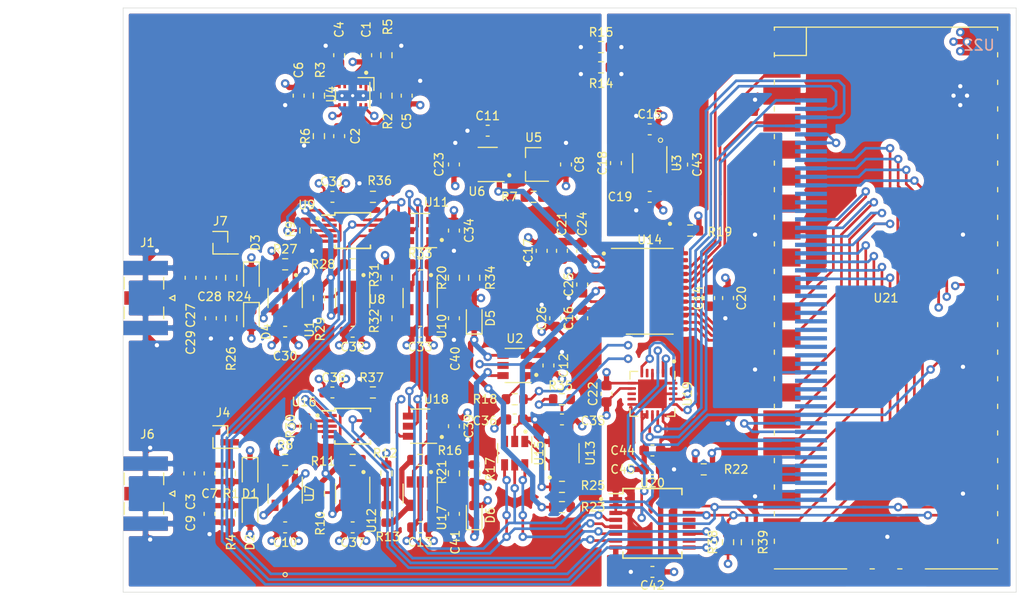
<source format=kicad_pcb>
(kicad_pcb (version 20211014) (generator pcbnew)
  (layers (0 "F.Cu" signal) (1 "In1.Cu" signal) (2 "In2.Cu" signal) (31 "B.Cu" signal) (34 "B.Paste" user) (35 "F.Paste" user) (36 "B.SilkS" user "B.Silkscreen") (37 "F.SilkS" user "F.Silkscreen") (38 "B.Mask" user) (39 "F.Mask" user) (44 "Edge.Cuts" user))
  (net 0 "")
  (net 1 "Net-(C2-Pad2)")
  (net 2 "Net-(C2-Pad1)")
  (net 3 "Net-(C3-Pad2)")
  (net 4 "Net-(C3-Pad1)")
  (net 5 "Net-(C4-Pad1)")
  (net 6 "GNDA")
  (net 7 "Net-(R2-Pad2)")
  (net 8 "Net-(R3-Pad2)")
  (net 9 "+5V")
  (net 10 "+3.3VA")
  (net 11 "-3V3")
  (net 12 "Net-(C11-Pad1)")
  (net 13 "+3V3")
  (net 14 "GND")
  (net 15 "Net-(C16-Pad2)")
  (net 16 "VINA")
  (net 17 "Net-(R10-Pad1)")
  (net 18 "VREF")
  (net 19 "TRIG")
  (net 20 "CLK")
  (net 21 "VIN")
  (net 22 "VINB")
  (net 23 "SEL")
  (net 24 "Net-(C18-Pad2)")
  (net 25 "Net-(R18-Pad2)")
  (net 26 "Net-(R19-Pad2)")
  (net 27 "Net-(C27-Pad2)")
  (net 28 "Net-(C27-Pad1)")
  (net 29 "Net-(C28-Pad2)")
  (net 30 "Net-(R27-Pad2)")
  (net 31 "Net-(R28-Pad2)")
  (net 32 "Net-(R28-Pad1)")
  (net 33 "Net-(R30-Pad1)")
  (net 34 "Net-(R32-Pad2)")
  (net 35 "Net-(U10-Pad3)")
  (net 36 "Net-(U13-Pad1)")
  (net 37 "Net-(C7-Pad2)")
  (net 38 "Net-(R8-Pad2)")
  (net 39 "Net-(R9-Pad1)")
  (net 40 "Net-(R13-Pad2)")
  (net 41 "Net-(R16-Pad1)")
  (net 42 "Net-(R20-Pad1)")
  (net 43 "Net-(U17-Pad3)")
  (net 44 "Net-(U19-Pad9)")
  (net 45 "Net-(U19-Pad8)")
  (net 46 "Net-(R22-Pad2)")
  (net 47 "D0")
  (net 48 "D1")
  (net 49 "D2")
  (net 50 "D3")
  (net 51 "D4")
  (net 52 "D5")
  (net 53 "D6")
  (net 54 "D7")
  (net 55 "SDA")
  (net 56 "SCL")
  (net 57 "XR")
  (net 58 "YU")
  (net 59 "XL")
  (net 60 "YD")
  (net 61 "Net-(U20-Pad13)")
  (net 62 "Net-(U20-Pad12)")
  (net 63 "Net-(R23-Pad1)")
  (net 64 "Net-(R35-Pad2)")
  (net 65 "Net-(R11-Pad2)")
  (net 66 "Net-(R36-Pad1)")
  (net 67 "Net-(R37-Pad1)")
  (net 68 "SEL0")
  (net 69 "Net-(U9-Pad6)")
  (net 70 "SEL1")
  (net 71 "A00")
  (net 72 "A02")
  (net 73 "SEL2")
  (net 74 "Net-(U16-Pad6)")
  (net 75 "SEL3")
  (net 76 "A01")
  (net 77 "Net-(U21-Pad43)")
  (net 78 "Net-(U21-Pad41)")
  (net 79 "CS")
  (net 80 "RS")
  (net 81 "WR")
  (net 82 "RD")
  (net 83 "RST")
  (net 84 "Net-(U21-Pad30)")
  (net 85 "Net-(U21-Pad35)")
  (net 86 "Net-(U21-Pad36)")
  (net 87 "Net-(U21-Pad37)")
  (net 88 "Net-(U21-Pad39)")
  (net 89 "DB7")
  (net 90 "DB6")
  (net 91 "DB5")
  (net 92 "DB4")
  (net 93 "DB3")
  (net 94 "DB2")
  (net 95 "DB1")
  (net 96 "DB0")
  (net 97 "Net-(U22-Pad23)")
  (net 98 "Net-(U22-Pad24)")
  (net 99 "Net-(U19-Pad19)")
  (net 100 "Net-(U19-Pad4)")
  (net 101 "Net-(U22-Pad31)")
  (net 102 "Net-(U22-Pad32)")
  (net 103 "Net-(U22-Pad35)")
  (net 104 "Net-(U22-Pad34)")
  (net 105 "Net-(U22-Pad36)")
  (net 106 "Net-(U22-Pad37)")
  (net 107 "Net-(U22-Pad25)")
  (net 108 "Net-(U22-Pad28)")
  (net 109 "Net-(U22-Pad26)")
  (net 110 "Net-(U22-Pad27)")
  (net 111 "Net-(U22-Pad29)")
  (net 112 "Net-(U22-Pad30)")
  (net 113 "Net-(U22-Pad12)")
  (net 114 "Net-(U22-Pad13)")
  (net 115 "Net-(U22-Pad7)")
  (footprint "Capacitor_SMD:C_0603_1608Metric" (layer "F.Cu") (at 143.51 74.295 90)
    (fp_text reference "C1")
    (fp_text value "2.2u")
  )
  (footprint "Capacitor_SMD:C_0603_1608Metric" (layer "F.Cu") (at 140.97 81.915 90)
    (fp_text reference "C2")
    (fp_text value "2.2u")
  )
  (footprint "Capacitor_SMD:C_0603_1608Metric" (layer "F.Cu") (at 140.97 74.295 90)
    (fp_text reference "C4")
    (fp_text value "4.7u")
  )
  (footprint "Capacitor_SMD:C_0603_1608Metric" (layer "F.Cu") (at 147.32 78.105 90)
    (fp_text reference "C5")
    (fp_text value "2.2u")
  )
  (footprint "Capacitor_SMD:C_0603_1608Metric" (layer "F.Cu") (at 137.16 78.105 -90)
    (fp_text reference "C6")
    (fp_text value "2.2u")
  )
  (footprint "Capacitor_SMD:C_0603_1608Metric" (layer "F.Cu") (at 162.306 84.582 90)
    (fp_text reference "C8")
    (fp_text value "1u")
  )
  (footprint "Capacitor_SMD:C_0603_1608Metric" (layer "F.Cu") (at 154.94 81.407 180)
    (fp_text reference "C11")
    (fp_text value "100n")
  )
  (footprint "Capacitor_SMD:C_0603_1608Metric" (layer "F.Cu") (at 175.768 97.155 90)
    (fp_text reference "C14")
    (fp_text value "100n")
  )
  (footprint "Capacitor_SMD:C_0603_1608Metric" (layer "F.Cu") (at 163.83 99.06 90)
    (fp_text reference "C16")
    (fp_text value "100n")
  )
  (footprint "Capacitor_SMD:C_0603_1608Metric" (layer "F.Cu") (at 160.02 92.71 90)
    (fp_text reference "C17")
    (fp_text value "22u")
  )
  (footprint "Capacitor_SMD:C_0603_1608Metric" (layer "F.Cu") (at 151.765 84.582 90)
    (fp_text reference "C23")
    (fp_text value "100n")
  )
  (footprint "Resistor_SMD:R_0603_1608Metric" (layer "F.Cu") (at 145.415 78.105 90)
    (fp_text reference "R2")
    (fp_text value "87k")
  )
  (footprint "Resistor_SMD:R_0603_1608Metric" (layer "F.Cu") (at 139.065 78.105 -90)
    (fp_text reference "R3")
    (fp_text value "87k")
  )
  (footprint "Resistor_SMD:R_0603_1608Metric" (layer "F.Cu") (at 145.415 74.295 -90)
    (fp_text reference "R5")
    (fp_text value "50k")
  )
  (footprint "Resistor_SMD:R_0603_1608Metric" (layer "F.Cu") (at 139.065 81.915 90)
    (fp_text reference "R6")
    (fp_text value "50k")
  )
  (footprint "Resistor_SMD:R_0603_1608Metric" (layer "F.Cu") (at 159.258 87.63)
    (fp_text reference "R7")
    (fp_text value "1k")
  )
  (footprint "Package_SON:WSON-12-1EP_3x2mm_P0.5mm_EP1x2.65_ThermalVias" (layer "F.Cu") (at 142.24 78.105 -90)
    (fp_text reference "U4")
    (fp_text value "LM27762")
  )
  (footprint "Package_TO_SOT_SMD:SOT-23" (layer "F.Cu") (at 159.258 84.582 180)
    (fp_text reference "U5")
    (fp_text value "LM4040DBZ-2.0")
  )
  (footprint "Package_SO:TSSOP-24_4.4x7.8mm_P0.65mm" (layer "F.Cu") (at 170.18 96.52)
    (fp_text reference "U14")
    (fp_text value "ADC08100")
  )
  (footprint "Capacitor_SMD:C_0603_1608Metric" (layer "F.Cu") (at 160.655 103.505 -90)
    (fp_text reference "C12")
    (fp_text value "100n")
  )
  (footprint "Package_TO_SOT_SMD:SOT-23-6" (layer "F.Cu") (at 157.48 103.505 180)
    (fp_text reference "U2")
    (fp_text value "TMUX1119")
  )
  (footprint "Capacitor_SMD:C_0603_1608Metric" (layer "F.Cu") (at 170.18 81.28)
    (fp_text reference "C15")
    (fp_text value "1u")
  )
  (footprint "Capacitor_SMD:C_0603_1608Metric" (layer "F.Cu") (at 167.005 84.455 -90)
    (fp_text reference "C18")
    (fp_text value "10n")
  )
  (footprint "Capacitor_SMD:C_0603_1608Metric" (layer "F.Cu") (at 170.18 87.63)
    (fp_text reference "C19")
    (fp_text value "2.2u")
  )
  (footprint "Package_TO_SOT_SMD:SOT-23-5" (layer "F.Cu") (at 170.18 84.455 -90)
    (fp_text reference "U3")
    (fp_text value "LP2985-3.3")
  )
  (footprint "Resistor_SMD:R_0603_1608Metric" (layer "F.Cu") (at 165.608 75.438 180)
    (fp_text reference "R14")
    (fp_text value "0")
  )
  (footprint "Resistor_SMD:R_0603_1608Metric" (layer "F.Cu") (at 165.608 73.533 180)
    (fp_text reference "R15")
    (fp_text value "0")
  )
  (footprint "Capacitor_SMD:C_0603_1608Metric" (layer "F.Cu") (at 177.546 97.155 90)
    (fp_text reference "C20")
    (fp_text value "22u")
  )
  (footprint "Capacitor_SMD:C_0603_1608Metric" (layer "F.Cu") (at 161.925 92.71 90)
    (fp_text reference "C21")
    (fp_text value "22u")
  )
  (footprint "Capacitor_SMD:C_0603_1608Metric" (layer "F.Cu") (at 163.83 92.71 90)
    (fp_text reference "C24")
    (fp_text value "100n")
  )
  (footprint "Capacitor_SMD:C_0603_1608Metric" (layer "F.Cu") (at 163.83 95.885 90)
    (fp_text reference "C25")
    (fp_text value "100n")
  )
  (footprint "Capacitor_SMD:C_0603_1608Metric" (layer "F.Cu") (at 161.29 99.06 -90)
    (fp_text reference "C26")
    (fp_text value "100n")
  )
  (footprint "Resistor_SMD:R_0603_1608Metric" (layer "F.Cu") (at 157.48 106.68 180)
    (fp_text reference "R18")
    (fp_text value "22")
  )
  (footprint "Resistor_SMD:R_0603_1608Metric" (layer "F.Cu") (at 173.99 90.805 180)
    (fp_text reference "R19")
    (fp_text value "22")
  )
  (footprint "Capacitor_SMD:C_0603_1608Metric" (layer "F.Cu") (at 127 95.25 -90)
    (fp_text reference "C27")
    (fp_text value "10n")
  )
  (footprint "Capacitor_SMD:C_0603_1608Metric" (layer "F.Cu") (at 128.905 95.25 -90)
    (fp_text reference "C28")
    (fp_text value "1p")
  )
  (footprint "Capacitor_SMD:C_0603_1608Metric" (layer "F.Cu") (at 128.905 99.06 -90)
    (fp_text reference "C29")
    (fp_text value "6.8p")
  )
  (footprint "Capacitor_SMD:C_0603_1608Metric" (layer "F.Cu") (at 135.89 100.33 180)
    (fp_text reference "C30")
    (fp_text value "100n")
  )
  (footprint "Capacitor_SMD:C_0603_1608Metric" (layer "F.Cu") (at 140.335 87.63)
    (fp_text reference "C31")
    (fp_text value "100n")
  )
  (footprint "Capacitor_SMD:C_0603_1608Metric" (layer "F.Cu") (at 142.24 100.33 180)
    (fp_text reference "C32")
    (fp_text value "100n")
  )
  (footprint "Capacitor_SMD:C_0603_1608Metric" (layer "F.Cu") (at 148.59 100.33 180)
    (fp_text reference "C33")
    (fp_text value "100n")
  )
  (footprint "Capacitor_SMD:C_0603_1608Metric" (layer "F.Cu") (at 151.765 90.805 -90)
    (fp_text reference "C34")
    (fp_text value "100n")
  )
  (footprint "Capacitor_SMD:C_0603_1608Metric" (layer "F.Cu") (at 161.925 108.585)
    (fp_text reference "C35")
    (fp_text value "100n")
  )
  (footprint "Capacitor_SMD:C_0603_1608Metric" (layer "F.Cu") (at 157.48 108.585)
    (fp_text reference "C36")
    (fp_text value "100n")
  )
  (footprint "Diode_SMD:D_0603_1608Metric" (layer "F.Cu") (at 132.715 95.25 -90)
    (fp_text reference "D3")
    (fp_text value "D")
  )
  (footprint "Diode_SMD:D_0603_1608Metric" (layer "F.Cu") (at 132.715 99.06 -90)
    (fp_text reference "D4")
    (fp_text value "D")
  )
  (footprint "Connector_PinHeader_1.00mm:PinHeader_1x02_P1.00mm_Vertical_SMD_Pin1Left" (layer "F.Cu") (at 129.794 91.948 180)
    (fp_text reference "J7")
    (fp_text value "Conn_01x02_Male")
  )
  (footprint "Resistor_SMD:R_0603_1608Metric" (layer "F.Cu") (at 130.81 95.25 -90)
    (fp_text reference "R24")
    (fp_text value "680k")
  )
  (footprint "Resistor_SMD:R_0603_1608Metric" (layer "F.Cu") (at 130.81 99.06 90)
    (fp_text reference "R26")
    (fp_text value "100k")
  )
  (footprint "Resistor_SMD:R_0603_1608Metric" (layer "F.Cu") (at 135.89 93.98)
    (fp_text reference "R27")
    (fp_text value "1k")
  )
  (footprint "Resistor_SMD:R_0603_1608Metric" (layer "F.Cu") (at 142.24 93.98)
    (fp_text reference "R28")
    (fp_text value "680")
  )
  (footprint "Resistor_SMD:R_0603_1608Metric" (layer "F.Cu") (at 139.065 97.155 -90)
    (fp_text reference "R29")
    (fp_text value "100")
  )
  (footprint "Resistor_SMD:R_0603_1608Metric" (layer "F.Cu") (at 145.415 95.25 -90)
    (fp_text reference "R31")
    (fp_text value "1k")
  )
  (footprint "Resistor_SMD:R_0603_1608Metric" (layer "F.Cu") (at 145.415 99.06 -90)
    (fp_text reference "R32")
    (fp_text value "100")
  )
  (footprint "Resistor_SMD:R_0603_1608Metric" (layer "F.Cu") (at 148.59 93.98 180)
    (fp_text reference "R33")
    (fp_text value "100")
  )
  (footprint "Resistor_SMD:R_0603_1608Metric" (layer "F.Cu") (at 153.67 95.25 90)
    (fp_text reference "R34")
    (fp_text value "1k")
  )
  (footprint "Package_TO_SOT_SMD:SOT-23-5" (layer "F.Cu") (at 135.89 97.155 -90)
    (fp_text reference "U1")
    (fp_text value "TPH2501")
  )
  (footprint "Package_TO_SOT_SMD:SOT-23-5" (layer "F.Cu") (at 142.24 97.155 -90)
    (fp_text reference "U8")
    (fp_text value "LMH6629")
  )
  (footprint "Package_TO_SOT_SMD:SOT-23-5" (layer "F.Cu") (at 148.59 97.155 -90)
    (fp_text reference "U10")
    (fp_text value "OPA830")
  )
  (footprint "Package_TO_SOT_SMD:SOT-23-6" (layer "F.Cu") (at 148.59 90.805 180)
    (fp_text reference "U11")
    (fp_text value "DAC5571")
  )
  (footprint "Package_TO_SOT_SMD:SOT-23-6" (layer "F.Cu") (at 161.925 111.76 90)
    (fp_text reference "U13")
    (fp_text value "TLV3501")
  )
  (footprint "Package_TO_SOT_SMD:SOT-23-6" (layer "F.Cu") (at 157.48 111.76 -90)
    (fp_text reference "U15")
    (fp_text value "DAC5571")
  )
  (footprint "Capacitor_SMD:C_0603_1608Metric" (layer "F.Cu") (at 126.873 113.665 -90)
    (fp_text reference "C3")
    (fp_text value "10n")
  )
  (footprint "Capacitor_SMD:C_0603_1608Metric" (layer "F.Cu") (at 128.778 113.665 -90)
    (fp_text reference "C7")
    (fp_text value "1p")
  )
  (footprint "Capacitor_SMD:C_0603_1608Metric" (layer "F.Cu") (at 128.778 117.475 -90)
    (fp_text reference "C9")
    (fp_text value "6.8p")
  )
  (footprint "Capacitor_SMD:C_0603_1608Metric" (layer "F.Cu") (at 135.89 118.745 180)
    (fp_text reference "C10")
    (fp_text value "100n")
  )
  (footprint "Capacitor_SMD:C_0603_1608Metric" (layer "F.Cu") (at 148.59 118.745)
    (fp_text reference "C13")
    (fp_text value "100n")
  )
  (footprint "Capacitor_SMD:C_0603_1608Metric" (layer "F.Cu") (at 142.24 118.745 180)
    (fp_text reference "C37")
    (fp_text value "100n")
  )
  (footprint "Capacitor_SMD:C_0603_1608Metric" (layer "F.Cu") (at 140.335 106.045 180)
    (fp_text reference "C38")
    (fp_text value "100n")
  )
  (footprint "Capacitor_SMD:C_0603_1608Metric" (layer "F.Cu") (at 151.765 109.22 -90)
    (fp_text reference "C39")
    (fp_text value "100n")
  )
  (footprint "Capacitor_SMD:C_0603_1608Metric" (layer "F.Cu") (at 151.765 99.06 -90)
    (fp_text reference "C40")
    (fp_text value "160p")
  )
  (footprint "Capacitor_SMD:C_0603_1608Metric" (layer "F.Cu") (at 151.765 117.475 -90)
    (fp_text reference "C41")
    (fp_text value "160p")
  )
  (footprint "Diode_SMD:D_0603_1608Metric" (layer "F.Cu") (at 132.588 113.665 -90)
    (fp_text reference "D1")
    (fp_text value "D")
  )
  (footprint "Diode_SMD:D_0603_1608Metric" (layer "F.Cu") (at 132.588 117.475 -90)
    (fp_text reference "D2")
    (fp_text value "D")
  )
  (footprint "Diode_SMD:D_0603_1608Metric" (layer "F.Cu") (at 153.67 99.06 90)
    (fp_text reference "D5")
    (fp_text value "D")
  )
  (footprint "Diode_SMD:D_0603_1608Metric" (layer "F.Cu") (at 153.67 117.475 90)
    (fp_text reference "D6")
    (fp_text value "D")
  )
  (footprint "Connector_PinHeader_1.00mm:PinHeader_1x02_P1.00mm_Vertical_SMD_Pin1Left" (layer "F.Cu") (at 129.794 110.236 180)
    (fp_text reference "J4")
    (fp_text value "Conn_01x02_Male")
  )
  (footprint "Resistor_SMD:R_0603_1608Metric" (layer "F.Cu") (at 130.683 113.665 -90)
    (fp_text reference "R1")
    (fp_text value "680k")
  )
  (footprint "Resistor_SMD:R_0603_1608Metric" (layer "F.Cu") (at 130.683 117.475 90)
    (fp_text reference "R4")
    (fp_text value "100k")
  )
  (footprint "Resistor_SMD:R_0603_1608Metric" (layer "F.Cu") (at 135.89 112.395)
    (fp_text reference "R8")
    (fp_text value "1k")
  )
  (footprint "Resistor_SMD:R_0603_1608Metric" (layer "F.Cu") (at 139.065 115.57 -90)
    (fp_text reference "R10")
    (fp_text value "100")
  )
  (footprint "Resistor_SMD:R_0603_1608Metric" (layer "F.Cu") (at 142.24 112.395)
    (fp_text reference "R11")
    (fp_text value "680")
  )
  (footprint "Resistor_SMD:R_0603_1608Metric" (layer "F.Cu") (at 145.415 113.665 -90)
    (fp_text reference "R12")
    (fp_text value "1k")
  )
  (footprint "Resistor_SMD:R_0603_1608Metric" (layer "F.Cu") (at 145.415 117.475 -90)
    (fp_text reference "R13")
    (fp_text value "100")
  )
  (footprint "Resistor_SMD:R_0603_1608Metric" (layer "F.Cu") (at 148.59 112.395 180)
    (fp_text reference "R16")
    (fp_text value "100")
  )
  (footprint "Resistor_SMD:R_0603_1608Metric" (layer "F.Cu") (at 153.67 113.665 90)
    (fp_text reference "R17")
    (fp_text value "1k")
  )
  (footprint "Resistor_SMD:R_0603_1608Metric" (layer "F.Cu") (at 151.765 95.25 -90)
    (fp_text reference "R20")
    (fp_text value "100")
  )
  (footprint "Resistor_SMD:R_0603_1608Metric" (layer "F.Cu") (at 151.765 113.665 -90)
    (fp_text reference "R21")
    (fp_text value "100")
  )
  (footprint "Package_TO_SOT_SMD:SOT-23-5" (layer "F.Cu") (at 154.94 84.582 180)
    (fp_text reference "U6")
    (fp_text value "TLV271")
  )
  (footprint "Package_TO_SOT_SMD:SOT-23-5" (layer "F.Cu") (at 135.89 115.57 -90)
    (fp_text reference "U7")
    (fp_text value "TPH2501")
  )
  (footprint "Package_TO_SOT_SMD:SOT-23-5" (layer "F.Cu") (at 142.24 115.57 -90)
    (fp_text reference "U12")
    (fp_text value "LMH6629")
  )
  (footprint "Package_TO_SOT_SMD:SOT-23-5" (layer "F.Cu") (at 148.59 115.57 -90)
    (fp_text reference "U17")
    (fp_text value "OPA830")
  )
  (footprint "Package_TO_SOT_SMD:SOT-23-6" (layer "F.Cu") (at 148.59 109.22 180)
    (fp_text reference "U18")
    (fp_text value "DAC5571")
  )
  (footprint "Capacitor_SMD:C_0603_1608Metric" (layer "F.Cu") (at 166.116 106.172 -90)
    (fp_text reference "C22")
    (fp_text value "1u")
  )
  (footprint "Capacitor_SMD:C_0603_1608Metric" (layer "F.Cu") (at 170.434 122.936)
    (fp_text reference "C42")
    (fp_text value "100n")
  )
  (footprint "Capacitor_SMD:C_0603_1608Metric" (layer "F.Cu") (at 173.228 84.595 -90)
    (fp_text reference "C43")
    (fp_text value "100n")
  )
  (footprint "Resistor_SMD:R_0603_1608Metric" (layer "F.Cu") (at 175.26 113.284)
    (fp_text reference "R22")
    (fp_text value "22")
  )
  (footprint "Package_SO:SSOP-16_5.3x6.2mm_P0.65mm" (layer "F.Cu") (at 170.434 118.364)
    (fp_text reference "U20")
    (fp_text value "TCA9554DB")
  )
  (footprint "Resistor_SMD:R_0603_1608Metric" (layer "F.Cu") (at 161.925 116.84 180)
    (fp_text reference "R23")
    (fp_text value "0")
  )
  (footprint "Resistor_SMD:R_0603_1608Metric" (layer "F.Cu") (at 161.925 114.935 180)
    (fp_text reference "R25")
    (fp_text value "1MEG")
  )
  (footprint "Resistor_SMD:R_0603_1608Metric" (layer "F.Cu") (at 161.925 106.68)
    (fp_text reference "R35")
    (fp_text value "22")
  )
  (footprint "Connector_Coaxial:SMA_Samtec_SMA-J-P-X-ST-EM1_EdgeMount" (layer "F.Cu") (at 122.755 97.155 -90)
    (fp_text reference "J1")
    (fp_text value "Conn_01x02")
  )
  (footprint "Connector_Coaxial:SMA_Samtec_SMA-J-P-X-ST-EM1_EdgeMount" (layer "F.Cu") (at 122.755 115.57 -90)
    (fp_text reference "J6")
    (fp_text value "Conn_01x02")
  )
  (footprint "Resistor_SMD:R_0603_1608Metric" (layer "F.Cu") (at 137.795 90.805 -90)
    (fp_text reference "R9")
    (fp_text value "47")
  )
  (footprint "Resistor_SMD:R_0603_1608Metric" (layer "F.Cu") (at 137.795 109.22 -90)
    (fp_text reference "R30")
    (fp_text value "47")
  )
  (footprint "Resistor_SMD:R_0603_1608Metric" (layer "F.Cu") (at 144.145 87.63 180)
    (fp_text reference "R36")
    (fp_text value "100")
  )
  (footprint "Resistor_SMD:R_0603_1608Metric" (layer "F.Cu") (at 144.145 106.045 180)
    (fp_text reference "R37")
    (fp_text value "100")
  )
  (footprint "Package_SO:MSOP-10_3x3mm_P0.5mm" (layer "F.Cu") (at 142.24 90.805)
    (fp_text reference "U9")
    (fp_text value "ADG621")
  )
  (footprint "Package_SO:MSOP-10_3x3mm_P0.5mm" (layer "F.Cu") (at 142.24 109.22)
    (fp_text reference "U16")
    (fp_text value "ADG621")
  )
  (footprint "Package_DFN_QFN:QFN-20-1EP_4x4mm_P0.5mm_EP2.7x2.7mm" (layer "F.Cu") (at 170.434 106.172 -90)
    (fp_text reference "U19")
    (fp_text value "TSC2004")
  )
  (footprint "RPi_Pico:RPi_Pico_SMD_TH" (layer "F.Cu") (at 192.405 97.155)
    (fp_text reference "U21")
    (fp_text value "Raspberry_Pi_Pico")
  )
  (footprint "Capacitor_SMD:C_0603_1608Metric" (layer "F.Cu") (at 170.434 111.506 180)
    (fp_text reference "C44")
    (fp_text value "100n")
  )
  (footprint "Capacitor_SMD:C_0603_1608Metric" (layer "F.Cu") (at 170.434 113.284 180)
    (fp_text reference "C45")
    (fp_text value "100n")
  )
  (footprint "Resistor_SMD:R_0603_1608Metric" (layer "F.Cu") (at 177.546 120.142 90)
    (fp_text reference "R38")
    (fp_text value "4.7k")
  )
  (footprint "Resistor_SMD:R_0603_1608Metric" (layer "F.Cu") (at 179.324 120.142 90)
    (fp_text reference "R39")
    (fp_text value "4.7k")
  )
  (footprint "RPi_Pico:QD3503" (layer "B.Cu") (at 205.15 69.35 180)
    (fp_text reference "U22")
    (fp_text value "QD3503")
  )
  (gr_circle (center 172.085 90.17) (end 172.185 90.17) (layer "F.SilkS") (width 0.2) (fill none))
  (gr_circle (center 171.196 82.296) (end 171.396 82.296) (layer "F.SilkS") (width 0.1) (fill none))
  (gr_circle (center 172.466 103.124) (end 172.566 103.124) (layer "F.SilkS") (width 0.2) (fill none))
  (gr_circle (center 135.89 123.19) (end 136.09 123.19) (layer "F.SilkS") (width 0.1) (fill none))
  (gr_circle (center 165.608 116.078) (end 165.708 116.078) (layer "F.SilkS") (width 0.2) (fill none))
  (gr_circle (center 143.51 75.946) (end 143.61 75.946) (layer "F.SilkS") (width 0.2) (fill none))
  (gr_circle (center 150.622 110.236) (end 150.722 110.236) (layer "F.SilkS") (width 0.2) (fill none))
  (gr_circle (center 156.972 85.598) (end 157.072 85.598) (layer "F.SilkS") (width 0.2) (fill none))
  (gr_circle (center 136.906 113.538) (end 137.006 113.538) (layer "F.SilkS") (width 0.2) (fill none))
  (gr_circle (center 149.606 113.538) (end 149.706 113.538) (layer "F.SilkS") (width 0.2) (fill none))
  (gr_circle (center 149.606 94.996) (end 149.706 94.996) (layer "F.SilkS") (width 0.2) (fill none))
  (gr_circle (center 136.906 94.996) (end 137.006 94.996) (layer "F.SilkS") (width 0.2) (fill none))
  (gr_circle (center 138.938 89.662) (end 139.038 89.662) (layer "F.SilkS") (width 0.2) (fill none))
  (gr_circle (center 159.512 104.394) (end 159.612 104.394) (layer "F.SilkS") (width 0.2) (fill none))
  (gr_circle (center 143.256 94.996) (end 143.356 94.996) (layer "F.SilkS") (width 0.2) (fill none))
  (gr_circle (center 143.256 113.538) (end 143.356 113.538) (layer "F.SilkS") (width 0.2) (fill none))
  (gr_circle (center 160.782 114.046) (end 160.882 114.046) (layer "F.SilkS") (width 0.2) (fill none))
  (gr_circle (center 165.862 92.964) (end 165.962 92.964) (layer "F.SilkS") (width 0.2) (fill none))
  (gr_circle (center 138.938 108.204) (end 139.038 108.204) (layer "F.SilkS") (width 0.2) (fill none))
  (gr_circle (center 158.496 109.728) (end 158.596 109.728) (layer "F.SilkS") (width 0.2) (fill none))
  (gr_circle (center 150.622 91.694) (end 150.722 91.694) (layer "F.SilkS") (width 0.2) (fill none))
  (gr_line (start 120.65 124.85) (end 120.65 69.85) (layer "Edge.Cuts") (width 0.05))
  (gr_line (start 204.65 124.85) (end 120.65 124.85) (layer "Edge.Cuts") (width 0.05))
  (gr_line (start 204.65 69.85) (end 204.65 124.85) (layer "Edge.Cuts") (width 0.05))
  (gr_line (start 120.65 69.85) (end 204.65 69.85) (layer "Edge.Cuts") (width 0.05))
  (segment (start 141.99 79.055) (end 141.99 80.26) (width 0.25) (layer "F.Cu") (net 1))
  (segment (start 141.11 81.14) (end 141.99 80.26) (width 0.25) (layer "F.Cu") (net 1))
  (segment (start 140.97 81.14) (end 141.11 81.14) (width 0.25) (layer "F.Cu") (net 1))
  (segment (start 142.49 79.055) (end 142.49 81.276) (width 0.25) (layer "F.Cu") (net 2))
  (segment (start 141.076 82.69) (end 142.49 81.276) (width 0.25) (layer "F.Cu") (net 2))
  (segment (start 140.97 82.69) (end 141.076 82.69) (width 0.25) (layer "F.Cu") (net 2))
  (segment (start 126.873 114.44) (end 127.228 114.44) (width 0.5) (layer "F.Cu") (net 3))
  (segment (start 127.228 114.44) (end 128.778 112.89) (width 0.5) (layer "F.Cu") (net 3))
  (segment (start 130.633 112.89) (end 130.683 112.84) (width 0.5) (layer "F.Cu") (net 3))
  (segment (start 128.778 112.89) (end 130.633 112.89) (width 0.5) (layer "F.Cu") (net 3))
  (segment (start 130.683 110.75) (end 130.669 110.736) (width 0.5) (layer "F.Cu") (net 3))
  (segment (start 130.683 112.84) (end 130.683 110.75) (width 0.5) (layer "F.Cu") (net 3))
  (segment (start 123.72 115.57) (end 126.4 112.89) (width 0.5) (layer "F.Cu") (net 4))
  (segment (start 126.4 112.89) (end 126.873 112.89) (width 0.5) (layer "F.Cu") (net 4))
  (segment (start 126.873 112.925) (end 126.873 112.89) (width 0.25) (layer "F.Cu") (net 4))
  (segment (start 126.873 112.89) (end 126.873 111.782) (width 0.5) (layer "F.Cu") (net 4))
  (segment (start 126.873 111.782) (end 128.919 109.736) (width 0.5) (layer "F.Cu") (net 4))
  (segment (start 122.555 115.57) (end 123.72 115.57) (width 0.5) (layer "F.Cu") (net 4))
  (segment (start 141.49 77.155) (end 141.49 75.59) (width 0.25) (layer "F.Cu") (net 5))
  (segment (start 141.49 75.59) (end 140.97 75.07) (width 0.25) (layer "F.Cu") (net 5))
  (segment (start 140.04 91.305) (end 138.12 91.305) (width 0.25) (layer "F.Cu") (net 6))
  (segment (start 161.925 112.08) (end 160.975 111.13) (width 0.25) (layer "F.Cu") (net 6))
  (segment (start 167.3175 96.845) (end 166.045 96.845) (width 0.25) (layer "F.Cu") (net 6))
  (segment (start 150.99 109.22) (end 151.765 109.995) (width 0.5) (layer "F.Cu") (net 6))
  (segment (start 159.245 93.485) (end 158.75 93.98) (width 0.5) (layer "F.Cu") (net 6))
  (segment (start 143.37 73.66) (end 143.51 73.52) (width 0.5) (layer "F.Cu") (net 6))
  (segment (start 161.29 98.285) (end 162.065 98.285) (width 0.5) (layer "F.Cu") (net 6))
  (segment (start 142.24 78.105) (end 146.431 78.105) (width 0.25) (layer "F.Cu") (net 6))
  (segment (start 160.02 108.585) (end 159.385 108.585) (width 0.5) (layer "F.Cu") (net 6))
  (segment (start 164.783 75.438) (end 164.338 75.438) (width 0.5) (layer "F.Cu") (net 6))
  (segment (start 130.81 99.885) (end 130.81 100.965) (width 0.5) (layer "F.Cu") (net 6))
  (segment (start 142.24 78.105) (end 137.935 78.105) (width 0.25) (layer "F.Cu") (net 6))
  (segment (start 122.755 100.53) (end 123.825 101.6) (width 0.5) (layer "F.Cu") (net 6))
  (segment (start 122.755 94.33) (end 122.755 93.78) (width 0.5) (layer "F.Cu") (net 6))
  (segment (start 167.3175 95.545) (end 167.345 95.545) (width 0.25) (layer "F.Cu") (net 6))
  (segment (start 160.02 108.585) (end 161.15 108.585) (width 0.5) (layer "F.Cu") (net 6))
  (segment (start 128.778 119.38) (end 128.778 118.25) (width 0.5) (layer "F.Cu") (net 6))
  (segment (start 143.32 87.63) (end 143.32 86.805) (width 0.25) (layer "F.Cu") (net 6))
  (segment (start 122.755 118.395) (end 122.755 119.453) (width 0.5) (layer "F.Cu") (net 6))
  (segment (start 164.665 97.495) (end 163.83 96.66) (width 0.25) (layer "F.Cu") (net 6))
  (segment (start 128.778 118.25) (end 130.633 118.25) (width 0.5) (layer "F.Cu") (net 6))
  (segment (start 143.32 87.63) (end 143.32 87.185) (width 0.25) (layer "F.Cu") (net 6))
  (segment (start 160.02 93.485) (end 159.245 93.485) (width 0.25) (layer "F.Cu") (net 6))
  (segment (start 136.97 110.045) (end 136.525 110.49) (width 0.5) (layer "F.Cu") (net 6))
  (segment (start 160.975 110.66) (end 160.975 108.76) (width 0.25) (layer "F.Cu") (net 6))
  (segment (start 163.83 96.66) (end 163.055 96.66) (width 0.5) (layer "F.Cu") (net 6))
  (segment (start 163.83 93.485) (end 159.245 93.485) (width 0.5) (layer "F.Cu") (net 6))
  (segment (start 145.479 73.406) (end 145.415 73.47) (width 0.5) (layer "F.Cu") (net 6))
  (segment (start 139.814 73.52) (end 139.7 73.406) (width 0.5) (layer "F.Cu") (net 6))
  (segment (start 164.060001 93.254999) (end 163.83 93.485) (width 0.25) (layer "F.Cu") (net 6))
  (segment (start 151.765 83.807) (end 154.165 81.407) (width 0.5) (layer "F.Cu") (net 6))
  (segment (start 122.755 99.98) (end 122.755 100.53) (width 0.5) (layer "F.Cu") (net 6))
  (segment (start 160.48 102.555) (end 160.655 102.73) (width 0.5) (layer "F.Cu") (net 6))
  (segment (start 163.83 96.66) (end 163.69 96.66) (width 0.25) (layer "F.Cu") (net 6))
  (segment (start 140.97 73.52) (end 143.51 73.52) (width 0.5) (layer "F.Cu") (net 6))
  (segment (start 157.48 109.36) (end 158.255 108.585) (width 0.25) (layer "F.Cu") (net 6))
  (segment (start 143.49 77.655) (end 143.04 78.105) (width 0.25) (layer "F.Cu") (net 6))
  (segment (start 167.3175 95.545) (end 164.647834 95.545) (width 0.25) (layer "F.Cu") (net 6))
  (segment (start 130.633 118.25) (end 130.683 118.3) (width 0.5) (layer "F.Cu") (net 6))
  (segment (start 143.04 78.105) (end 142.24 78.105) (width 0.25) (layer "F.Cu") (net 6))
  (segment (start 151.765 118.25) (end 151.765 119.634) (width 0.5) (layer "F.Cu") (net 6))
  (segment (start 139.065 97.98) (end 139.065 98.933) (width 0.25) (layer "F.Cu") (net 6))
  (segment (start 139.065 116.395) (end 139.065 117.475) (width 0.5) (layer "F.Cu") (net 6))
  (segment (start 165.395 97.495) (end 164.665 97.495) (width 0.25) (layer "F.Cu") (net 6))
  (segment (start 163.83 96.362834) (end 163.83 96.66) (width 0.25) (layer "F.Cu") (net 6))
  (segment (start 160.975 108.76) (end 161.15 108.585) (width 0.25) (layer "F.Cu") (net 6))
  (segment (start 128.905 99.835) (end 128.905 100.965) (width 0.5) (layer "F.Cu") (net 6))
  (segment (start 140.97 73.52) (end 139.814 73.52) (width 0.5) (layer "F.Cu") (net 6))
  (segment (start 164.338 75.438) (end 163.703 76.073) (width 0.5) (layer "F.Cu") (net 6))
  (segment (start 139.065 82.74) (end 137.732 82.74) (width 0.5) (layer "F.Cu") (net 6))
  (segment (start 164.647834 95.545) (end 163.83 96.362834) (width 0.25) (layer "F.Cu") (net 6))
  (segment (start 137.795 92.075) (end 138.43 92.71) (width 0.25) (layer "F.Cu") (net 6))
  (segment (start 155.549998 84.582) (end 156.04 84.582) (width 0.25) (layer "F.Cu") (net 6))
  (segment (start 163.83 99.835) (end 163.615 99.835) (width 0.5) (layer "F.Cu") (net 6))
  (segment (start 167.3175 97.495) (end 167.3175 96.845) (width 0.25) (layer "F.Cu") (net 6))
  (segment (start 163.615 99.835) (end 162.065 98.285) (width 0.5) (layer "F.Cu") (net 6))
  (segment (start 140.856 73.406) (end 140.97 73.52) (width 0.5) (layer "F.Cu") (net 6))
  (segment (start 137.732 82.74) (end 137.668 82.804) (width 0.5) (layer "F.Cu") (net 6))
  (segment (start 165.448001 93.254999) (end 164.060001 93.254999) (width 0.25) (layer "F.Cu") (net 6))
  (segment (start 136.004 78.88) (end 135.89 78.994) (width 0.5) (layer "F.Cu") (net 6))
  (segment (start 137.16 78.88) (end 136.004 78.88) (width 0.5) (layer "F.Cu") (net 6))
  (segment (start 149.69 90.805) (end 150.99 90.805) (width 0.5) (layer "F.Cu") (net 6))
  (segment (start 142.24 78.105) (end 141.99 77.855) (width 0.25) (layer "F.Cu") (net 6))
  (segment (start 128.955 99.885) (end 128.905 99.835) (width 0.5) (layer "F.Cu") (net 6))
  (segment (start 167.3175 98.795) (end 167.3175 98.7375) (width 0.25) (layer "F.Cu") (net 6))
  (segment (start 151.765 83.807) (end 152.590001 82.981999) (width 0.25) (layer "F.Cu") (net 6))
  (segment (start 161.29 98.285) (end 161.43 98.285) (width 0.25) (layer "F.Cu") (net 6))
  (segment (start 137.935 78.105) (end 137.16 78.88) (width 0.25) (layer "F.Cu") (net 6))
  (segment (start 164.87 98.795) (end 163.83 99.835) (width 0.25) (layer "F.Cu") (net 6))
  (segment (start 167.3175 98.795) (end 167.3175 99.445) (width 0.25) (layer "F.Cu") (net 6))
  (segment (start 163.69 96.66) (end 163.66499 96.68501) (width 0.25) (layer "F.Cu") (net 6))
  (segment (start 162.306 82.55) (end 162.306 83.807) (width 0.5) (layer "F.Cu") (net 6))
  (segment (start 147.32 77.33) (end 148.222 77.33) (width 0.5) (layer "F.Cu") (net 6))
  (segment (start 152.54 109.995) (end 153.035 110.49) (width 0.5) (layer "F.Cu") (net 6))
  (segment (start 138.12 91.305) (end 137.795 91.63) (width 0.25) (layer "F.Cu") (net 6))
  (segment (start 122.755 93.78) (end 123.825 92.71) (width 0.5) (layer "F.Cu") (net 6))
  (segment (start 167.3175 98.795) (end 164.87 98.795) (width 0.25) (layer "F.Cu") (net 6))
  (segment (start 143.32 106.045) (end 143.32 105.22) (width 0.25) (layer "F.Cu") (net 6))
  (segment (start 153.974999 82.981999) (end 154.609999 82.981999) (width 0.25) (layer "F.Cu") (net 6))
  (segment (start 157.48 110.66) (end 157.48 109.36) (width 0.25) (layer "F.Cu") (net 6))
  (segment (start 140.04 109.72) (end 138.12 109.72) (width 0.25) (layer "F.Cu") (net 6))
  (segment (start 155.184999 84.217001) (end 155.549998 84.582) (width 0.25) (layer "F.Cu") (net 6))
  (segment (start 141.99 77.855) (end 141.99 77.155) (width 0.25) (layer "F.Cu") (net 6))
  (segment (start 122.755 119.453) (end 123.19 119.888) (width 0.5) (layer "F.Cu") (net 6))
  (segment (start 160.975 111.13) (end 160.975 110.66) (width 0.25) (layer "F.Cu") (net 6))
  (segment (start 146.748 73.47) (end 146.812 73.406) (width 0.5) (layer "F.Cu") (net 6))
  (segment (start 167.3175 93.595) (end 167.3175 93.6575) (width 0.25) (layer "F.Cu") (net 6))
  (segment (start 140.195 91.3) (end 140.195 91.33) (width 0.25) (layer "F.Cu") (net 6))
  (segment (start 151.765 109.995) (end 152.54 109.995) (width 0.5) (layer "F.Cu") (net 6))
  (segment (start 150.99 90.805) (end 151.765 91.58) (width 0.5) (layer "F.Cu") (net 6))
  (segment (start 160.655 102.73) (end 161.43 102.73) (width 0.5) (layer "F.Cu") (net 6))
  (segment (start 139.065 98.933) (end 138.684 99.314) (width 0.25) (layer "F.Cu") (net 6))
  (segment (start 160.515 98.285) (end 160.02 97.79) (width 0.5) (layer "F.Cu") (net 6))
  (segment (start 122.755 112.745) (end 122.755 111.687) (width 0.5) (layer "F.Cu") (net 6))
  (segment (start 143.32 105.22) (end 142.875 104.775) (width 0.25) (layer "F.Cu") (net 6))
  (segment (start 154.609999 82.981999) (end 155.184999 83.556999) (width 0.25) (layer "F.Cu") (net 6))
  (segment (start 161.925 112.86) (end 161.925 112.08) (width 0.25) (layer "F.Cu") (net 6))
  (segment (start 160.258 83.632) (end 162.131 83.632) (width 0.5) (layer "F.Cu") (net 6))
  (segment (start 165.788002 93.595) (end 165.448001 93.254999) (width 0.25) (layer "F.Cu") (net 6))
  (segment (start 162.306 83.807) (end 162.306 82.296) (width 0.25) (layer "F.Cu") (net 6))
  (segment (start 137.795 91.63) (end 137.795 92.075) (width 0.25) (layer "F.Cu") (net 6))
  (segment (start 147.32 77.33) (end 147.206 77.33) (width 0.25) (layer "F.Cu") (net 6))
  (segment (start 158.255 108.585) (end 160.02 108.585) (width 0.5) (layer "F.Cu") (net 6))
  (segment (start 155.184999 83.556999) (end 155.184999 84.217001) (width 0.25) (layer "F.Cu") (net 6))
  (segment (start 151.892 83.68) (end 151.765 83.807) (width 0.5) (layer "F.Cu") (net 6))
  (segment (start 147.206 77.33) (end 146.431 78.105) (width 0.25) (layer "F.Cu") (net 6))
  (segment (start 152.590001 82.981999) (end 153.974999 82.981999) (width 0.25) (layer "F.Cu") (net 6))
  (segment (start 148.222 77.33) (end 148.59 76.962) (width 0.5) (layer "F.Cu") (net 6))
  (segment (start 163.055 96.66) (end 162.56 97.155) (width 0.5) (layer "F.Cu") (net 6))
  (segment (start 138.12 109.72) (end 137.795 110.045) (width 0.25) (layer "F.Cu") (net 6))
  (segment (start 145.365 73.52) (end 145.415 73.47) (width 0.5) (layer "F.Cu") (net 6))
  (segment (start 167.3175 93.595) (end 165.788002 93.595) (width 0.25) (layer "F.Cu") (net 6))
  (segment (start 143.51 73.52) (end 145.365 73.52) (width 0.5) (layer "F.Cu") (net 6))
  (segment (start 161.29 98.285) (end 160.515 98.285) (width 0.5) (layer "F.Cu") (net 6))
  (segment (start 122.755 111.687) (end 123.19 111.252) (width 0.5) (layer "F.Cu") (net 6))
  (segment (start 145.415 73.47) (end 146.748 73.47) (width 0.5) (layer "F.Cu") (net 6))
  (segment (start 143.32 86.805) (end 142.875 86.36) (width 0.25) (layer "F.Cu") (net 6))
  (segment (start 130.81 99.885) (end 128.955 99.885) (width 0.5) (layer "F.Cu") (net 6))
  (segment (start 143.49 77.155) (end 143.49 77.655) (width 0.25) (layer "F.Cu") (net 6))
  (segment (start 151.892 82.55) (end 151.892 83.68) (width 0.5) (layer "F.Cu") (net 6))
  (segment (start 151.765 99.835) (end 151.765 100.965) (width 0.5) (layer "F.Cu") (net 6))
  (segment (start 164.783 73.533) (end 164.783 75.438) (width 0.5) (layer "F.Cu") (net 6))
  (segment (start 160.02 93.485) (end 163.83 93.485) (width 0.25) (layer "F.Cu") (net 6))
  (segment (start 153.035 81.407) (end 154.165 81.407) (width 0.5) (layer "F.Cu") (net 6))
  (segment (start 162.131 83.632) (end 162.306 83.807) (width 0.5) (layer "F.Cu") (net 6))
  (segment (start 164.783 73.533) (end 163.703 73.533) (width 0.5) (layer "F.Cu") (net 6))
  (segment (start 166.045 96.845) (end 165.395 97.495) (width 0.25) (layer "F.Cu") (net 6))
  (segment (start 149.69 109.22) (end 150.99 109.22) (width 0.5) (layer "F.Cu") (net 6))
  (segment (start 151.765 118.25) (end 151.765 119.38) (width 0.25) (layer "F.Cu") (net 6))
  (segment (start 161.43 102.73) (end 161.925 102.235) (width 0.5) (layer "F.Cu") (net 6))
  (segment (start 137.795 110.045) (end 136.97 110.045) (width 0.5) (layer "F.Cu") (net 6))
  (segment (start 158.58 102.555) (end 160.48 102.555) (width 0.5) (layer "F.Cu") (net 6))
  (segment (start 151.765 92.71) (end 151.765 91.58) (width 0.5) (layer "F.Cu") (net 6))
  (via (at 146.812 73.406) (size 0.8) (drill 0.4) (layers "F.Cu" "B.Cu") (net 6))
  (via (at 123.19 119.888) (size 0.8) (drill 0.4) (layers "F.Cu" "B.Cu") (net 6))
  (via (at 123.825 101.6) (size 0.8) (drill 0.4) (layers "F.Cu" "B.Cu") (net 6))
  (via (at 161.925 102.235) (size 0.8) (drill 0.4) (layers "F.Cu" "B.Cu") (net 6))
  (via (at 138.684 99.314) (size 0.8) (drill 0.4) (layers "F.Cu" "B.Cu") (net 6))
  (via (at 148.59 76.708) (size 0.8) (drill 0.4) (layers "F.Cu" "B.Cu") (net 6))
  (via (at 151.765 101.092) (size 0.8) (drill 0.4) (layers "F.Cu" "B.Cu") (net 6))
  (via (at 130.81 100.965) (size 0.8) (drill 0.4) (layers "F.Cu" "B.Cu") (net 6))
  (via (at 137.668 82.804) (size 0.8) (drill 0.4) (layers "F.Cu" "B.Cu") (net 6))
  (via (at 159.385 108.585) (size 0.8) (drill 0.4) (layers "F.Cu" "B.Cu") (net 6))
  (via (at 142.875 86.36) (size 0.8) (drill 0.4) (layers "F.Cu" "B.Cu") (net 6))
  (via (at 123.19 111.252) (size 0.8) (drill 0.4) (layers "F.Cu" "B.Cu") (net 6))
  (via (at 151.765 92.71) (size 0.8) (drill 0.4) (layers "F.Cu" "B.Cu") (net 6))
  (via (at 162.56 97.155) (size 0.8) (drill 0.4) (layers "F.Cu" "B.Cu") (net 6))
  (via (at 160.02 97.79) (size 0.8) (drill 0.4) (layers "F.Cu" "B.Cu") (net 6))
  (via (at 139.7 73.406) (size 0.8) (drill 0.4) (layers "F.Cu" "B.Cu") (net 6))
  (via (at 153.035 81.407) (size 0.8) (drill 0.4) (layers "F.Cu" "B.Cu") (net 6))
  (via (at 151.892 82.55) (size 0.8) (drill 0.4) (layers "F.Cu" "B.Cu") (net 6))
  (via (at 128.905 100.965) (size 0.8) (drill 0.4) (layers "F.Cu" "B.Cu") (net 6))
  (via (at 136.525 110.49) (size 0.8) (drill 0.4) (layers "F.Cu" "B.Cu") (net 6))
  (via (at 162.306 82.55) (size 0.8) (drill 0.4) (layers "F.Cu" "B.Cu") (net 6))
  (via (at 163.703 76.073) (size 0.8) (drill 0.4) (layers "F.Cu" "B.Cu") (net 6))
  (via (at 142.875 104.775) (size 0.8) (drill 0.4) (layers "F.Cu" "B.Cu") (net 6))
  (via (at 158.75 93.98) (size 0.8) (drill 0.4) (layers "F.Cu" "B.Cu") (net 6))
  (via (at 139.065 117.475) (size 0.8) (drill 0.4) (layers "F.Cu" "B.Cu") (net 6))
  (via (at 135.89 78.994) (size 0.8) (drill 0.4) (layers "F.Cu" "B.Cu") (net 6))
  (via (at 151.765 119.634) (size 0.8) (drill 0.4) (layers "F.Cu" "B.Cu") (net 6))
  (via (at 128.778 119.38) (size 0.8) (drill 0.4) (layers "F.Cu" "B.Cu") (net 6))
  (via (at 123.825 92.71) (size 0.8) (drill 0.4) (layers "F.Cu" "B.Cu") (net 6))
  (via (at 153.035 110.49) (size 0.8) (drill 0.4) (layers "F.Cu" "B.Cu") (net 6))
  (via (at 163.703 73.533) (size 0.8) (drill 0.4) (layers "F.Cu" "B.Cu") (net 6))
  (via (at 138.43 92.71) (size 0.8) (drill 0.4) (layers "F.Cu" "B.Cu") (net 6))
  (segment (start 142.24 78.105) (end 144.653 78.105) (width 0.8) (layer "B.Cu") (net 6))
  (segment (start 142.24 78.105) (end 142.24 79.248) (width 0.8) (layer "B.Cu") (net 6))
  (segment (start 122.770001 99.964999) (end 122.755 99.98) (width 0.5) (layer "B.Cu") (net 6))
  (segment (start 142.24 78.105) (end 142.24 76.962) (width 0.8) (layer "B.Cu") (net 6))
  (segment (start 142.24 78.105) (end 140.081 78.105) (width 0.8) (layer "B.Cu") (net 6))
  (segment (start 142.99 76.72) (end 143.51 76.2) (width 0.25) (layer "F.Cu") (net 7))
  (segment (start 145.415 75.12) (end 145.415 76.327) (width 0.25) (layer "F.Cu") (net 7))
  (segment (start 145.415 75.12) (end 145.415 77.28) (width 0.5) (layer "F.Cu") (net 7))
  (segment (start 145.288 76.2) (end 145.415 76.327) (width 0.25) (layer "F.Cu") (net 7))
  (segment (start 145.415 76.327) (end 145.415 77.28) (width 0.25) (layer "F.Cu") (net 7))
  (segment (start 142.99 77.155) (end 142.99 76.72) (width 0.25) (layer "F.Cu") (net 7))
  (segment (start 143.51 76.2) (end 145.288 76.2) (width 0.25) (layer "F.Cu") (net 7))
  (segment (start 140.99 79.055) (end 139.19 79.055) (width 0.25) (layer "F.Cu") (net 8))
  (segment (start 139.065 78.93) (end 139.065 81.09) (width 0.5) (layer "F.Cu") (net 8))
  (segment (start 139.19 79.055) (end 139.065 78.93) (width 0.25) (layer "F.Cu") (net 8))
  (segment (start 142.49 75.95) (end 142.49 75.95) (width 0.25) (layer "F.Cu") (net 9))
  (segment (start 200.025 73.025) (end 199.517 73.025) (width 0.5) (layer "F.Cu") (net 9))
  (segment (start 201.295 73.025) (end 200.279 73.025) (width 0.5) (layer "F.Cu") (net 9))
  (segment (start 141.49 79.49) (end 141.224 79.756) (width 0.25) (layer "F.Cu") (net 9))
  (segment (start 143.51 74.93) (end 142.49 75.95) (width 0.25) (layer "F.Cu") (net 9))
  (segment (start 199.39 72.136) (end 199.898 72.136) (width 0.5) (layer "F.Cu") (net 9))
  (segment (start 141.49 79.055) (end 141.49 79.49) (width 0.25) (layer "F.Cu") (net 9))
  (segment (start 171.13 83.355) (end 171.13 81.455) (width 0.5) (layer "F.Cu") (net 9))
  (segment (start 143.49 79.055) (end 143.49 79.228) (width 0.25) (layer "F.Cu") (net 9))
  (segment (start 168.501999 79.159999) (end 170.599999 79.159999) (width 0.5) (layer "F.Cu") (net 9))
  (segment (start 143.49 79.355) (end 143.49 79.055) (width 0.25) (layer "F.Cu") (net 9))
  (segment (start 143.37 74.93) (end 143.51 75.07) (width 0.5) (layer "F.Cu") (net 9))
  (segment (start 170.955 80.505) (end 171.45 80.01) (width 0.5) (layer "F.Cu") (net 9))
  (segment (start 201.295 73.025) (end 200.025 73.025) (width 0.5) (layer "F.Cu") (net 9))
  (segment (start 200.787 73.025) (end 199.898 73.914) (width 0.5) (layer "F.Cu") (net 9))
  (segment (start 174.435 111.823) (end 174.498 111.76) (width 0.5) (layer "F.Cu") (net 9))
  (segment (start 200.406 73.914) (end 201.295 73.025) (width 0.8) (layer "F.Cu") (net 9))
  (segment (start 200.279 73.025) (end 199.39 73.914) (width 0.5) (layer "F.Cu") (net 9))
  (segment (start 171.13 83.355) (end 170.985 83.355) (width 0.25) (layer "F.Cu") (net 9))
  (segment (start 200.787 73.025) (end 199.898 72.136) (width 0.5) (layer "F.Cu") (net 9))
  (segment (start 199.39 72.136) (end 200.406 72.136) (width 0.8) (layer "F.Cu") (net 9))
  (segment (start 141.224 79.756) (end 140.97 80.01) (width 0.25) (layer "F.Cu") (net 9))
  (segment (start 171.13 81.455) (end 170.955 81.28) (width 0.5) (layer "F.Cu") (net 9))
  (segment (start 170.985 83.355) (end 170.955 83.325) (width 0.25) (layer "F.Cu") (net 9))
  (segment (start 170.955 81.28) (end 170.955 80.505) (width 0.5) (layer "F.Cu") (net 9))
  (segment (start 170.599999 79.159999) (end 171.45 80.01) (width 0.5) (layer "F.Cu") (net 9))
  (segment (start 144.145 80.01) (end 143.49 79.355) (width 0.25) (layer "F.Cu") (net 9))
  (segment (start 199.898 72.136) (end 200.406 72.136) (width 0.5) (layer "F.Cu") (net 9))
  (segment (start 200.406 72.136) (end 201.295 73.025) (width 0.8) (layer "F.Cu") (net 9))
  (segment (start 200.279 73.025) (end 199.39 72.136) (width 0.5) (layer "F.Cu") (net 9))
  (segment (start 199.39 73.914) (end 200.406 73.914) (width 0.8) (layer "F.Cu") (net 9))
  (segment (start 168.059999 82.184999) (end 168.059999 79.601999) (width 0.5) (layer "F.Cu") (net 9))
  (segment (start 199.39 73.914) (end 199.898 73.914) (width 0.5) (layer "F.Cu") (net 9))
  (segment (start 142.49 77.155) (end 142.49 75.95) (width 0.25) (layer "F.Cu") (net 9))
  (segment (start 140.335 80.01) (end 140.900685 80.01) (width 0.25) (layer "F.Cu") (net 9))
  (segment (start 168.059999 79.601999) (end 168.501999 79.159999) (width 0.5) (layer "F.Cu") (net 9))
  (segment (start 142.24 74.93) (end 143.37 74.93) (width 0.5) (layer "F.Cu") (net 9))
  (segment (start 201.295 73.025) (end 198.755 73.025) (width 0.5) (layer "F.Cu") (net 9))
  (segment (start 174.435 113.284) (end 174.435 111.823) (width 0.5) (layer "F.Cu") (net 9))
  (segment (start 169.23 83.355) (end 168.059999 82.184999) (width 0.5) (layer "F.Cu") (net 9))
  (segment (start 201.295 73.025) (end 200.787 73.025) (width 0.5) (layer "F.Cu") (net 9))
  (via (at 198.755 73.025) (size 0.8) (drill 0.4) (layers "F.Cu" "B.Cu") (net 9))
  (via (at 174.498 111.76) (size 0.8) (drill 0.4) (layers "F.Cu" "B.Cu") (net 9))
  (via (at 144.272 80.01) (size 0.8) (drill 0.4) (layers "F.Cu" "B.Cu") (net 9))
  (via (at 140.335 80.01) (size 0.8) (drill 0.4) (layers "F.Cu" "B.Cu") (net 9))
  (via (at 199.39 73.914) (size 0.8) (drill 0.4) (layers "F.Cu" "B.Cu") (net 9))
  (via (at 171.45 80.01) (size 0.8) (drill 0.4) (layers "F.Cu" "B.Cu") (net 9))
  (via (at 200.025 73.025) (size 0.8) (drill 0.4) (layers "F.Cu" "B.Cu") (net 9))
  (via (at 142.24 74.93) (size 0.8) (drill 0.4) (layers "F.Cu" "B.Cu") (net 9))
  (via (at 199.39 72.136) (size 0.8) (drill 0.4) (layers "F.Cu" "B.Cu") (net 9))
  (segment (start 145.415 79.940002) (end 145.415 78.93) (width 0.25) (layer "F.Cu") (net 10))
  (segment (start 163.195 108.585) (end 163.83 109.22) (width 0.5) (layer "F.Cu") (net 10))
  (segment (start 149.54 118.57) (end 149.365 118.745) (width 0.5) (layer "F.Cu") (net 10))
  (segment (start 156.53 108.76) (end 156.705 108.585) (width 0.25) (layer "F.Cu") (net 10))
  (segment (start 136.665 101.105) (end 137.16 101.6) (width 0.5) (layer "F.Cu") (net 10))
  (segment (start 151.765 88.9) (end 151.765 90.03) (width 0.5) (layer "F.Cu") (net 10))
  (segment (start 142.99 79.055) (end 142.99 79.801002) (width 0.25) (layer "F.Cu") (net 10))
  (segment (start 160.655 104.28) (end 161.43 104.28) (width 0.5) (layer "F.Cu") (net 10))
  (segment (start 167.3175 92.945) (end 165.97 92.945) (width 0.25) (layer "F.Cu") (net 10))
  (segment (start 149.69 108.27) (end 151.59 108.27) (width 0.5) (layer "F.Cu") (net 10))
  (segment (start 160.02 91.935) (end 163.83 91.935) (width 0.5) (layer "F.Cu") (net 10))
  (segment (start 143.285 89.805) (end 144.44 89.805) (width 0.25) (layer "F.Cu") (net 10))
  (segment (start 145.415 78.93) (end 147.27 78.93) (width 0.5) (layer "F.Cu") (net 10))
  (segment (start 149.365 118.745) (end 149.365 119.52) (width 0.5) (layer "F.Cu") (net 10))
  (segment (start 162.306 85.357) (end 162.306 86.614) (width 0.5) (layer "F.Cu") (net 10))
  (segment (start 143.923999 80.735001) (end 144.620001 80.735001) (width 0.25) (layer "F.Cu") (net 10))
  (segment (start 163.92001 95.01999) (end 163.83 95.11) (width 0.25) (layer "F.Cu") (net 10))
  (segment (start 151.59 89.855) (end 151.765 90.03) (width 0.5) (layer "F.Cu") (net 10))
  (segment (start 141.11 105.27) (end 141.605 104.775) (width 0.25) (layer "F.Cu") (net 10))
  (segment (start 149.54 100.155) (end 149.365 100.33) (width 0.5) (layer "F.Cu") (net 10))
  (segment (start 143.015 101.105) (end 143.51 101.6) (width 0.5) (layer "F.Cu") (net 10))
  (segment (start 155.575 109.22) (end 155.575 109.435) (width 0.5) (layer "F.Cu") (net 10))
  (segment (start 141.11 86.855) (end 141.605 86.36) (width 0.25) (layer "F.Cu") (net 10))
  (segment (start 152.54 108.445) (end 153.035 107.95) (width 0.5) (layer "F.Cu") (net 10))
  (segment (start 141.11 87.63) (end 143.285 89.805) (width 0.25) (layer "F.Cu") (net 10))
  (segment (start 159.245 91.935) (end 158.75 91.44) (width 0.5) (layer "F.Cu") (net 10))
  (segment (start 147.32 78.88) (end 148.476 78.88) (width 0.5) (layer "F.Cu") (net 10))
  (segment (start 156.705 108.585) (end 156.21 108.585) (width 0.5) (layer "F.Cu") (net 10))
  (segment (start 144.44 108.22) (end 143.49 108.22) (width 0.25) (layer "F.Cu") (net 10))
  (segment (start 136.665 100.33) (end 136.665 101.105) (width 0.5) (layer "F.Cu") (net 10))
  (segment (start 149.54 98.255) (end 149.54 100.155) (width 0.5) (layer "F.Cu") (net 10))
  (segment (start 160.083 87.63) (end 160.083 87.58) (width 0.5) (layer "F.Cu") (net 10))
  (segment (start 143.015 119.52) (end 143.51 120.015) (width 0.5) (layer "F.Cu") (net 10))
  (segment (start 151.765 86.487) (end 151.892 86.614) (width 0.5) (layer "F.Cu") (net 10))
  (segment (start 165.335 100.095) (end 167.3175 100.095) (width 0.25) (layer "F.Cu") (net 10))
  (segment (start 161.29 99.835) (end 160.515 99.835) (width 0.5) (layer "F.Cu") (net 10))
  (segment (start 162.06501 100.61001) (end 164.81999 100.61001) (width 0.25) (layer "F.Cu") (net 10))
  (segment (start 149.69 89.855) (end 151.59 89.855) (width 0.5) (layer "F.Cu") (net 10))
  (segment (start 142.99 79.801002) (end 143.923999 80.735001) (width 0.25) (layer "F.Cu") (net 10))
  (segment (start 163.83 95.11) (end 163.055 95.11) (width 0.5) (layer "F.Cu") (net 10))
  (segment (start 148.476 78.88) (end 148.59 78.994) (width 0.5) (layer "F.Cu") (net 10))
  (segment (start 143.015 118.745) (end 143.015 119.52) (width 0.5) (layer "F.Cu") (net 10))
  (segment (start 156.53 110.66) (end 156.53 108.76) (width 0.25) (layer "F.Cu") (net 10))
  (segment (start 147.27 78.93) (end 147.32 78.88) (width 0.5) (layer "F.Cu") (net 10))
  (segment (start 141.11 106.045) (end 141.11 105.27) (width 0.25) (layer "F.Cu") (net 10))
  (segment (start 143.19 100.155) (end 143.015 100.33) (width 0.5) (layer "F.Cu") (net 10))
  (segment (start 165.97 92.945) (end 164.96 91.935) (width 0.25) (layer "F.Cu") (net 10))
  (segment (start 167.3175 94.895) (end 164.661424 94.895) (width 0.25) (layer "F.Cu") (net 10))
  (segment (start 163.055 95.11) (end 162.56 94.615) (width 0.5) (layer "F.Cu") (net 10))
  (segment (start 164.81999 100.61001) (end 165.335 100.095) (width 0.25) (layer "F.Cu") (net 10))
  (segment (start 132.715 94.4625) (end 132.715 93.345) (width 0.5) (layer "F.Cu") (net 10))
  (segment (start 149.365 101.105) (end 149.86 101.6) (width 0.5) (layer "F.Cu") (net 10))
  (segment (start 145.415 78.93) (end 146.05 78.93) (width 0.25) (layer "F.Cu") (net 10))
  (segment (start 151.765 85.357) (end 151.765 86.487) (width 0.5) (layer "F.Cu") (net 10))
  (segment (start 162.875 110.66) (end 162.875 108.76) (width 0.25) (layer "F.Cu") (net 10))
  (segment (start 158.58 103.505) (end 159.88 103.505) (width 0.5) (layer "F.Cu") (net 10))
  (segment (start 146.1 78.88) (end 146.05 78.93) (width 0.25) (layer "F.Cu") (net 10))
  (segment (start 143.19 98.255) (end 143.19 100.155) (width 0.5) (layer "F.Cu") (net 10))
  (segment (start 149.54 116.67) (end 149.54 118.57) (width 0.5) (layer "F.Cu") (net 10))
  (segment (start 156.21 108.585) (end 155.575 109.22) (width 0.5) (layer "F.Cu") (net 10))
  (segment (start 160.083 87.58) (end 162.306 85.357) (width 0.5) (layer "F.Cu") (net 10))
  (segment (start 161.43 104.28) (end 161.925 104.775) (width 0.5) (layer "F.Cu") (net 10))
  (segment (start 167.3175 94.895) (end 167.3175 94.9375) (width 0.25) (layer "F.Cu") (net 10))
  (segment (start 162.7 108.585) (end 163.195 108.585) (width 0.5) (layer "F.Cu") (net 10))
  (segment (start 141.315 106.045) (end 141.11 106.045) (width 0.25) (layer "F.Cu") (net 10))
  (segment (start 136.665 119.52) (end 137.16 120.015) (width 0.5) (layer "F.Cu") (net 10))
  (segment (start 167.3175 94.895) (end 167.3175 94.9275) (width 0.25) (layer "F.Cu") (net 10))
  (segment (start 143.19 116.67) (end 143.19 118.57) (width 0.5) (layer "F.Cu") (net 10))
  (segment (start 136.84 118.57) (end 136.665 118.745) (width 0.5) (layer "F.Cu") (net 10))
  (segment (start 151.59 108.27) (end 151.765 108.445) (width 0.5) (layer "F.Cu") (net 10))
  (segment (start 149.365 119.52) (end 149.86 120.015) (width 0.5) (layer "F.Cu") (net 10))
  (segment (start 132.588 111.506) (end 132.588 112.8775) (width 0.5) (layer "F.Cu") (net 10))
  (segment (start 136.84 100.155) (end 136.665 100.33) (width 0.5) (layer "F.Cu") (net 10))
  (segment (start 162.875 108.76) (end 162.7 108.585) (width 0.25) (layer "F.Cu") (net 10))
  (segment (start 143.015 100.33) (end 143.015 101.105) (width 0.5) (layer "F.Cu") (net 10))
  (segment (start 136.84 98.255) (end 136.84 100.155) (width 0.5) (layer "F.Cu") (net 10))
  (segment (start 141.11 87.63) (end 141.11 86.855) (width 0.25) (layer "F.Cu") (net 10))
  (segment (start 151.765 108.445) (end 152.54 108.445) (width 0.5) (layer "F.Cu") (net 10))
  (segment (start 144.620001 80.735001) (end 145.415 79.940002) (width 0.25) (layer "F.Cu") (net 10))
  (segment (start 167.3175 100.095) (end 167.3175 100.0075) (width 0.25) (layer "F.Cu") (net 10))
  (segment (start 151.94 85.532) (end 151.765 85.357) (width 0.5) (layer "F.Cu") (net 10))
  (segment (start 149.365 100.33) (end 149.365 101.105) (width 0.5) (layer "F.Cu") (net 10))
  (segment (start 136.84 116.67) (end 136.84 118.57) (width 0.5) (layer "F.Cu") (net 10))
  (segment (start 159.88 103.505) (end 160.655 104.28) (width 0.5) (layer "F.Cu") (net 10))
  (segment (start 143.19 118.57) (end 143.015 118.745) (width 0.5) (layer "F.Cu") (net 10))
  (segment (start 164.446424 95.11) (end 163.83 95.11) (width 0.25) (layer "F.Cu") (net 10))
  (segment (start 160.02 91.935) (end 159.245 91.935) (width 0.5) (layer "F.Cu") (net 10))
  (segment (start 164.96 91.935) (end 163.83 91.935) (width 0.25) (layer "F.Cu") (net 10))
  (segment (start 164.661424 94.895) (end 164.446424 95.11) (width 0.25) (layer "F.Cu") (net 10))
  (segment (start 136.665 118.745) (end 136.665 119.52) (width 0.5) (layer "F.Cu") (net 10))
  (segment (start 143.49 108.22) (end 141.315 106.045) (width 0.25) (layer "F.Cu") (net 10))
  (segment (start 153.84 85.532) (end 151.94 85.532) (width 0.5) (layer "F.Cu") (net 10))
  (segment (start 160.515 99.835) (end 160.02 100.33) (width 0.5) (layer "F.Cu") (net 10))
  (segment (start 161.29 99.835) (end 162.06501 100.61001) (width 0.25) (layer "F.Cu") (net 10))
  (via (at 148.59 78.994) (size 0.8) (drill 0.4) (layers "F.Cu" "B.Cu") (net 10))
  (via (at 151.765 88.9) (size 0.8) (drill 0.4) (layers "F.Cu" "B.Cu") (net 10))
  (via (at 143.51 101.6) (size 0.8) (drill 0.4) (layers "F.Cu" "B.Cu") (net 10))
  (via (at 137.16 120.015) (size 0.8) (drill 0.4) (layers "F.Cu" "B.Cu") (net 10))
  (via (at 153.035 107.95) (size 0.8) (drill 0.4) (layers "F.Cu" "B.Cu") (net 10))
  (via (at 149.86 101.6) (size 0.8) (drill 0.4) (layers "F.Cu" "B.Cu") (net 10))
  (via (at 141.605 86.36) (size 0.8) (drill 0.4) (layers "F.Cu" "B.Cu") (net 10))
  (via (at 155.575 109.435) (size 0.8) (drill 0.4) (layers "F.Cu" "B.Cu") (net 10))
  (via (at 132.715 93.345) (size 0.8) (drill 0.4) (layers "F.Cu" "B.Cu") (net 10))
  (via (at 143.51 120.015) (size 0.8) (drill 0.4) (layers "F.Cu" "B.Cu") (net 10))
  (via (at 160.02 100.33) (size 0.8) (drill 0.4) (layers "F.Cu" "B.Cu") (net 10))
  (via (at 149.86 120.015) (size 0.8) (drill 0.4) (layers "F.Cu" "B.Cu") (net 10))
  (via (at 162.56 94.615) (size 0.8) (drill 0.4) (layers "F.Cu" "B.Cu") (net 10))
  (via (at 163.83 109.22) (size 0.8) (drill 0.4) (layers "F.Cu" "B.Cu") (net 10))
  (via (at 161.925 104.775) (size 0.8) (drill 0.4) (layers "F.Cu" "B.Cu") (net 10))
  (via (at 137.16 101.6) (size 0.8) (drill 0.4) (layers "F.Cu" "B.Cu") (net 10))
  (via (at 151.892 86.614) (size 0.8) (drill 0.4) (layers "F.Cu" "B.Cu") (net 10))
  (via (at 158.75 91.44) (size 0.8) (drill 0.4) (layers "F.Cu" "B.Cu") (net 10))
  (via (at 132.588 111.506) (size 0.8) (drill 0.4) (layers "F.Cu" "B.Cu") (net 10))
  (via (at 162.306 86.614) (size 0.8) (drill 0.4) (layers "F.Cu" "B.Cu") (net 10))
  (via (at 141.605 104.775) (size 0.8) (drill 0.4) (layers "F.Cu" "B.Cu") (net 10))
  (segment (start 153.67 98.2725) (end 153.67 98.2725) (width 0.5) (layer "F.Cu") (net 11))
  (segment (start 145.415 94.425) (end 145.415 93.257) (width 0.5) (layer "F.Cu") (net 11))
  (segment (start 139.56 87.63) (end 141.065001 89.135001) (width 0.25) (layer "F.Cu") (net 11))
  (segment (start 135.89 114.47) (end 135.89 117.97) (width 0.5) (layer "F.Cu") (net 11))
  (segment (start 135.065 93.155) (end 134.62 92.71) (width 0.5) (layer "F.Cu") (net 11))
  (segment (start 135.89 113.22) (end 135.065 112.395) (width 0.5) (layer "F.Cu") (net 11))
  (segment (start 147.815 101.105) (end 147.32 101.6) (width 0.5) (layer "F.Cu") (net 11))
  (segment (start 141.465 100.33) (end 141.465 101.105) (width 0.5) (layer "F.Cu") (net 11))
  (segment (start 135.065 111.442) (end 135.382 111.125) (width 0.5) (layer "F.Cu") (net 11))
  (segment (start 147.815 118.745) (end 147.815 119.52) (width 0.5) (layer "F.Cu") (net 11))
  (segment (start 135.89 114.47) (end 135.89 113.22) (width 0.5) (layer "F.Cu") (net 11))
  (segment (start 142.24 114.47) (end 142.24 117.97) (width 0.5) (layer "F.Cu") (net 11))
  (segment (start 148.59 99.555) (end 148.59 96.055) (width 0.5) (layer "F.Cu") (net 11))
  (segment (start 140.04 110.22) (end 140.99 110.22) (width 0.25) (layer "F.Cu") (net 11))
  (segment (start 135.065 93.98) (end 135.065 93.155) (width 0.5) (layer "F.Cu") (net 11))
  (segment (start 153.67 114.49) (end 153.67 116.6875) (width 0.5) (layer "F.Cu") (net 11))
  (segment (start 135.89 96.055) (end 135.89 94.805) (width 0.5) (layer "F.Cu") (net 11))
  (segment (start 141.065001 107.550001) (end 139.56 106.045) (width 0.25) (layer "F.Cu") (net 11))
  (segment (start 147.815 100.33) (end 147.815 101.105) (width 0.5) (layer "F.Cu") (net 11))
  (segment (start 132.715 99.8475) (end 132.715 100.965) (width 0.5) (layer "F.Cu") (net 11))
  (segment (start 135.115 118.745) (end 135.115 119.52) (width 0.5) (layer "F.Cu") (net 11))
  (segment (start 135.115 119.52) (end 134.62 120.015) (width 0.5) (layer "F.Cu") (net 11))
  (segment (start 135.065 112.395) (end 135.065 111.442) (width 0.5) (layer "F.Cu") (net 11))
  (segment (start 140.99 110.22) (end 141.065001 110.144999) (width 0.25) (layer "F.Cu") (net 11))
  (segment (start 135.89 117.97) (end 135.115 118.745) (width 0.5) (layer "F.Cu") (net 11))
  (segment (start 142.24 96.055) (end 142.24 99.555) (width 0.5) (layer "F.Cu") (net 11))
  (segment (start 141.465 119.52) (end 140.97 120.015) (width 0.5) (layer "F.Cu") (net 11))
  (segment (start 139.56 106.045) (end 139.56 105.27) (width 0.25) (layer "F.Cu") (net 11))
  (segment (start 141.065001 110.144999) (end 141.065001 107.550001) (width 0.25) (layer "F.Cu") (net 11))
  (segment (start 135.065 112.395) (end 135.065 111.57) (width 0.25) (layer "F.Cu") (net 11))
  (segment (start 137.16 77.33) (end 136.258 77.33) (width 0.5) (layer "F.Cu") (net 11))
  (segment (start 154.4575 116.6875) (end 154.94 116.205) (width 0.5) (layer "F.Cu") (net 11))
  (segment (start 148.59 117.97) (end 147.815 118.745) (width 0.5) (layer "F.Cu") (net 11))
  (segment (start 153.67 114.49) (end 154.495 114.49) (width 0.5) (layer "F.Cu") (net 11))
  (segment (start 140.99 77.155) (end 139.19 77.155) (width 0.25) (layer "F.Cu") (net 11))
  (segment (start 139.015 77.33) (end 139.065 77.28) (width 0.5) (layer "F.Cu") (net 11))
  (segment (start 153.67 96.075) (end 153.67 97.155) (width 0.5) (layer "F.Cu") (net 11))
  (segment (start 153.67 97.155) (end 153.67 98.2725) (width 0.5) (layer "F.Cu") (net 11))
  (segment (start 139.56 86.855) (end 139.065 86.36) (width 0.25) (layer "F.Cu") (net 11))
  (segment (start 135.89 96.055) (end 135.89 99.555) (width 0.5) (layer "F.Cu") (net 11))
  (segment (start 135.89 99.555) (end 135.115 100.33) (width 0.5) (layer "F.Cu") (net 11))
  (segment (start 153.67 116.6875) (end 154.4575 116.6875) (width 0.5) (layer "F.Cu") (net 11))
  (segment (start 142.24 117.97) (end 141.465 118.745) (width 0.5) (layer "F.Cu") (net 11))
  (segment (start 145.415 112.84) (end 145.415 111.76) (width 0.25) (layer "F.Cu") (net 11))
  (segment (start 139.56 105.27) (end 139.065 104.775) (width 0.25) (layer "F.Cu") (net 11))
  (segment (start 139.56 87.63) (end 139.56 86.855) (width 0.25) (layer "F.Cu") (net 11))
  (segment (start 141.065001 91.715001) (end 140.975002 91.805) (width 0.25) (layer "F.Cu") (net 11))
  (segment (start 135.115 100.33) (end 135.115 101.105) (width 0.5) (layer "F.Cu") (net 11))
  (segment (start 142.24 99.555) (end 141.465 100.33) (width 0.5) (layer "F.Cu") (net 11))
  (segment (start 135.115 101.105) (end 134.62 101.6) (width 0.5) (layer "F.Cu") (net 11))
  (segment (start 154.305 97.155) (end 153.67 97.155) (width 0.5) (layer "F.Cu") (net 11))
  (segment (start 154.495 114.49) (end 154.94 114.935) (width 0.5) (layer "F.Cu") (net 11))
  (segment (start 140.975002 91.805) (end 140.04 91.805) (width 0.25) (layer "F.Cu") (net 11))
  (segment (start 136.258 77.33) (end 135.89 76.962) (width 0.5) (layer "F.Cu") (net 11))
  (segment (start 135.89 94.805) (end 135.065 93.98) (width 0.5) (layer "F.Cu") (net 11))
  (segment (start 137.16 77.33) (end 139.015 77.33) (width 0.5) (layer "F.Cu") (net 11))
  (segment (start 139.19 77.155) (end 139.065 77.28) (width 0.25) (layer "F.Cu") (net 11))
  (segment (start 141.065001 89.135001) (end 141.065001 91.715001) (width 0.25) (layer "F.Cu") (net 11))
  (segment (start 147.815 119.52) (end 147.32 120.015) (width 0.5) (layer "F.Cu") (net 11))
  (segment (start 145.415 93.257) (end 145.288 93.13) (width 0.5) (layer "F.Cu") (net 11))
  (segment (start 132.588 119.38) (end 132.588 118.2625) (width 0.5) (layer "F.Cu") (net 11))
  (segment (start 141.465 118.745) (end 141.465 119.52) (width 0.5) (layer "F.Cu") (net 11))
  (segment (start 148.59 114.47) (end 148.59 117.97) (width 0.5) (layer "F.Cu") (net 11))
  (segment (start 141.465 101.105) (end 140.97 101.6) (width 0.5) (layer "F.Cu") (net 11))
  (segment (start 147.815 100.33) (end 148.59 99.555) (width 0.5) (layer "F.Cu") (net 11))
  (via (at 135.89 76.962) (size 0.8) (drill 0.4) (layers "F.Cu" "B.Cu") (net 11))
  (via (at 154.94 114.935) (size 0.8) (drill 0.4) (layers "F.Cu" "B.Cu") (net 11))
  (via (at 134.62 101.6) (size 0.8) (drill 0.4) (layers "F.Cu" "B.Cu") (net 11))
  (via (at 132.588 119.38) (size 0.8) (drill 0.4) (layers "F.Cu" "B.Cu") (net 11))
  (via (at 139.065 104.775) (size 0.8) (drill 0.4) (layers "F.Cu" "B.Cu") (net 11))
  (via (at 154.94 116.205) (size 0.8) (drill 0.4) (layers "F.Cu" "B.Cu") (net 11))
  (via (at 139.065 86.36) (size 0.8) (drill 0.4) (layers "F.Cu" "B.Cu") (net 11))
  (via (at 135.382 111.125) (size 0.8) (drill 0.4) (layers "F.Cu" "B.Cu") (net 11))
  (via (at 134.62 92.71) (size 0.8) (drill 0.4) (layers "F.Cu" "B.Cu") (net 11))
  (via (at 140.97 101.6) (size 0.8) (drill 0.4) (layers "F.Cu" "B.Cu") (net 11))
  (via (at 134.62 120.015) (size 0.8) (drill 0.4) (layers "F.Cu" "B.Cu") (net 11))
  (via (at 140.97 120.015) (size 0.8) (drill 0.4) (layers "F.Cu" "B.Cu") (net 11))
  (via (at 147.32 101.6) (size 0.8) (drill 0.4) (layers "F.Cu" "B.Cu") (net 11))
  (via (at 147.32 120.015) (size 0.8) (drill 0.4) (layers "F.Cu" "B.Cu") (net 11))
  (via (at 145.415 111.76) (size 0.8) (drill 0.4) (layers "F.Cu" "B.Cu") (net 11))
  (via (at 145.288 93.13) (size 0.8) (drill 0.4) (layers "F.Cu" "B.Cu") (net 11))
  (via (at 132.715 100.965) (size 0.8) (drill 0.4) (layers "F.Cu" "B.Cu") (net 11))
  (via (at 154.305 97.155) (size 0.8) (drill 0.4) (layers "F.Cu" "B.Cu") (net 11))
  (segment (start 156.04 83.632) (end 158.968002 83.632) (width 0.5) (layer "F.Cu") (net 12))
  (segment (start 158.968002 83.632) (end 159.357999 84.021997) (width 0.5) (layer "F.Cu") (net 12))
  (segment (start 159.357999 84.631999) (end 160.258 85.532) (width 0.5) (layer "F.Cu") (net 12))
  (segment (start 156.04 83.632) (end 156.04 81.732) (width 0.5) (layer "F.Cu") (net 12))
  (segment (start 156.04 81.732) (end 155.715 81.407) (width 0.5) (layer "F.Cu") (net 12))
  (segment (start 160.258 85.532) (end 160.258 85.805) (width 0.5) (layer "F.Cu") (net 12))
  (segment (start 160.258 85.805) (end 158.433 87.63) (width 0.5) (layer "F.Cu") (net 12))
  (segment (start 159.357999 84.021997) (end 159.357999 84.631999) (width 0.5) (layer "F.Cu") (net 12))
  (segment (start 169.913 113.284) (end 169.418 113.284) (width 0.25) (layer "F.Cu") (net 13))
  (segment (start 168.402 113.284) (end 169.659 113.284) (width 0.5) (layer "F.Cu") (net 13))
  (segment (start 170.955 88.405) (end 171.45 88.9) (width 0.5) (layer "F.Cu") (net 13))
  (segment (start 169.454999 108.601001) (end 169.934 108.122) (width 0.25) (layer "F.Cu") (net 13))
  (segment (start 166.116 108.204) (end 166.116 106.947) (width 0.5) (layer "F.Cu") (net 13))
  (segment (start 177.546 95.504) (end 177.292 95.25) (width 0.5) (layer "F.Cu") (net 13))
  (segment (start 169.659 113.284) (end 169.659 111.506) (width 0.5) (layer "F.Cu") (net 13))
  (segment (start 171.209 116.827) (end 171.947 116.089) (width 0.5) (layer "F.Cu") (net 13))
  (segment (start 173.228 85.37) (end 171.315 85.37) (width 0.25) (layer "F.Cu") (net 13))
  (segment (start 170.955 87.63) (end 170.955 88.405) (width 0.5) (layer "F.Cu") (net 13))
  (segment (start 177.546 120.967) (end 179.324 120.967) (width 0.25) (layer "F.Cu") (net 13))
  (segment (start 175.768 96.38) (end 177.546 96.38) (width 0.5) (layer "F.Cu") (net 13))
  (segment (start 169.659 110.788002) (end 169.454999 110.584001) (width 0.25) (layer "F.Cu") (net 13))
  (segment (start 171.209 122.936) (end 171.209 116.827) (width 0.5) (layer "F.Cu") (net 13))
  (segment (start 175.303 96.845) (end 175.768 96.38) (width 0.25) (layer "F.Cu") (net 13))
  (segment (start 169.672 111.506) (end 169.672 113.284) (width 0.25) (layer "F.Cu") (net 13))
  (segment (start 168.484 105.672) (end 167.391 105.672) (width 0.25) (layer "F.Cu") (net 13))
  (segment (start 169.659 111.506) (end 169.659 110.788002) (width 0.25) (layer "F.Cu") (net 13))
  (segment (start 171.13 85.555) (end 171.13 87.455) (width 0.5) (layer "F.Cu") (net 13))
  (segment (start 169.454999 110.584001) (end 169.454999 108.601001) (width 0.25) (layer "F.Cu") (net 13))
  (segment (start 173.0425 96.845) (end 175.303 96.845) (width 0.25) (layer "F.Cu") (net 13))
  (segment (start 172.466 122.936) (end 171.209 122.936) (width 0.5) (layer "F.Cu") (net 13))
  (segment (start 171.13 87.455) (end 170.955 87.63) (width 0.5) (layer "F.Cu") (net 13))
  (segment (start 177.546 120.967) (end 177.546 122.174) (width 0.25) (layer "F.Cu") (net 13))
  (segment (start 177.546 96.38) (end 177.546 95.504) (width 0.5) (layer "F.Cu") (net 13))
  (segment (start 173.884 116.089) (end 171.947 116.089) (width 0.25) (layer "F.Cu") (net 13))
  (segment (start 173.0425 96.845) (end 173.045 96.845) (width 0.25) (layer "F.Cu") (net 13))
  (segment (start 166.116 106.947) (end 166.116 107.442) (width 0.25) (layer "F.Cu") (net 13))
  (segment (start 171.315 85.37) (end 171.13 85.555) (width 0.25) (layer "F.Cu") (net 13))
  (segment (start 167.391 105.672) (end 166.116 106.947) (width 0.25) (layer "F.Cu") (net 13))
  (segment (start 169.934 108.122) (end 169.434 108.122) (width 0.25) (layer "F.Cu") (net 13))
  (via (at 177.292 95.25) (size 0.8) (drill 0.4) (layers "F.Cu" "B.Cu") (net 13))
  (via (at 179.07 108.966) (size 0.8) (drill 0.4) (layers "F.Cu" "B.Cu") (net 13))
  (via (at 171.45 88.9) (size 0.8) (drill 0.4) (layers "F.Cu" "B.Cu") (net 13))
  (via (at 172.466 122.936) (size 0.8) (drill 0.4) (layers "F.Cu" "B.Cu") (net 13))
  (via (at 187.706 82.55) (size 0.8) (drill 0.4) (layers "F.Cu" "B.Cu") (net 13))
  (via (at 177.546 122.174) (size 0.8) (drill 0.4) (layers "F.Cu" "B.Cu") (net 13))
  (via (at 166.116 108.204) (size 0.8) (drill 0.4) (layers "F.Cu" "B.Cu") (net 13))
  (via (at 168.402 113.284) (size 0.8) (drill 0.4) (layers "F.Cu" "B.Cu") (net 13))
  (segment (start 185.35 81.75) (end 186.906 81.75) (width 0.25) (layer "B.Cu") (net 13))
  (segment (start 179.086 108.95) (end 179.07 108.966) (width 0.25) (layer "B.Cu") (net 13))
  (segment (start 179.854 109.75) (end 179.07 108.966) (width 0.25) (layer "B.Cu") (net 13))
  (segment (start 185.35 109.75) (end 179.854 109.75) (width 0.25) (layer "B.Cu") (net 13))
  (segment (start 185.35 108.95) (end 179.086 108.95) (width 0.25) (layer "B.Cu") (net 13))
  (segment (start 185.35 82.55) (end 187.706 82.55) (width 0.25) (layer "B.Cu") (net 13))
  (segment (start 186.906 81.75) (end 187.706 82.55) (width 0.25) (layer "B.Cu") (net 13))
  (segment (start 169.659 121.399) (end 169.659 122.936) (width 0.25) (layer "F.Cu") (net 14))
  (segment (start 169.659 121.145) (end 169.153 120.639) (width 0.5) (layer "F.Cu") (net 14))
  (segment (start 166.341 105.172) (end 166.116 105.397) (width 0.25) (layer "F.Cu") (net 14))
  (segment (start 173.0425 97.495) (end 172.353942 97.495) (width 0.25) (layer "F.Cu") (net 14))
  (segment (start 169.405 87.63) (end 169.405 87.045002) (width 0.5) (layer "F.Cu") (net 14))
  (segment (start 200.279 78.105) (end 199.39 78.994) (width 0.8) (layer "F.Cu") (net 14))
  (segment (start 169.659 121.399) (end 169.659 121.145) (width 0.5) (layer "F.Cu") (net 14))
  (segment (start 199.39 78.994) (end 200.406 78.994) (width 0.8) (layer "F.Cu") (net 14))
  (segment (start 200.279 116.205) (end 199.644 115.57) (width 0.5) (layer "F.Cu") (net 14))
  (segment (start 167.935 117.389) (end 169.659 119.113) (width 0.25) (layer "F.Cu") (net 14))
  (segment (start 166.116 104.14) (end 166.116 105.397) (width 0.5) (layer "F.Cu") (net 14))
  (segment (start 168.484 105.172) (end 166.341 105.172) (width 0.25) (layer "F.Cu") (net 14))
  (segment (start 169.434 107.172) (end 170.434 106.172) (width 0.25) (layer "F.Cu") (net 14))
  (segment (start 201.295 116.205) (end 200.279 116.205) (width 0.5) (layer "F.Cu") (net 14))
  (segment (start 168.402 122.936) (end 169.659 122.936) (width 0.5) (layer "F.Cu") (net 14))
  (segment (start 171.434 108.769998) (end 171.667001 109.002999) (width 0.25) (layer "F.Cu") (net 14))
  (segment (start 171.209 110.477) (end 171.667001 110.018999) (width 0.25) (layer "F.Cu") (net 14))
  (segment (start 172.384 105.172) (end 171.434 105.172) (width 0.25) (layer "F.Cu") (net 14))
  (segment (start 168.484 105.172) (end 169.434 105.172) (width 0.25) (layer "F.Cu") (net 14))
  (segment (start 180.467 90.805) (end 180.086 91.186) (width 0.5) (layer "F.Cu") (net 14))
  (segment (start 180.467 78.105) (end 180.086 78.486) (width 0.5) (layer "F.Cu") (net 14))
  (segment (start 198.755 78.105) (end 198.755 77.851) (width 0.8) (layer "F.Cu") (net 14))
  (segment (start 200.025 90.805) (end 199.644 91.186) (width 0.5) (layer "F.Cu") (net 14))
  (segment (start 171.434 107.172) (end 170.434 106.172) (width 0.25) (layer "F.Cu") (net 14))
  (segment (start 169.405 88.405) (end 168.91 88.9) (width 0.5) (layer "F.Cu") (net 14))
  (segment (start 166.433 75.438) (end 166.878 75.438) (width 0.5) (layer "F.Cu") (net 14))
  (segment (start 183.515 116.205) (end 180.467 116.205) (width 0.5) (layer "F.Cu") (net 14))
  (segment (start 166.878 75.438) (end 167.513 76.073) (width 0.5) (layer "F.Cu") (net 14))
  (segment (start 200.025 78.359) (end 199.39 78.994) (width 0.8) (layer "F.Cu") (net 14))
  (segment (start 171.378942 94.521058) (end 172.305 93.595) (width 0.25) (layer "F.Cu") (net 14))
  (segment (start 171.209 113.284) (end 171.209 111.506) (width 0.5) (layer "F.Cu") (net 14))
  (segment (start 171.196 111.506) (end 171.196 113.284) (width 0.25) (layer "F.Cu") (net 14))
  (segment (start 166.984 120.639) (end 169.153 120.639) (width 0.25) (layer "F.Cu") (net 14))
  (segment (start 171.209 111.506) (end 171.209 110.477) (width 0.25) (layer "F.Cu") (net 14))
  (segment (start 183.515 103.505) (end 180.467 103.505) (width 0.5) (layer "F.Cu") (net 14))
  (segment (start 171.463 113.284) (end 171.958 113.284) (width 0.25) (layer "F.Cu") (net 14))
  (segment (start 177.546 97.93) (end 177.546 98.806) (width 0.5) (layer "F.Cu") (net 14))
  (segment (start 170.18 83.355) (end 170.18 84.455) (width 0.25) (layer "F.Cu") (net 14))
  (segment (start 166.984 116.089) (end 166.984 117.389) (width 0.25) (layer "F.Cu") (net 14))
  (segment (start 177.546 97.93) (end 175.768 97.93) (width 0.5) (layer "F.Cu") (net 14))
  (segment (start 200.914 78.486) (end 201.295 78.105) (width 0.5) (layer "F.Cu") (net 14))
  (segment (start 192.405 121.055) (end 192.405 119.761) (width 0.5) (layer "F.Cu") (net 14))
  (segment (start 200.406 78.994) (end 201.295 78.105) (width 0.8) (layer "F.Cu") (net 14))
  (segment (start 167.78 84.455) (end 167.005 83.68) (width 0.5) (layer "F.Cu") (net 14))
  (segment (start 171.958 113.284) (end 172.466 113.284) (width 0.25) (layer "F.Cu") (net 14))
  (segment (start 173.0425 97.495) (end 173.06 97.495) (width 0.25) (layer "F.Cu") (net 14))
  (segment (start 183.515 90.805) (end 180.467 90.805) (width 0.5) (layer "F.Cu") (net 14))
  (segment (start 201.295 90.805) (end 200.025 90.805) (width 0.5) (layer "F.Cu") (net 14))
  (segment (start 171.434 105.172) (end 170.434 106.172) (width 0.25) (layer "F.Cu") (net 14))
  (segment (start 172.305 93.595) (end 173.0425 93.595) (width 0.25) (layer "F.Cu") (net 14))
  (segment (start 183.515 78.105) (end 180.200874 78.105) (width 0.25) (layer "F.Cu") (net 14))
  (segment (start 170.18 83.355) (end 170.18 86.270002) (width 0.5) (layer "F.Cu") (net 14))
  (segment (start 171.434 108.122) (end 171.434 107.172) (width 0.25) (layer "F.Cu") (net 14))
  (segment (start 201.295 78.105) (end 198.755 78.105) (width 0.8) (layer "F.Cu") (net 14))
  (segment (start 200.279 78.105) (end 199.39 77.216) (width 0.8) (layer "F.Cu") (net 14))
  (segment (start 166.433 73.533) (end 166.433 75.438) (width 0.5) (layer "F.Cu") (net 14))
  (segment (start 169.434 105.172) (end 170.434 106.172) (width 0.25) (layer "F.Cu") (net 14))
  (segment (start 168.484 107.172) (end 169.434 107.172) (width 0.25) (layer "F.Cu") (net 14))
  (segment (start 171.667001 109.002999) (end 171.667001 110.018999) (width 0.25) (layer "F.Cu") (net 14))
  (segment (start 170.18 84.455) (end 167.78 84.455) (width 0.5) (layer "F.Cu") (net 14))
  (segment (start 200.025 78.105) (end 200.025 78.359) (width 0.8) (layer "F.Cu") (net 14))
  (segment (start 169.405 87.63) (end 169.405 88.405) (width 0.5) (layer "F.Cu") (net 14))
  (segment (start 192.405 119.761) (end 192.532 119.634) (width 0.5) (layer "F.Cu") (net 14))
  (segment (start 169.405 81.28) (end 169.405 80.505) (width 0.5) (layer "F.Cu") (net 14))
  (segment (start 198.755 77.851) (end 199.39 77.216) (width 0.8) (layer "F.Cu") (net 14))
  (segment (start 199.39 77.216) (end 200.406 77.216) (width 0.8) (layer "F.Cu") (net 14))
  (segment (start 180.467 103.505) (end 180.086 103.886) (width 0.5) (layer "F.Cu") (net 14))
  (segment (start 169.659 119.113) (end 169.659 121.145) (width 0.25) (layer "F.Cu") (net 14))
  (segment (start 169.659 122.936) (end 169.659 119.113) (width 0.5) (layer "F.Cu") (net 14))
  (segment (start 169.405 80.505) (end 168.91 80.01) (width 0.5) (layer "F.Cu") (net 14))
  (segment (start 199.771 103.505) (end 199.644 103.632) (width 0.5) (layer "F.Cu") (net 14))
  (segment (start 201.295 103.505) (end 199.771 103.505) (width 0.5) (layer "F.Cu") (net 14))
  (segment (start 169.405 87.045002) (end 170.18 86.270002) (width 0.5) (layer "F.Cu") (net 14))
  (segment (start 171.434 108.122) (end 171.434 108.769998) (width 0.25) (layer "F.Cu") (net 14))
  (segment (start 201.295 78.105) (end 200.279 78.105) (width 0.8) (layer "F.Cu") (net 14))
  (segment (start 173.0425 97.495) (end 175.333 97.495) (width 0.25) (layer "F.Cu") (net 14))
  (segment (start 169.153 120.639) (end 168.159 120.639) (width 0.5) (layer "F.Cu") (net 14))
  (segment (start 175.333 97.495) (end 175.768 97.93) (width 0.25) (layer "F.Cu") (net 14))
  (segment (start 198.755 78.105) (end 198.755 78.359) (width 0.8) (layer "F.Cu") (net 14))
  (segment (start 172.384 106.172) (end 170.434 106.172) (width 0.25) (layer "F.Cu") (net 14))
  (segment (start 183.515 78.105) (end 180.467 78.105) (width 0.5) (layer "F.Cu") (net 14))
  (segment (start 200.406 77.216) (end 201.295 78.105) (width 0.8) (layer "F.Cu") (net 14))
  (segment (start 172.466 113.284) (end 171.209 113.284) (width 0.5) (layer "F.Cu") (net 14))
  (segment (start 180.467 116.205) (end 180.086 115.824) (width 0.5) (layer "F.Cu") (net 14))
  (segment (start 166.116 105.397) (end 166.116 104.648) (width 0.25) (layer "F.Cu") (net 14))
  (segment (start 171.667001 110.018999) (end 171.463 110.223) (width 0.25) (layer "F.Cu") (net 14))
  (segment (start 171.378942 96.52) (end 171.378942 94.521058) (width 0.25) (layer "F.Cu") (net 14))
  (segment (start 166.984 117.389) (end 167.935 117.389) (width 0.25) (layer "F.Cu") (net 14))
  (segment (start 172.353942 97.495) (end 171.378942 96.52) (width 0.25) (layer "F.Cu") (net 14))
  (segment (start 166.433 73.533) (end 167.513 73.533) (width 0.5) (layer "F.Cu") (net 14))
  (segment (start 198.755 78.359) (end 199.39 78.994) (width 0.8) (layer "F.Cu") (net 14))
  (segment (start 170.434 104.222) (end 170.434 106.172) (width 0.25) (layer "F.Cu") (net 14))
  (segment (start 177.546 98.806) (end 177.292 99.06) (width 0.5) (layer "F.Cu") (net 14))
  (via (at 199.39 78.994) (size 0.8) (drill 0.4) (layers "F.Cu" "B.Cu") (net 14))
  (via (at 200.025 78.105) (size 0.8) (drill 0.4) (layers "F.Cu" "B.Cu") (net 14))
  (via (at 199.39 77.216) (size 0.8) (drill 0.4) (layers "F.Cu" "B.Cu") (net 14))
  (via (at 198.755 78.105) (size 0.8) (drill 0.4) (layers "F.Cu" "B.Cu") (net 14))
  (via (at 180.086 115.824) (size 0.8) (drill 0.4) (layers "F.Cu" "B.Cu") (net 14))
  (via (at 192.532 119.634) (size 0.8) (drill 0.4) (layers "F.Cu" "B.Cu") (net 14))
  (via (at 177.546 108.966) (size 0.8) (drill 0.4) (layers "F.Cu" "B.Cu") (net 14))
  (via (at 199.644 103.632) (size 0.8) (drill 0.4) (layers "F.Cu" "B.Cu") (net 14))
  (via (at 168.402 122.936) (size 0.8) (drill 0.4) (layers "F.Cu" "B.Cu") (net 14))
  (via (at 180.086 103.886) (size 0.8) (drill 0.4) (layers "F.Cu" "B.Cu") (net 14))
  (via (at 168.91 80.01) (size 0.8) (drill 0.4) (layers "F.Cu" "B.Cu") (net 14))
  (via (at 199.644 91.186) (size 0.8) (drill 0.4) (layers "F.Cu" "B.Cu") (net 14))
  (via (at 168.91 88.9) (size 0.8) (drill 0.4) (layers "F.Cu" "B.Cu") (net 14))
  (via (at 172.466 113.284) (size 0.8) (drill 0.4) (layers "F.Cu" "B.Cu") (net 14))
  (via (at 166.116 104.14) (size 0.8) (drill 0.4) (layers "F.Cu" "B.Cu") (net 14))
  (via (at 167.513 76.073) (size 0.8) (drill 0.4) (layers "F.Cu" "B.Cu") (net 14))
  (via (at 199.644 115.57) (size 0.8) (drill 0.4) (layers "F.Cu" "B.Cu") (net 14))
  (via (at 180.086 78.486) (size 0.8) (drill 0.4) (layers "F.Cu" "B.Cu") (net 14))
  (via (at 167.513 73.533) (size 0.8) (drill 0.4) (layers "F.Cu" "B.Cu") (net 14))
  (via (at 177.292 99.06) (size 0.8) (drill 0.4) (layers "F.Cu" "B.Cu") (net 14))
  (via (at 180.086 91.186) (size 0.8) (drill 0.4) (layers "F.Cu" "B.Cu") (net 14))
  (segment (start 185.35 88.95) (end 182.322 88.95) (width 0.25) (layer "B.Cu") (net 14))
  (segment (start 182.452 112.95) (end 182.3 113.102) (width 0.25) (layer "B.Cu") (net 14))
  (segment (start 182.3 113.102) (end 182.3 113.974) (width 0.25) (layer "B.Cu") (net 14))
  (segment (start 182.592 115.35) (end 182.3 115.642) (width 0.25) (layer "B.Cu") (net 14))
  (segment (start 182.322 88.95) (end 180.086 91.186) (width 0.25) (layer "B.Cu") (net 14))
  (segment (start 182.486 114.55) (end 182.3 114.736) (width 0.25) (layer "B.Cu") (net 14))
  (segment (start 185.35 116.15) (end 182.3 116.15) (width 0.25) (layer "B.Cu") (net 14))
  (segment (start 182.3 114.736) (end 182.3 115.642) (width 0.25) (layer "B.Cu") (net 14))
  (segment (start 182.3 112.34) (end 182.3 112.704) (width 0.25) (layer "B.Cu") (net 14))
  (segment (start 180.35 104.15) (end 180.086 103.886) (width 0.25) (layer "B.Cu") (net 14))
  (segment (start 185.35 115.35) (end 182.592 115.35) (width 0.25) (layer "B.Cu") (net 14))
  (segment (start 182.3 112.594) (end 182.3 112.704) (width 0.25) (layer "B.Cu") (net 14))
  (segment (start 185.35 113.75) (end 182.524 113.75) (width 0.25) (layer "B.Cu") (net 14))
  (segment (start 185.35 110.55) (end 179.13 110.55) (width 0.25) (layer "B.Cu") (net 14))
  (segment (start 182.3 113.974) (end 182.3 114.736) (width 0.25) (layer "B.Cu") (net 14))
  (segment (start 179.13 110.55) (end 177.546 108.966) (width 0.25) (layer "B.Cu") (net 14))
  (segment (start 180.412 116.15) (end 180.086 115.824) (width 0.25) (layer "B.Cu") (net 14))
  (segment (start 185.35 104.15) (end 180.35 104.15) (width 0.25) (layer "B.Cu") (net 14))
  (segment (start 182.3 112.704) (end 182.3 113.102) (width 0.25) (layer "B.Cu") (net 14))
  (segment (start 182.524 113.75) (end 182.3 113.974) (width 0.25) (layer "B.Cu") (net 14))
  (segment (start 182.3 115.642) (end 182.3 116.15) (width 0.25) (layer "B.Cu") (net 14))
  (segment (start 182.3 116.15) (end 180.412 116.15) (width 0.25) (layer "B.Cu") (net 14))
  (segment (start 185.35 114.55) (end 182.486 114.55) (width 0.25) (layer "B.Cu") (net 14))
  (segment (start 182.49 112.15) (end 182.3 112.34) (width 0.25) (layer "B.Cu") (net 14))
  (segment (start 185.35 112.95) (end 182.452 112.95) (width 0.25) (layer "B.Cu") (net 14))
  (segment (start 185.35 112.15) (end 182.49 112.15) (width 0.25) (layer "B.Cu") (net 14))
  (segment (start 185.35 116.076592) (end 185.313296 116.113296) (width 0.25) (layer "B.Cu") (net 14))
  (segment (start 167.3175 98.145) (end 163.97 98.145) (width 0.25) (layer "F.Cu") (net 15))
  (segment (start 163.97 98.145) (end 163.83 98.285) (width 0.25) (layer "F.Cu") (net 15))
  (segment (start 153.67 99.8475) (end 153.67 101.092) (width 0.5) (layer "F.Cu") (net 16))
  (segment (start 151.765 96.075) (end 151.765 98.285) (width 0.5) (layer "F.Cu") (net 16))
  (segment (start 153.67 99.8475) (end 153.67 100.285) (width 0.25) (layer "F.Cu") (net 16))
  (segment (start 155.001 102.555) (end 154.94 102.616) (width 0.25) (layer "F.Cu") (net 16))
  (segment (start 152.1075 98.285) (end 153.67 99.8475) (width 0.5) (layer "F.Cu") (net 16))
  (segment (start 156.38 102.555) (end 155.001 102.555) (width 0.25) (layer "F.Cu") (net 16))
  (segment (start 161.1 116.84) (end 160.02 116.84) (width 0.25) (layer "F.Cu") (net 16))
  (segment (start 156.38 102.555) (end 155.26 102.555) (width 0.25) (layer "F.Cu") (net 16))
  (segment (start 153.327999 103.994997) (end 153.327999 101.434001) (width 0.5) (layer "F.Cu") (net 16))
  (segment (start 153.327999 101.434001) (end 153.67 101.092) (width 0.5) (layer "F.Cu") (net 16))
  (segment (start 154.997002 105.664) (end 153.327999 103.994997) (width 0.5) (layer "F.Cu") (net 16))
  (segment (start 151.765 98.285) (end 152.1075 98.285) (width 0.5) (layer "F.Cu") (net 16))
  (via (at 154.94 102.689999) (size 0.8) (drill 0.4) (layers "F.Cu" "B.Cu") (net 16))
  (via (at 154.997002 105.664) (size 0.8) (drill 0.4) (layers "F.Cu" "B.Cu") (net 16))
  (via (at 160.02 116.84) (size 0.8) (drill 0.4) (layers "F.Cu" "B.Cu") (net 16))
  (via (at 153.67 101.092) (size 0.8) (drill 0.4) (layers "F.Cu" "B.Cu") (net 16))
  (segment (start 159.169999 113.957999) (end 159.169999 115.989999) (width 0.5) (layer "B.Cu") (net 16))
  (segment (start 153.67 101.419999) (end 154.94 102.689999) (width 0.5) (layer "B.Cu") (net 16))
  (segment (start 153.67 101.092) (end 153.67 101.419999) (width 0.5) (layer "B.Cu") (net 16))
  (segment (start 156.425001 107.091999) (end 156.425001 111.213001) (width 0.5) (layer "B.Cu") (net 16))
  (segment (start 159.169999 115.989999) (end 160.02 116.84) (width 0.5) (layer "B.Cu") (net 16))
  (segment (start 156.425001 111.213001) (end 159.169999 113.957999) (width 0.5) (layer "B.Cu") (net 16))
  (segment (start 154.997002 105.664) (end 156.425001 107.091999) (width 0.5) (layer "B.Cu") (net 16))
  (segment (start 139.065 114.745) (end 141.415 112.395) (width 0.5) (layer "F.Cu") (net 17))
  (segment (start 139.97 108.22) (end 138.43 106.68) (width 0.25) (layer "F.Cu") (net 17))
  (segment (start 143.504998 109.72) (end 142.487499 110.737499) (width 0.25) (layer "F.Cu") (net 17))
  (segment (start 142.487499 110.737499) (end 141.415 111.809998) (width 0.25) (layer "F.Cu") (net 17))
  (segment (start 140.04 108.22) (end 139.97 108.22) (width 0.25) (layer "F.Cu") (net 17))
  (segment (start 141.14 116.67) (end 140.335 117.475) (width 0.5) (layer "F.Cu") (net 17))
  (segment (start 141.29 116.67) (end 141.14 116.67) (width 0.5) (layer "F.Cu") (net 17))
  (segment (start 139.7 113.665) (end 139.7 114.11) (width 0.25) (layer "F.Cu") (net 17))
  (segment (start 141.415 111.809998) (end 141.415 112.395) (width 0.25) (layer "F.Cu") (net 17))
  (segment (start 138.43 106.68) (end 137.795 106.68) (width 0.25) (layer "F.Cu") (net 17))
  (segment (start 139.7 114.11) (end 139.065 114.745) (width 0.25) (layer "F.Cu") (net 17))
  (segment (start 144.44 109.72) (end 143.504998 109.72) (width 0.25) (layer "F.Cu") (net 17))
  (via (at 137.795 106.68) (size 0.8) (drill 0.4) (layers "F.Cu" "B.Cu") (net 17))
  (via (at 140.335 117.475) (size 0.8) (drill 0.4) (layers "F.Cu" "B.Cu") (net 17))
  (via (at 139.7 113.665) (size 0.8) (drill 0.4) (layers "F.Cu" "B.Cu") (net 17))
  (segment (start 140.335 117.475) (end 140.335 114.3) (width 0.5) (layer "B.Cu") (net 17))
  (segment (start 139.7 113.665) (end 139.7 108.585) (width 0.5) (layer "B.Cu") (net 17))
  (segment (start 139.7 108.585) (end 137.795 106.68) (width 0.5) (layer "B.Cu") (net 17))
  (segment (start 140.335 114.3) (end 139.7 113.665) (width 0.5) (layer "B.Cu") (net 17))
  (segment (start 156.04 85.532) (end 156.04 87.038) (width 0.5) (layer "F.Cu") (net 18))
  (segment (start 154.820001 84.846999) (end 154.820001 85.027003) (width 0.5) (layer "F.Cu") (net 18))
  (segment (start 154.820001 85.027003) (end 155.324998 85.532) (width 0.5) (layer "F.Cu") (net 18))
  (segment (start 155.324998 85.532) (end 156.04 85.532) (width 0.5) (layer "F.Cu") (net 18))
  (segment (start 167.3175 94.245) (end 165.365 94.245) (width 0.25) (layer "F.Cu") (net 18))
  (segment (start 165.365 94.245) (end 165.1 93.98) (width 0.25) (layer "F.Cu") (net 18))
  (segment (start 153.84 83.632) (end 153.84 83.866998) (width 0.5) (layer "F.Cu") (net 18))
  (segment (start 156.04 87.038) (end 155.956 87.122) (width 0.5) (layer "F.Cu") (net 18))
  (segment (start 153.84 83.866998) (end 154.820001 84.846999) (width 0.5) (layer "F.Cu") (net 18))
  (via (at 165.1 93.98) (size 0.8) (drill 0.4) (layers "F.Cu" "B.Cu") (net 18))
  (via (at 155.956 87.122) (size 0.8) (drill 0.4) (layers "F.Cu" "B.Cu") (net 18))
  (segment (start 155.956 87.122) (end 158.242 87.122) (width 0.5) (layer "B.Cu") (net 18))
  (segment (start 158.242 87.122) (end 165.1 93.98) (width 0.5) (layer "B.Cu") (net 18))
  (segment (start 161.1 106.68) (end 160.274 106.68) (width 0.25) (layer "F.Cu") (net 19))
  (segment (start 197.358 97.282) (end 197.358 97.536) (width 0.25) (layer "F.Cu") (net 19))
  (segment (start 201.295 88.265) (end 199.009 88.265) (width 0.25) (layer "F.Cu") (net 19))
  (segment (start 160.274 106.68) (end 159.766 107.188) (width 0.25) (layer "F.Cu") (net 19))
  (segment (start 197.358 97.282) (end 197.358 98.044) (width 0.25) (layer "F.Cu") (net 19))
  (segment (start 197.358 89.916) (end 197.358 97.282) (width 0.25) (layer "F.Cu") (net 19))
  (segment (start 199.009 88.265) (end 197.358 89.916) (width 0.25) (layer "F.Cu") (net 19))
  (via (at 197.358 98.044) (size 0.8) (drill 0.4) (layers "F.Cu" "B.Cu") (net 19))
  (via (at 159.766 107.188) (size 0.8) (drill 0.4) (layers "F.Cu" "B.Cu") (net 19))
  (via (at 168.148 102.87) (size 0.8) (drill 0.4) (layers "F.Cu" "B.Cu") (net 19))
  (segment (start 161.29 107.188) (end 159.766 107.188) (width 0.25) (layer "B.Cu") (net 19))
  (segment (start 166.312998 102.87) (end 166.37 102.87) (width 0.25) (layer "B.Cu") (net 19))
  (segment (start 161.994998 107.188) (end 166.312998 102.87) (width 0.25) (layer "B.Cu") (net 19))
  (segment (start 159.766 107.188) (end 161.994998 107.188) (width 0.25) (layer "B.Cu") (net 19))
  (segment (start 166.37 102.87) (end 168.148 102.87) (width 0.25) (layer "B.Cu") (net 19))
  (segment (start 199.517 95.885) (end 199.046 95.885) (width 0.25) (layer "F.Cu") (net 20))
  (segment (start 201.295 95.885) (end 200.279 95.885) (width 0.25) (layer "F.Cu") (net 20))
  (segment (start 200.279 95.885) (end 199.517 95.885) (width 0.25) (layer "F.Cu") (net 20))
  (segment (start 199.046 95.885) (end 198.919 96.012) (width 0.25) (layer "F.Cu") (net 20))
  (segment (start 199.517 95.885) (end 199.3 95.885) (width 0.25) (layer "F.Cu") (net 20))
  (segment (start 174.815 89.471) (end 174.752 89.408) (width 0.5) (layer "F.Cu") (net 20))
  (segment (start 174.815 90.805) (end 174.815 89.471) (width 0.5) (layer "F.Cu") (net 20))
  (via (at 174.752 89.408) (size 0.8) (drill 0.4) (layers "F.Cu" "B.Cu") (net 20))
  (via (at 198.919 96.012) (size 0.8) (drill 0.4) (layers "F.Cu" "B.Cu") (net 20))
  (segment (start 165.425 96.195) (end 165.1 96.52) (width 0.25) (layer "F.Cu") (net 21))
  (segment (start 167.3175 96.195) (end 165.425 96.195) (width 0.25) (layer "F.Cu") (net 21))
  (segment (start 156.289999 103.414999) (end 154.214999 103.414999) (width 0.25) (layer "F.Cu") (net 21))
  (segment (start 167.3175 96.195) (end 167.3175 96.2075) (width 0.25) (layer "F.Cu") (net 21))
  (segment (start 161.1 114.935) (end 160.02 114.935) (width 0.25) (layer "F.Cu") (net 21))
  (segment (start 156.38 103.505) (end 156.289999 103.414999) (width 0.25) (layer "F.Cu") (net 21))
  (segment (start 154.214999 103.414999) (end 154.178 103.378) (width 0.25) (layer "F.Cu") (net 21))
  (segment (start 165.30001 96.31999) (end 165.1 96.52) (width 0.25) (layer "F.Cu") (net 21))
  (via (at 160.02 114.935) (size 0.8) (drill 0.4) (layers "F.Cu" "B.Cu") (net 21))
  (via (at 154.178 103.378) (size 0.8) (drill 0.4) (layers "F.Cu" "B.Cu") (net 21))
  (via (at 165.1 96.52) (size 0.8) (drill 0.4) (layers "F.Cu" "B.Cu") (net 21))
  (segment (start 158.205 103.415) (end 154.215 103.415) (width 0.25) (layer "B.Cu") (net 21))
  (segment (start 165.1 96.52) (end 158.205 103.415) (width 0.5) (layer "B.Cu") (net 21))
  (segment (start 158.205 108.663002) (end 158.205 103.415) (width 0.5) (layer "B.Cu") (net 21))
  (segment (start 160.02 114.935) (end 160.02 110.478002) (width 0.5) (layer "B.Cu") (net 21))
  (segment (start 154.215 103.415) (end 154.178 103.378) (width 0.25) (layer "B.Cu") (net 21))
  (segment (start 160.02 110.478002) (end 158.205 108.663002) (width 0.5) (layer "B.Cu") (net 21))
  (segment (start 153.67 118.2625) (end 153.67 119.634) (width 0.5) (layer "F.Cu") (net 22))
  (segment (start 153.67 118.2625) (end 153.67 119.38) (width 0.25) (layer "F.Cu") (net 22))
  (segment (start 152.1075 116.7) (end 153.67 118.2625) (width 0.5) (layer "F.Cu") (net 22))
  (segment (start 151.765 116.7) (end 152.1075 116.7) (width 0.5) (layer "F.Cu") (net 22))
  (segment (start 155.001 104.455) (end 154.94 104.394) (width 0.25) (layer "F.Cu") (net 22))
  (segment (start 156.38 104.455) (end 155.001 104.455) (width 0.25) (layer "F.Cu") (net 22))
  (segment (start 156.38 104.455) (end 155.26 104.455) (width 0.25) (layer "F.Cu") (net 22))
  (segment (start 151.765 114.49) (end 151.765 116.7) (width 0.5) (layer "F.Cu") (net 22))
  (via (at 154.94 104.14) (size 0.8) (drill 0.4) (layers "F.Cu" "B.Cu") (net 22))
  (via (at 153.67 119.634) (size 0.8) (drill 0.4) (layers "F.Cu" "B.Cu") (net 22))
  (segment (start 153.885001 119.418999) (end 153.885001 105.194999) (width 0.5) (layer "B.Cu") (net 22))
  (segment (start 153.885001 105.194999) (end 154.94 104.14) (width 0.5) (layer "B.Cu") (net 22))
  (segment (start 153.67 119.634) (end 153.885001 119.418999) (width 0.5) (layer "B.Cu") (net 22))
  (segment (start 198.12 94.742) (end 198.12 96.266) (width 0.25) (layer "F.Cu") (net 23))
  (segment (start 198.12 96.266) (end 198.12 97.028) (width 0.25) (layer "F.Cu") (net 23))
  (segment (start 198.12 96.266) (end 198.12 96.52) (width 0.25) (layer "F.Cu") (net 23))
  (segment (start 199.517 93.345) (end 198.12 94.742) (width 0.25) (layer "F.Cu") (net 23))
  (segment (start 158.305 106.68) (end 159.004 106.68) (width 0.25) (layer "F.Cu") (net 23))
  (segment (start 201.295 93.345) (end 199.517 93.345) (width 0.25) (layer "F.Cu") (net 23))
  (segment (start 159.004 106.68) (end 159.766 105.918) (width 0.25) (layer "F.Cu") (net 23))
  (via (at 159.766 105.918) (size 0.8) (drill 0.4) (layers "F.Cu" "B.Cu") (net 23))
  (via (at 198.12 97.028) (size 0.8) (drill 0.4) (layers "F.Cu" "B.Cu") (net 23))
  (via (at 168.148 101.6) (size 0.8) (drill 0.4) (layers "F.Cu" "B.Cu") (net 23))
  (segment (start 161.92359 105.918) (end 166.24159 101.6) (width 0.25) (layer "B.Cu") (net 23))
  (segment (start 159.766 105.918) (end 161.855002 105.918) (width 0.25) (layer "B.Cu") (net 23))
  (segment (start 161.855002 105.918) (end 161.92359 105.918) (width 0.25) (layer "B.Cu") (net 23))
  (segment (start 166.24159 101.6) (end 168.148 101.6) (width 0.25) (layer "B.Cu") (net 23))
  (segment (start 167.33 85.555) (end 167.005 85.23) (width 0.5) (layer "F.Cu") (net 24))
  (segment (start 169.23 85.555) (end 167.33 85.555) (width 0.5) (layer "F.Cu") (net 24))
  (segment (start 158.58 104.455) (end 158.58 104.755) (width 0.25) (layer "F.Cu") (net 25))
  (segment (start 158.58 104.755) (end 156.655 106.68) (width 0.25) (layer "F.Cu") (net 25))
  (segment (start 173.0425 92.945) (end 173.12 92.945) (width 0.25) (layer "F.Cu") (net 26))
  (segment (start 173.165 90.805) (end 173.165 92.8225) (width 0.5) (layer "F.Cu") (net 26))
  (segment (start 173.165 92.8225) (end 173.0425 92.945) (width 0.5) (layer "F.Cu") (net 26))
  (segment (start 127 96.025) (end 127.355 96.025) (width 0.5) (layer "F.Cu") (net 27))
  (segment (start 130.81 92.589) (end 130.669 92.448) (width 0.5) (layer "F.Cu") (net 27))
  (segment (start 130.76 94.475) (end 130.81 94.425) (width 0.5) (layer "F.Cu") (net 27))
  (segment (start 128.905 94.475) (end 130.76 94.475) (width 0.5) (layer "F.Cu") (net 27))
  (segment (start 130.81 94.425) (end 130.81 92.589) (width 0.5) (layer "F.Cu") (net 27))
  (segment (start 127.355 96.025) (end 128.905 94.475) (width 0.5) (layer "F.Cu") (net 27))
  (segment (start 127 94.59539) (end 127 94.475) (width 0.5) (layer "F.Cu") (net 28))
  (segment (start 127 93.367) (end 128.919 91.448) (width 0.5) (layer "F.Cu") (net 28))
  (segment (start 127 94.475) (end 127 93.367) (width 0.5) (layer "F.Cu") (net 28))
  (segment (start 124.44039 97.155) (end 127 94.59539) (width 0.5) (layer "F.Cu") (net 28))
  (segment (start 122.555 97.155) (end 124.333 97.155) (width 0.5) (layer "F.Cu") (net 28))
  (segment (start 122.555 97.155) (end 124.44039 97.155) (width 0.5) (layer "F.Cu") (net 28))
  (segment (start 134.9225 96.0375) (end 134.94 96.055) (width 0.5) (layer "F.Cu") (net 29))
  (segment (start 128.905 98.285) (end 132.7025 98.285) (width 0.5) (layer "F.Cu") (net 29))
  (segment (start 128.905 96.025) (end 132.7025 96.025) (width 0.5) (layer "F.Cu") (net 29))
  (segment (start 132.7025 96.025) (end 132.715 96.0375) (width 0.5) (layer "F.Cu") (net 29))
  (segment (start 132.7025 98.285) (end 132.715 98.2725) (width 0.5) (layer "F.Cu") (net 29))
  (segment (start 132.715 96.0375) (end 134.9225 96.0375) (width 0.5) (layer "F.Cu") (net 29))
  (segment (start 130.81 96.075) (end 130.81 98.235) (width 0.5) (layer "F.Cu") (net 29))
  (segment (start 136.84 96.055) (end 136.84 95.57) (width 0.5) (layer "F.Cu") (net 30))
  (segment (start 140.43999 97.05501) (end 137.84001 97.05501) (width 0.25) (layer "F.Cu") (net 30))
  (segment (start 136.84 94.105) (end 136.715 93.98) (width 0.5) (layer "F.Cu") (net 30))
  (segment (start 136.84 96.055) (end 136.84 94.105) (width 0.5) (layer "F.Cu") (net 30))
  (segment (start 141.29 96.205) (end 140.43999 97.05501) (width 0.25) (layer "F.Cu") (net 30))
  (segment (start 133.858 98.552) (end 134.155 98.255) (width 0.25) (layer "F.Cu") (net 30))
  (segment (start 141.29 96.055) (end 141.29 96.205) (width 0.25) (layer "F.Cu") (net 30))
  (segment (start 134.94 98.255) (end 134.155 98.255) (width 0.5) (layer "F.Cu") (net 30))
  (segment (start 136.84 95.57) (end 137.795 94.615) (width 0.5) (layer "F.Cu") (net 30))
  (segment (start 137.84001 97.05501) (end 136.84 96.055) (width 0.25) (layer "F.Cu") (net 30))
  (segment (start 133.858 99.06) (end 133.858 98.552) (width 0.25) (layer "F.Cu") (net 30))
  (segment (start 134.155 98.255) (end 133.985 98.425) (width 0.5) (layer "F.Cu") (net 30))
  (segment (start 137.01 95.885) (end 136.84 96.055) (width 0.25) (layer "F.Cu") (net 30))
  (via (at 133.858 99.06) (size 0.8) (drill 0.4) (layers "F.Cu" "B.Cu") (net 30))
  (via (at 137.795 94.615) (size 0.8) (drill 0.4) (layers "F.Cu" "B.Cu") (net 30))
  (segment (start 134.112 98.298) (end 137.795 94.615) (width 0.5) (layer "B.Cu") (net 30))
  (segment (start 133.858 98.552) (end 134.112 98.298) (width 0.5) (layer "B.Cu") (net 30))
  (segment (start 133.858 99.06) (end 133.858 98.552) (width 0.5) (layer "B.Cu") (net 30))
  (segment (start 143.19 96.055) (end 143.19 94.105) (width 0.5) (layer "F.Cu") (net 31))
  (segment (start 143.19 94.105) (end 143.065 93.98) (width 0.5) (layer "F.Cu") (net 31))
  (segment (start 145.415 98.235) (end 145.415 96.075) (width 0.5) (layer "F.Cu") (net 31))
  (segment (start 143.19 96.055) (end 145.395 96.055) (width 0.5) (layer "F.Cu") (net 31))
  (segment (start 145.395 96.055) (end 145.415 96.075) (width 0.5) (layer "F.Cu") (net 31))
  (segment (start 139.065 96.33) (end 139.365 96.33) (width 0.5) (layer "F.Cu") (net 32))
  (segment (start 140.1765 95.2185) (end 141.415 93.98) (width 0.5) (layer "F.Cu") (net 32))
  (segment (start 144.44 91.305) (end 142.82 91.305) (width 0.25) (layer "F.Cu") (net 32))
  (segment (start 140.759 98.255) (end 140.208 98.806) (width 0.5) (layer "F.Cu") (net 32))
  (segment (start 140.04 89.805) (end 139.135 88.9) (width 0.25) (layer "F.Cu") (net 32))
  (segment (start 141.415 93.98) (end 141.415 92.71) (width 0.25) (layer "F.Cu") (net 32))
  (segment (start 139.065 96.605) (end 139.065 96.33) (width 0.25) (layer "F.Cu") (net 32))
  (segment (start 139.135 88.9) (end 137.795 88.9) (width 0.25) (layer "F.Cu") (net 32))
  (segment (start 139.065 96.33) (end 140.1765 95.2185) (width 0.5) (layer "F.Cu") (net 32))
  (segment (start 142.82 91.305) (end 141.415 92.71) (width 0.25) (layer "F.Cu") (net 32))
  (segment (start 141.29 98.255) (end 140.759 98.255) (width 0.5) (layer "F.Cu") (net 32))
  (segment (start 141.29 98.255) (end 140.715 98.255) (width 0.25) (layer "F.Cu") (net 32))
  (via (at 140.208 98.806) (size 0.8) (drill 0.4) (layers "F.Cu" "B.Cu") (net 32))
  (via (at 137.795 88.9) (size 0.8) (drill 0.4) (layers "F.Cu" "B.Cu") (net 32))
  (via (at 140.1765 95.2185) (size 0.8) (drill 0.4) (layers "F.Cu" "B.Cu") (net 32))
  (segment (start 140.208 95.25) (end 140.1765 95.2185) (width 0.5) (layer "B.Cu") (net 32))
  (segment (start 140.208 98.806) (end 140.208 95.25) (width 0.5) (layer "B.Cu") (net 32))
  (segment (start 140.1765 95.2185) (end 140.1765 91.2815) (width 0.5) (layer "B.Cu") (net 32))
  (segment (start 140.1765 91.2815) (end 137.795 88.9) (width 0.5) (layer "B.Cu") (net 32))
  (segment (start 140.04 108.72) (end 138.12 108.72) (width 0.25) (layer "F.Cu") (net 33))
  (segment (start 138.12 108.72) (end 137.795 108.395) (width 0.25) (layer "F.Cu") (net 33))
  (segment (start 145.415 99.885) (end 146.01 99.885) (width 0.5) (layer "F.Cu") (net 34))
  (segment (start 147.765 93.98) (end 146.864999 94.880001) (width 0.5) (layer "F.Cu") (net 34))
  (segment (start 146.864999 94.880001) (end 146.864999 97.479999) (width 0.5) (layer "F.Cu") (net 34))
  (segment (start 146.864999 97.479999) (end 147.64 98.255) (width 0.5) (layer "F.Cu") (net 34))
  (segment (start 146.01 99.885) (end 147.64 98.255) (width 0.5) (layer "F.Cu") (net 34))
  (segment (start 147.365 97.98) (end 147.64 98.255) (width 0.5) (layer "F.Cu") (net 34))
  (segment (start 147.64 96.055) (end 147.785 96.055) (width 0.25) (layer "F.Cu") (net 35))
  (segment (start 147.939999 95.022479) (end 148.68999 94.272488) (width 0.25) (layer "F.Cu") (net 35))
  (segment (start 147.939999 95.900001) (end 147.939999 95.022479) (width 0.25) (layer "F.Cu") (net 35))
  (segment (start 147.785 96.055) (end 147.939999 95.900001) (width 0.25) (layer "F.Cu") (net 35))
  (segment (start 148.68999 92.75501) (end 149.69 91.755) (width 0.25) (layer "F.Cu") (net 35))
  (segment (start 148.68999 94.272488) (end 148.68999 92.75501) (width 0.25) (layer "F.Cu") (net 35))
  (segment (start 158.43 110.66) (end 158.775 110.66) (width 0.25) (layer "F.Cu") (net 36))
  (segment (start 158.775 110.66) (end 160.975 112.86) (width 0.25) (layer "F.Cu") (net 36))
  (segment (start 130.633 116.7) (end 130.683 116.65) (width 0.25) (layer "F.Cu") (net 37))
  (segment (start 128.778 114.44) (end 130.633 114.44) (width 0.25) (layer "F.Cu") (net 37))
  (segment (start 130.683 114.49) (end 132.5505 114.49) (width 0.25) (layer "F.Cu") (net 37))
  (segment (start 130.683 114.49) (end 130.683 116.65) (width 0.25) (layer "F.Cu") (net 37))
  (segment (start 132.588 116.6875) (end 130.7205 116.6875) (width 0.25) (layer "F.Cu") (net 37))
  (segment (start 128.778 116.7) (end 130.633 116.7) (width 0.25) (layer "F.Cu") (net 37))
  (segment (start 134.94 114.47) (end 133.0275 114.47) (width 0.25) (layer "F.Cu") (net 37))
  (segment (start 130.7205 116.6875) (end 130.683 116.65) (width 0.25) (layer "F.Cu") (net 37))
  (segment (start 128.778 114.44) (end 132.5755 114.44) (width 0.5) (layer "F.Cu") (net 37))
  (segment (start 132.5755 114.44) (end 132.588 114.4525) (width 0.5) (layer "F.Cu") (net 37))
  (segment (start 132.5755 116.7) (end 132.588 116.6875) (width 0.5) (layer "F.Cu") (net 37))
  (segment (start 128.778 116.7) (end 132.5755 116.7) (width 0.5) (layer "F.Cu") (net 37))
  (segment (start 132.5505 114.49) (end 132.588 114.4525) (width 0.25) (layer "F.Cu") (net 37))
  (segment (start 130.633 114.44) (end 130.683 114.49) (width 0.25) (layer "F.Cu") (net 37))
  (segment (start 134.79 116.67) (end 133.985 117.475) (width 0.25) (layer "F.Cu") (net 38))
  (segment (start 133.858 117.602) (end 134.008 117.602) (width 0.5) (layer "F.Cu") (net 38))
  (segment (start 136.84 114.47) (end 136.84 114.62) (width 0.25) (layer "F.Cu") (net 38))
  (segment (start 136.84 114.62) (end 137.69001 115.47001) (width 0.25) (layer "F.Cu") (net 38))
  (segment (start 136.84 114.47) (end 136.99 114.47) (width 0.5) (layer "F.Cu") (net 38))
  (segment (start 136.99 114.47) (end 137.795 113.665) (width 0.5) (layer "F.Cu") (net 38))
  (segment (start 136.84 114.47) (end 136.84 112.52) (width 0.5) (layer "F.Cu") (net 38))
  (segment (start 137.69001 115.47001) (end 140.28999 115.47001) (width 0.25) (layer "F.Cu") (net 38))
  (segment (start 136.84 112.52) (end 136.715 112.395) (width 0.5) (layer "F.Cu") (net 38))
  (segment (start 134.94 116.67) (end 134.79 116.67) (width 0.25) (layer "F.Cu") (net 38))
  (segment (start 140.28999 115.47001) (end 141.29 114.47) (width 0.25) (layer "F.Cu") (net 38))
  (segment (start 134.008 117.602) (end 134.94 116.67) (width 0.5) (layer "F.Cu") (net 38))
  (via (at 133.858 117.602) (size 0.8) (drill 0.4) (layers "F.Cu" "B.Cu") (net 38))
  (via (at 137.795 113.665) (size 0.8) (drill 0.4) (layers "F.Cu" "B.Cu") (net 38))
  (segment (start 133.858 117.602) (end 137.795 113.665) (width 0.5) (layer "B.Cu") (net 38))
  (segment (start 138.12 90.305) (end 137.795 89.98) (width 0.25) (layer "F.Cu") (net 39))
  (segment (start 140.04 90.305) (end 138.12 90.305) (width 0.25) (layer "F.Cu") (net 39))
  (segment (start 147.365 116.395) (end 147.64 116.67) (width 0.25) (layer "F.Cu") (net 40))
  (segment (start 147.765 112.395) (end 146.864999 113.295001) (width 0.5) (layer "F.Cu") (net 40))
  (segment (start 146.864999 113.295001) (end 146.864999 115.894999) (width 0.5) (layer "F.Cu") (net 40))
  (segment (start 146.01 118.3) (end 147.64 116.67) (width 0.5) (layer "F.Cu") (net 40))
  (segment (start 146.864999 115.894999) (end 147.64 116.67) (width 0.5) (layer "F.Cu") (net 40))
  (segment (start 145.415 118.3) (end 146.01 118.3) (width 0.5) (layer "F.Cu") (net 40))
  (segment (start 151.17 112.84) (end 149.54 114.47) (width 0.5) (layer "F.Cu") (net 41))
  (segment (start 151.765 112.84) (end 153.67 112.84) (width 0.5) (layer "F.Cu") (net 41))
  (segment (start 149.54 114.47) (end 149.54 112.52) (width 0.5) (layer "F.Cu") (net 41))
  (segment (start 151.765 112.84) (end 151.17 112.84) (width 0.5) (layer "F.Cu") (net 41))
  (segment (start 149.54 112.52) (end 149.415 112.395) (width 0.5) (layer "F.Cu") (net 41))
  (segment (start 149.54 94.105) (end 149.415 93.98) (width 0.5) (layer "F.Cu") (net 42))
  (segment (start 149.54 96.055) (end 149.54 94.105) (width 0.5) (layer "F.Cu") (net 42))
  (segment (start 151.765 94.425) (end 153.67 94.425) (width 0.5) (layer "F.Cu") (net 42))
  (segment (start 151.765 94.425) (end 151.17 94.425) (width 0.5) (layer "F.Cu") (net 42))
  (segment (start 151.17 94.425) (end 149.54 96.055) (width 0.5) (layer "F.Cu") (net 42))
  (segment (start 147.64 114.47) (end 147.785 114.47) (width 0.25) (layer "F.Cu") (net 43))
  (segment (start 147.939999 114.315001) (end 147.939999 113.437479) (width 0.25) (layer "F.Cu") (net 43))
  (segment (start 148.68999 111.17001) (end 149.69 110.17) (width 0.25) (layer "F.Cu") (net 43))
  (segment (start 147.785 114.47) (end 147.939999 114.315001) (width 0.25) (layer "F.Cu") (net 43))
  (segment (start 147.939999 113.437479) (end 148.68999 112.687488) (width 0.25) (layer "F.Cu") (net 43))
  (segment (start 148.68999 112.687488) (end 148.68999 111.17001) (width 0.25) (layer "F.Cu") (net 43))
  (segment (start 176.085 113.284) (end 176.085 111.823) (width 0.5) (layer "F.Cu") (net 46))
  (segment (start 176.085 111.823) (end 176.022 111.76) (width 0.5) (layer "F.Cu") (net 46))
  (via (at 176.022 111.76) (size 0.8) (drill 0.4) (layers "F.Cu" "B.Cu") (net 46))
  (segment (start 176.432 111.35) (end 176.022 111.76) (width 0.25) (layer "B.Cu") (net 46))
  (segment (start 185.35 111.35) (end 176.432 111.35) (width 0.25) (layer "B.Cu") (net 46))
  (segment (start 176.340779 91.905221) (end 176.340779 90.996779) (width 0.25) (layer "F.Cu") (net 47))
  (segment (start 174.001 94.245) (end 176.340779 91.905221) (width 0.25) (layer "F.Cu") (net 47))
  (segment (start 176.340779 90.996779) (end 176.340779 77.659221) (width 0.25) (layer "F.Cu") (net 47))
  (segment (start 176.340779 77.659221) (end 180.975 73.025) (width 0.25) (layer "F.Cu") (net 47))
  (segment (start 173.0425 94.245) (end 174.001 94.245) (width 0.25) (layer "F.Cu") (net 47))
  (segment (start 180.975 73.025) (end 183.515 73.025) (width 0.25) (layer "F.Cu") (net 47))
  (segment (start 174.091 94.895) (end 176.790789 92.195211) (width 0.25) (layer "F.Cu") (net 48))
  (segment (start 176.790789 92.195211) (end 176.790789 80.384211) (width 0.25) (layer "F.Cu") (net 48))
  (segment (start 173.0425 94.895) (end 174.091 94.895) (width 0.25) (layer "F.Cu") (net 48))
  (segment (start 181.61 75.565) (end 183.515 75.565) (width 0.25) (layer "F.Cu") (net 48))
  (segment (start 176.790789 80.384211) (end 181.61 75.565) (width 0.25) (layer "F.Cu") (net 48))
  (segment (start 177.240799 83.109201) (end 179.705 80.645) (width 0.25) (layer "F.Cu") (net 49))
  (segment (start 174.07741 95.545) (end 177.240799 92.381611) (width 0.25) (layer "F.Cu") (net 49))
  (segment (start 173.0425 95.545) (end 173.0425 95.5625) (width 0.25) (layer "F.Cu") (net 49))
  (segment (start 179.705 80.645) (end 183.515 80.645) (width 0.25) (layer "F.Cu") (net 49))
  (segment (start 173.0425 95.545) (end 174.07741 95.545) (width 0.25) (layer "F.Cu") (net 49))
  (segment (start 177.240799 92.381611) (end 177.240799 83.109201) (width 0.25) (layer "F.Cu") (net 49))
  (segment (start 174.26099 95.99501) (end 174.263811 95.995009) (width 0.25) (layer "F.Cu") (net 50))
  (segment (start 177.690809 92.568011) (end 177.690809 90.060809) (width 0.25) (layer "F.Cu") (net 50))
  (segment (start 177.690809 85.199191) (end 179.705 83.185) (width 0.25) (layer "F.Cu") (net 50))
  (segment (start 174.061 96.195) (end 174.26099 95.99501) (width 0.25) (layer "F.Cu") (net 50))
  (segment (start 173.0425 96.195) (end 174.061 96.195) (width 0.25) (layer "F.Cu") (net 50))
  (segment (start 174.263811 95.995009) (end 177.690809 92.568011) (width 0.25) (layer "F.Cu") (net 50))
  (segment (start 179.705 83.185) (end 183.515 83.185) (width 0.25) (layer "F.Cu") (net 50))
  (segment (start 173.0425 96.195) (end 173.045 96.195) (width 0.25) (layer "F.Cu") (net 50))
  (segment (start 177.690809 90.060809) (end 177.690809 85.199191) (width 0.25) (layer "F.Cu") (net 50))
  (segment (start 176.370167 99.785001) (end 174.730166 98.145) (width 0.25) (layer "F.Cu") (net 51))
  (segment (start 174.730166 98.145) (end 173.0425 98.145) (width 0.25) (layer "F.Cu") (net 51))
  (segment (start 178.34601 99.27599) (end 177.836999 99.785001) (width 0.25) (layer "F.Cu") (net 51))
  (segment (start 183.515 85.725) (end 181.969998 85.725) (width 0.25) (layer "F.Cu") (net 51))
  (segment (start 177.836999 99.785001) (end 176.370167 99.785001) (width 0.25) (layer "F.Cu") (net 51))
  (segment (start 181.969998 85.725) (end 178.34601 89.348988) (width 0.25) (layer "F.Cu") (net 51))
  (segment (start 173.0425 98.145) (end 173.0425 98.1125) (width 0.25) (layer "F.Cu") (net 51))
  (segment (start 178.34601 89.348988) (end 178.34601 99.27599) (width 0.25) (layer "F.Cu") (net 51))
  (segment (start 180.467 88.265) (end 183.515 88.265) (width 0.25) (layer "F.Cu") (net 52))
  (segment (start 173.0425 98.795) (end 173.731058 98.795) (width 0.25) (layer "F.Cu") (net 52))
  (segment (start 178.0234 100.23501) (end 178.816 99.44241) (width 0.25) (layer "F.Cu") (net 52))
  (segment (start 176.183767 100.235011) (end 178.0234 100.23501) (width 0.25) (layer "F.Cu") (net 52))
  (segment (start 173.0425 98.795) (end 172.305 98.795) (width 0.25) (layer "F.Cu") (net 52))
  (segment (start 174.618766 98.67001) (end 176.183767 100.235011) (width 0.25) (layer "F.Cu") (net 52))
  (segment (start 172.305 98.795) (end 172.18001 98.67001) (width 0.25) (layer "F.Cu") (net 52))
  (segment (start 178.816 99.44241) (end 178.816 89.916) (width 0.25) (layer "F.Cu") (net 52))
  (segment (start 178.816 89.916) (end 180.467 88.265) (width 0.25) (layer "F.Cu") (net 52))
  (segment (start 172.18001 98.67001) (end 174.618766 98.67001) (width 0.25) (layer "F.Cu") (net 52))
  (segment (start 181.229 93.345) (end 179.26601 95.30799) (width 0.25) (layer "F.Cu") (net 53))
  (segment (start 179.266009 99.628811) (end 178.209799 100.685019) (width 0.25) (layer "F.Cu") (net 53))
  (segment (start 175.997366 100.68502) (end 174.757346 99.445) (width 0.25) (layer "F.Cu") (net 53))
  (segment (start 174.757346 99.445) (end 173.0425 99.445) (width 0.25) (layer "F.Cu") (net 53))
  (segment (start 173.0425 99.445) (end 173.731058 99.445) (width 0.25) (layer "F.Cu") (net 53))
  (segment (start 178.209799 100.685019) (end 175.997366 100.68502) (width 0.25) (layer "F.Cu") (net 53))
  (segment (start 183.515 93.345) (end 181.229 93.345) (width 0.25) (layer "F.Cu") (net 53))
  (segment (start 179.26601 95.30799) (end 179.266009 99.628811) (width 0.25) (layer "F.Cu") (net 53))
  (segment (start 180.721 95.885) (end 179.716018 96.889982) (width 0.25) (layer "F.Cu") (net 54))
  (segment (start 179.716018 96.889982) (end 179.716018 99.81521) (width 0.25) (layer "F.Cu") (net 54))
  (segment (start 183.515 95.885) (end 180.721 95.885) (width 0.25) (layer "F.Cu") (net 54))
  (segment (start 173.0425 100.095) (end 174.684944 100.095) (width 0.25) (layer "F.Cu") (net 54))
  (segment (start 179.716018 99.81521) (end 178.396199 101.135028) (width 0.25) (layer "F.Cu") (net 54))
  (segment (start 178.396199 101.135028) (end 175.724972 101.135028) (width 0.25) (layer "F.Cu") (net 54))
  (segment (start 174.684944 100.095) (end 175.724972 101.135028) (width 0.25) (layer "F.Cu") (net 54))
  (segment (start 148.345001 90.414999) (end 148.345001 89.906999) (width 0.25) (layer "F.Cu") (net 55))
  (segment (start 197.612 117.602) (end 196.342 117.602) (width 0.25) (layer "F.Cu") (net 55))
  (segment (start 148.345001 88.863001) (end 148.336 88.863001) (width 0.25) (layer "F.Cu") (net 55))
  (segment (start 171.434 103.14) (end 171.704 102.87) (width 0.25) (layer "F.Cu") (net 55))
  (segment (start 197.612 117.602) (end 201.295 121.285) (width 0.25) (layer "F.Cu") (net 55))
  (segment (start 148.336 88.138) (end 148.345001 88.147001) (width 0.25) (layer "F.Cu") (net 55))
  (segment (start 148.345001 88.147001) (end 148.345001 89.906999) (width 0.25) (layer "F.Cu") (net 55))
  (segment (start 175.301 117.389) (end 175.514 117.602) (width 0.25) (layer "F.Cu") (net 55))
  (segment (start 157.48 112.86) (end 157.48 114.3) (width 0.25) (layer "F.Cu") (net 55))
  (segment (start 157.48 112.86) (end 157.48 115.062) (width 0.25) (layer "F.Cu") (net 55))
  (segment (start 148.345001 89.906999) (end 148.345001 88.863001) (width 0.25) (layer "F.Cu") (net 55))
  (segment (start 147.49 90.805) (end 147.955 90.805) (width 0.25) (layer "F.Cu") (net 55))
  (segment (start 173.884 117.389) (end 175.301 117.389) (width 0.25) (layer "F.Cu") (net 55))
  (segment (start 148.345001 108.855001) (end 148.345001 107.684999) (width 0.25) (layer "F.Cu") (net 55))
  (segment (start 175.514 117.602) (end 178.054 117.602) (width 0.25) (layer "F.Cu") (net 55))
  (segment (start 177.546 118.11) (end 178.054 117.602) (width 0.25) (layer "F.Cu") (net 55))
  (segment (start 147.49 109.22) (end 147.980002 109.22) (width 0.25) (layer "F.Cu") (net 55))
  (segment (start 147.980002 109.22) (end 148.345001 108.855001) (width 0.25) (layer "F.Cu") (net 55))
  (segment (start 148.345001 107.684999) (end 148.336 107.675998) (width 0.25) (layer "F.Cu") (net 55))
  (segment (start 147.955 90.805) (end 148.345001 90.414999) (width 0.25) (layer "F.Cu") (net 55))
  (segment (start 177.546 119.317) (end 177.546 118.11) (width 0.25) (layer "F.Cu") (net 55))
  (segment (start 148.345001 88.863001) (end 148.345001 88.147001) (width 0.25) (layer "F.Cu") (net 55))
  (segment (start 171.434 104.222) (end 171.434 103.14) (width 0.25) (layer "F.Cu") (net 55))
  (segment (start 148.336 107.675998) (end 148.336 106.68) (width 0.25) (layer "F.Cu") (net 55))
  (via (at 171.704 102.87) (size 0.8) (drill 0.4) (layers "F.Cu" "B.Cu") (net 55))
  (via (at 157.48 115.062) (size 0.8) (drill 0.4) (layers "F.Cu" "B.Cu") (net 55))
  (via (at 196.342 117.602) (size 0.8) (drill 0.4) (layers "F.Cu" "B.Cu") (net 55))
  (via (at 148.336 106.68) (size 0.8) (drill 0.4) (layers "F.Cu" "B.Cu") (net 55))
  (via (at 175.514 117.602) (size 0.8) (drill 0.4) (layers "F.Cu" "B.Cu") (net 55))
  (via (at 178.054 117.602) (size 0.8) (drill 0.4) (layers "F.Cu" "B.Cu") (net 55))
  (via (at 148.336 88.138) (size 0.8) (drill 0.4) (layers "F.Cu" "B.Cu") (net 55))
  (segment (start 157.48 118.290002) (end 157.516999 118.327001) (width 0.25) (layer "B.Cu") (net 55))
  (segment (start 168.656 108.33241) (end 171.704 105.28441) (width 0.25) (layer "B.Cu") (net 55))
  (segment (start 168.656 111.76) (end 168.656 108.33241) (width 0.25) (layer "B.Cu") (net 55))
  (segment (start 170.434 113.538) (end 168.656 111.76) (width 0.25) (layer "B.Cu") (net 55))
  (segment (start 169.672 116.332) (end 163.83 116.332) (width 0.25) (layer "B.Cu") (net 55))
  (segment (start 171.704 105.28441) (end 171.704 104.902) (width 0.25) (layer "B.Cu") (net 55))
  (segment (start 175.514 117.405002) (end 175.514 117.602) (width 0.25) (layer "B.Cu") (net 55))
  (segment (start 148.735999 88.537999) (end 148.336 88.138) (width 0.25) (layer "B.Cu") (net 55))
  (segment (start 173.736 117.602) (end 175.514 117.602) (width 0.25) (layer "B.Cu") (net 55))
  (segment (start 195.58 117.602) (end 196.342 117.602) (width 0.25) (layer "B.Cu") (net 55))
  (segment (start 171.704 104.902) (end 171.704 102.87) (width 0.25) (layer "B.Cu") (net 55))
  (segment (start 169.799 116.459) (end 169.672 116.332) (width 0.25) (layer "B.Cu") (net 55))
  (segment (start 161.834999 118.327001) (end 158.532999 118.327001) (width 0.25) (layer "B.Cu") (net 55))
  (segment (start 153.506001 120.740001) (end 149.511999 120.740001) (width 0.25) (layer "B.Cu") (net 55))
  (segment (start 170.434 115.824) (end 170.434 113.538) (width 0.25) (layer "B.Cu") (net 55))
  (segment (start 163.83 116.332) (end 161.834999 118.327001) (width 0.25) (layer "B.Cu") (net 55))
  (segment (start 148.336 106.68) (end 148.735999 106.280001) (width 0.25) (layer "B.Cu") (net 55))
  (segment (start 154.538997 120.740001) (end 153.506001 120.740001) (width 0.25) (layer "B.Cu") (net 55))
  (segment (start 158.532999 118.327001) (end 157.516999 118.327001) (width 0.25) (layer "B.Cu") (net 55))
  (segment (start 169.799 116.459) (end 170.434 115.824) (width 0.25) (layer "B.Cu") (net 55))
  (segment (start 148.735999 106.280001) (end 148.735999 88.537999) (width 0.25) (layer "B.Cu") (net 55))
  (segment (start 170.942 117.602) (end 173.736 117.602) (width 0.25) (layer "B.Cu") (net 55))
  (segment (start 157.48 115.062) (end 157.48 118.290002) (width 0.25) (layer "B.Cu") (net 55))
  (segment (start 156.951997 118.327001) (end 154.538997 120.740001) (width 0.25) (layer "B.Cu") (net 55))
  (segment (start 148.624011 106.968011) (end 148.336 106.68) (width 0.25) (layer "B.Cu") (net 55))
  (segment (start 153.833999 120.740001) (end 153.506001 120.740001) (width 0.25) (layer "B.Cu") (net 55))
  (segment (start 178.054 117.602) (end 195.58 117.602) (width 0.25) (layer "B.Cu") (net 55))
  (segment (start 169.799 116.459) (end 170.942 117.602) (width 0.25) (layer "B.Cu") (net 55))
  (segment (start 158.532999 118.327001) (end 156.951997 118.327001) (width 0.25) (layer "B.Cu") (net 55))
  (segment (start 148.624011 119.852013) (end 148.624011 106.968011) (width 0.25) (layer "B.Cu") (net 55))
  (segment (start 149.511999 120.740001) (end 148.624011 119.852013) (width 0.25) (layer "B.Cu") (net 55))
  (segment (start 156.53 114.112) (end 156.718 114.3) (width 0.25) (layer "F.Cu") (net 56))
  (segment (start 173.884 116.739) (end 176.175 116.739) (width 0.25) (layer "F.Cu") (net 56))
  (segment (start 170.934 104.222) (end 170.934 103.624) (width 0.25) (layer "F.Cu") (net 56))
  (segment (start 169.422653 117.851347) (end 169.422653 115.565347) (width 0.25) (layer "F.Cu") (net 56))
  (segment (start 147.49 108.27) (end 147.574 108.186) (width 0.25) (layer "F.Cu") (net 56))
  (segment (start 201.295 118.745) (end 199.39 116.84) (width 0.25) (layer "F.Cu") (net 56))
  (segment (start 156.718 117.602) (end 156.718 119.634) (width 0.25) (layer "F.Cu") (net 56))
  (segment (start 170.942 102.108) (end 170.942 104.214) (width 0.25) (layer "F.Cu") (net 56))
  (segment (start 178.365002 116.84) (end 176.276 116.84) (width 0.25) (layer "F.Cu") (net 56))
  (segment (start 179.324 119.317) (end 179.324 117.798998) (width 0.25) (layer "F.Cu") (net 56))
  (segment (start 194.056 116.84) (end 193.548 116.84) (width 0.25) (layer "F.Cu") (net 56))
  (segment (start 176.175 116.739) (end 176.276 116.84) (width 0.25) (layer "F.Cu") (net 56))
  (segment (start 147.574 89.771) (end 147.49 89.855) (width 0.25) (layer "F.Cu") (net 56))
  (segment (start 156.53 112.86) (end 156.53 114.112) (width 0.25) (layer "F.Cu") (net 56))
  (segment (start 170.942 104.214) (end 170.934 104.222) (width 0.25) (layer "F.Cu") (net 56))
  (segment (start 179.324 117.798998) (end 178.365002 116.84) (width 0.25) (layer "F.Cu") (net 56))
  (segment (start 147.574 87.376) (end 147.574 89.771) (width 0.25) (layer "F.Cu") (net 56))
  (segment (start 199.39 116.84) (end 194.056 116.84) (width 0.25) (layer "F.Cu") (net 56))
  (segment (start 156.53 112.86) (end 156.53 113.98) (width 0.25) (layer "F.Cu") (net 56))
  (segment (start 147.574 108.186) (end 147.574 105.918) (width 0.25) (layer "F.Cu") (net 56))
  (segment (start 169.422653 115.565347) (end 169.672 115.316) (width 0.25) (layer "F.Cu") (net 56))
  (via (at 147.574 87.376) (size 0.8) (drill 0.4) (layers "F.Cu" "B.Cu") (net 56))
  (via (at 170.942 102.108) (size 0.8) (drill 0.4) (layers "F.Cu" "B.Cu") (net 56))
  (via (at 193.548 116.84) (size 0.8) (drill 0.4) (layers "F.Cu" "B.Cu") (net 56))
  (via (at 169.422653 117.851347) (size 0.8) (drill 0.4) (layers "F.Cu" "B.Cu") (net 56))
  (via (at 156.718 114.3) (size 0.8) (drill 0.4) (layers "F.Cu" "B.Cu") (net 56))
  (via (at 176.276 116.84) (size 0.8) (drill 0.4) (layers "F.Cu" "B.Cu") (net 56))
  (via (at 169.672 115.316) (size 0.8) (drill 0.4) (layers "F.Cu" "B.Cu") (net 56))
  (via (at 156.718 117.602) (size 0.8) (drill 0.4) (layers "F.Cu" "B.Cu") (net 56))
  (via (at 156.718 119.634) (size 0.8) (drill 0.4) (layers "F.Cu" "B.Cu") (net 56))
  (via (at 147.574 105.918) (size 0.8) (drill 0.4) (layers "F.Cu" "B.Cu") (net 56))
  (segment (start 169.672 115.316) (end 169.672 115.316) (width 0.25) (layer "B.Cu") (net 56))
  (segment (start 176.276 116.84) (end 190.246 116.84) (width 0.25) (layer "B.Cu") (net 56))
  (segment (start 148.045001 119.909413) (end 148.045001 107.659001) (width 0.25) (layer "B.Cu") (net 56))
  (segment (start 169.672 115.316) (end 169.672 113.480998) (width 0.25) (layer "B.Cu") (net 56))
  (segment (start 190.246 116.84) (end 193.548 116.84) (width 0.25) (layer "B.Cu") (net 56))
  (segment (start 176.276 117.913002) (end 176.276 116.84) (width 0.25) (layer "B.Cu") (net 56))
  (segment (start 169.454999 116.876999) (end 164.301001 116.876999) (width 0.25) (layer "B.Cu") (net 56))
  (segment (start 157.48 118.872) (end 156.718 119.634) (width 0.25) (layer "B.Cu") (net 56))
  (segment (start 164.301001 116.876999) (end 162.306 118.872) (width 0.25) (layer "B.Cu") (net 56))
  (segment (start 170.978999 118.400999) (end 175.788003 118.400999) (width 0.25) (layer "B.Cu") (net 56))
  (segment (start 147.574 88.449002) (end 147.574 87.376) (width 0.25) (layer "B.Cu") (net 56))
  (segment (start 148.045001 107.659001) (end 147.574 107.188) (width 0.25) (layer "B.Cu") (net 56))
  (segment (start 169.454999 117.819001) (end 169.422653 117.851347) (width 0.25) (layer "B.Cu") (net 56))
  (segment (start 170.942 103.181002) (end 170.942 105.41) (width 0.25) (layer "B.Cu") (net 56))
  (segment (start 169.672 113.480998) (end 168.148 111.956998) (width 0.25) (layer "B.Cu") (net 56))
  (segment (start 169.454999 116.876999) (end 169.454999 117.819001) (width 0.25) (layer "B.Cu") (net 56))
  (segment (start 168.148 111.956998) (end 168.148 108.204) (width 0.25) (layer "B.Cu") (net 56))
  (segment (start 148.285989 105.206011) (end 148.285989 89.160991) (width 0.25) (layer "B.Cu") (net 56))
  (segment (start 162.306 118.872) (end 157.48 118.872) (width 0.25) (layer "B.Cu") (net 56))
  (segment (start 175.788003 118.400999) (end 176.276 117.913002) (width 0.25) (layer "B.Cu") (net 56))
  (segment (start 168.148 108.204) (end 170.942 105.41) (width 0.25) (layer "B.Cu") (net 56))
  (segment (start 155.161989 121.190011) (end 149.325599 121.190011) (width 0.25) (layer "B.Cu") (net 56))
  (segment (start 156.718 117.602) (end 156.718 114.3) (width 0.25) (layer "B.Cu") (net 56))
  (segment (start 169.454999 116.876999) (end 170.978999 118.400999) (width 0.25) (layer "B.Cu") (net 56))
  (segment (start 147.574 107.188) (end 147.574 105.918) (width 0.25) (layer "B.Cu") (net 56))
  (segment (start 170.942 102.108) (end 170.942 103.181002) (width 0.25) (layer "B.Cu") (net 56))
  (segment (start 190.246 116.84) (end 190.5 116.84) (width 0.25) (layer "B.Cu") (net 56))
  (segment (start 147.574 105.918) (end 148.285989 105.206011) (width 0.25) (layer "B.Cu") (net 56))
  (segment (start 148.285989 89.160991) (end 147.574 88.449002) (width 0.25) (layer "B.Cu") (net 56))
  (segment (start 156.718 119.634) (end 155.161989 121.190011) (width 0.25) (layer "B.Cu") (net 56))
  (segment (start 149.325599 121.190011) (end 148.045001 119.909413) (width 0.25) (layer "B.Cu") (net 56))
  (segment (start 170.434 108.122) (end 170.434 108.908998) (width 0.25) (layer "F.Cu") (net 57))
  (segment (start 170.434 108.908998) (end 170.18 109.162998) (width 0.25) (layer "F.Cu") (net 57))
  (segment (start 170.18 109.162998) (end 170.18 110.236) (width 0.25) (layer "F.Cu") (net 57))
  (via (at 170.18 110.236) (size 0.8) (drill 0.4) (layers "F.Cu" "B.Cu") (net 57))
  (segment (start 170.18 110.236) (end 172.466 110.236) (width 0.25) (layer "B.Cu") (net 57))
  (segment (start 180.29041 80.95) (end 176.827031 84.413379) (width 0.25) (layer "B.Cu") (net 57))
  (segment (start 176.827031 87.419031) (end 176.827031 87.078969) (width 0.25) (layer "B.Cu") (net 57))
  (segment (start 176.827031 91.650969) (end 176.827031 87.419031) (width 0.25) (layer "B.Cu") (net 57))
  (segment (start 185.35 80.95) (end 180.29041 80.95) (width 0.25) (layer "B.Cu") (net 57))
  (segment (start 175.48451 92.99349) (end 176.827031 91.650969) (width 0.25) (layer "B.Cu") (net 57))
  (segment (start 176.827031 84.413379) (end 176.827031 87.419031) (width 0.25) (layer "B.Cu") (net 57))
  (segment (start 182.956 80.95) (end 185.35 80.95) (width 0.25) (layer "B.Cu") (net 57))
  (segment (start 170.18 110.236) (end 172.905412 110.236) (width 0.25) (layer "B.Cu") (net 57))
  (segment (start 172.905412 110.236) (end 175.48451 107.656902) (width 0.25) (layer "B.Cu") (net 57))
  (segment (start 175.48451 107.656902) (end 175.48451 92.99349) (width 0.25) (layer "B.Cu") (net 57))
  (segment (start 170.934 109.466) (end 170.942 109.474) (width 0.25) (layer "F.Cu") (net 58))
  (segment (start 170.934 108.122) (end 170.934 109.466) (width 0.25) (layer "F.Cu") (net 58))
  (via (at 170.942 109.474) (size 0.8) (drill 0.4) (layers "F.Cu" "B.Cu") (net 58))
  (segment (start 182.054 78.55) (end 176.377021 84.226979) (width 0.25) (layer "B.Cu") (net 58))
  (segment (start 173.031002 109.474) (end 170.942 109.474) (width 0.25) (layer "B.Cu") (net 58))
  (segment (start 176.377021 84.226979) (end 176.377021 91.464569) (width 0.25) (layer "B.Cu") (net 58))
  (segment (start 176.377021 91.464569) (end 175.034501 92.807089) (width 0.25) (layer "B.Cu") (net 58))
  (segment (start 175.034501 107.470501) (end 173.031002 109.474) (width 0.25) (layer "B.Cu") (net 58))
  (segment (start 185.35 78.55) (end 182.054 78.55) (width 0.25) (layer "B.Cu") (net 58))
  (segment (start 175.034501 92.807089) (end 175.034501 107.470501) (width 0.25) (layer "B.Cu") (net 58))
  (segment (start 173.228 107.696) (end 173.482 107.696) (width 0.25) (layer "F.Cu") (net 59))
  (segment (start 172.704 107.172) (end 173.228 107.696) (width 0.25) (layer "F.Cu") (net 59))
  (segment (start 172.384 107.172) (end 172.704 107.172) (width 0.25) (layer "F.Cu") (net 59))
  (via (at 173.736 107.696) (size 0.8) (drill 0.4) (layers "F.Cu" "B.Cu") (net 59))
  (segment (start 178.562 77.216) (end 175.927011 79.850989) (width 0.25) (layer "B.Cu") (net 59))
  (segment (start 185.35 79.35) (end 187.35 79.35) (width 0.25) (layer "B.Cu") (net 59))
  (segment (start 175.927011 91.278169) (end 174.498 92.70718) (width 0.25) (layer "B.Cu") (net 59))
  (segment (start 174.498 106.934) (end 173.736 107.696) (width 0.25) (layer "B.Cu") (net 59))
  (segment (start 174.498 92.70718) (end 174.498 106.934) (width 0.25) (layer "B.Cu") (net 59))
  (segment (start 175.927011 79.850989) (end 175.927011 91.278169) (width 0.25) (layer "B.Cu") (net 59))
  (segment (start 187.35 79.35) (end 187.706 78.994) (width 0.25) (layer "B.Cu") (net 59))
  (segment (start 187.706 77.724) (end 187.198 77.216) (width 0.25) (layer "B.Cu") (net 59))
  (segment (start 187.706 78.994) (end 187.706 77.724) (width 0.25) (layer "B.Cu") (net 59))
  (segment (start 187.198 77.216) (end 178.562 77.216) (width 0.25) (layer "B.Cu") (net 59))
  (segment (start 173.236 106.672) (end 173.736 106.172) (width 0.25) (layer "F.Cu") (net 60))
  (segment (start 172.384 106.672) (end 173.236 106.672) (width 0.25) (layer "F.Cu") (net 60))
  (via (at 173.736 106.172) (size 0.8) (drill 0.4) (layers "F.Cu" "B.Cu") (net 60))
  (segment (start 173.99 92.57877) (end 173.99 105.918) (width 0.25) (layer "B.Cu") (net 60))
  (segment (start 175.477001 91.091769) (end 173.99 92.57877) (width 0.25) (layer "B.Cu") (net 60))
  (segment (start 188.468 77.216) (end 187.96 76.708) (width 0.25) (layer "B.Cu") (net 60))
  (segment (start 175.477001 79.538999) (end 175.477001 91.091769) (width 0.25) (layer "B.Cu") (net 60))
  (segment (start 187.96 76.708) (end 178.308 76.708) (width 0.25) (layer "B.Cu") (net 60))
  (segment (start 173.99 105.918) (end 173.736 106.172) (width 0.25) (layer "B.Cu") (net 60))
  (segment (start 188.468 79.756) (end 188.468 77.216) (width 0.25) (layer "B.Cu") (net 60))
  (segment (start 178.308 76.708) (end 175.477001 79.538999) (width 0.25) (layer "B.Cu") (net 60))
  (segment (start 173.736 106.172) (end 173.736 105.918) (width 0.25) (layer "B.Cu") (net 60))
  (segment (start 188.074 80.15) (end 188.468 79.756) (width 0.25) (layer "B.Cu") (net 60))
  (segment (start 185.35 80.15) (end 188.074 80.15) (width 0.25) (layer "B.Cu") (net 60))
  (segment (start 162.875 116.715) (end 162.75 116.84) (width 0.25) (layer "F.Cu") (net 63))
  (segment (start 162.875 112.86) (end 162.875 116.715) (width 0.25) (layer "F.Cu") (net 63))
  (segment (start 161.925 110.66) (end 161.925 109.88) (width 0.25) (layer "F.Cu") (net 64))
  (segment (start 162.75 106.68) (end 162.56 106.68) (width 0.25) (layer "F.Cu") (net 64))
  (segment (start 162.56 106.68) (end 161.925 107.315) (width 0.25) (layer "F.Cu") (net 64))
  (segment (start 161.925 109.88) (end 161.925 107.315) (width 0.25) (layer "F.Cu") (net 64))
  (segment (start 145.415 114.49) (end 145.415 116.65) (width 0.5) (layer "F.Cu") (net 65))
  (segment (start 143.19 114.47) (end 145.395 114.47) (width 0.5) (layer "F.Cu") (net 65))
  (segment (start 143.19 114.47) (end 143.19 112.52) (width 0.5) (layer "F.Cu") (net 65))
  (segment (start 145.395 114.47) (end 145.415 114.49) (width 0.5) (layer "F.Cu") (net 65))
  (segment (start 143.19 112.52) (end 143.065 112.395) (width 0.5) (layer "F.Cu") (net 65))
  (segment (start 145.465001 88.125001) (end 144.97 87.63) (width 0.25) (layer "F.Cu") (net 66))
  (segment (start 145.465001 90.729999) (end 145.465001 88.125001) (width 0.25) (layer "F.Cu") (net 66))
  (segment (start 145.39 90.805) (end 145.465001 90.729999) (width 0.25) (layer "F.Cu") (net 66))
  (segment (start 144.44 90.805) (end 145.39 90.805) (width 0.25) (layer "F.Cu") (net 66))
  (segment (start 145.465001 109.144999) (end 145.39 109.22) (width 0.25) (layer "F.Cu") (net 67))
  (segment (start 145.39 109.22) (end 144.44 109.22) (width 0.25) (layer "F.Cu") (net 67))
  (segment (start 144.97 106.045) (end 145.465001 106.540001) (width 0.25) (layer "F.Cu") (net 67))
  (segment (start 145.465001 106.540001) (end 145.465001 109.144999) (width 0.25) (layer "F.Cu") (net 67))
  (segment (start 142.375 90.305) (end 142.307258 90.237258) (width 0.25) (layer "F.Cu") (net 68))
  (segment (start 144.44 90.305) (end 142.375 90.305) (width 0.25) (layer "F.Cu") (net 68))
  (segment (start 173.948001 119.924999) (end 174.461001 119.924999) (width 0.25) (layer "F.Cu") (net 68))
  (segment (start 142.307258 90.237258) (end 142.193866 90.237258) (width 0.25) (layer "F.Cu") (net 68))
  (segment (start 174.461001 119.924999) (end 174.498 119.888) (width 0.25) (layer "F.Cu") (net 68))
  (segment (start 174.498 119.888) (end 176.276 119.888) (width 0.25) (layer "F.Cu") (net 68))
  (segment (start 173.884 119.989) (end 173.948001 119.924999) (width 0.25) (layer "F.Cu") (net 68))
  (via (at 142.193866 90.237258) (size 0.8) (drill 0.4) (layers "F.Cu" "B.Cu") (net 68))
  (via (at 176.276 119.888) (size 0.8) (drill 0.4) (layers "F.Cu" "B.Cu") (net 68))
  (segment (start 166.301412 119.888) (end 162.529432 123.65998) (width 0.25) (layer "B.Cu") (net 68))
  (segment (start 141.478 99.245412) (end 141.478 90.953124) (width 0.25) (layer "B.Cu") (net 68))
  (segment (start 134.32798 123.65998) (end 130.408009 119.740009) (width 0.25) (layer "B.Cu") (net 68))
  (segment (start 130.408009 119.740009) (end 130.40801 110.315402) (width 0.25) (layer "B.Cu") (net 68))
  (segment (start 141.478 90.953124) (end 142.193866 90.237258) (width 0.25) (layer "B.Cu") (net 68))
  (segment (start 130.40801 110.315402) (end 141.478 99.245412) (width 0.25) (layer "B.Cu") (net 68))
  (segment (start 176.276 119.888) (end 166.301412 119.888) (width 0.25) (layer "B.Cu") (net 68))
  (segment (start 162.529432 123.65998) (end 134.32798 123.65998) (width 0.25) (layer "B.Cu") (net 68))
  (segment (start 137.402522 90.805) (end 136.105 90.805) (width 0.25) (layer "F.Cu") (net 70))
  (segment (start 173.884 120.639) (end 175.503 120.639) (width 0.25) (layer "F.Cu") (net 70))
  (segment (start 140.04 90.805) (end 137.402522 90.805) (width 0.25) (layer "F.Cu") (net 70))
  (segment (start 175.503 120.639) (end 175.514 120.65) (width 0.25) (layer "F.Cu") (net 70))
  (via (at 136.105 90.805) (size 0.8) (drill 0.4) (layers "F.Cu" "B.Cu") (net 70))
  (via (at 175.514 120.65) (size 0.8) (drill 0.4) (layers "F.Cu" "B.Cu") (net 70))
  (segment (start 162.715832 124.10999) (end 134.01599 124.10999) (width 0.25) (layer "B.Cu") (net 70))
  (segment (start 137.446999 88.174999) (end 136.105 89.516998) (width 0.25) (layer "B.Cu") (net 70))
  (segment (start 129.957999 110.834001) (end 129.958001 110.833999) (width 0.25) (layer "B.Cu") (net 70))
  (segment (start 138.143001 88.174999) (end 137.446999 88.174999) (width 0.25) (layer "B.Cu") (net 70))
  (segment (start 129.958001 110.129001) (end 140.933001 99.154001) (width 0.25) (layer "B.Cu") (net 70))
  (segment (start 175.514 120.65) (end 166.175822 120.65) (width 0.25) (layer "B.Cu") (net 70))
  (segment (start 129.957999 120.051999) (end 129.957999 110.834001) (width 0.25) (layer "B.Cu") (net 70))
  (segment (start 166.175822 120.65) (end 162.715832 124.10999) (width 0.25) (layer "B.Cu") (net 70))
  (segment (start 140.933001 99.154001) (end 140.933001 90.964999) (width 0.25) (layer "B.Cu") (net 70))
  (segment (start 140.933001 90.964999) (end 138.143001 88.174999) (width 0.25) (layer "B.Cu") (net 70))
  (segment (start 129.958001 110.833999) (end 129.958001 110.129001) (width 0.25) (layer "B.Cu") (net 70))
  (segment (start 134.01599 124.10999) (end 129.957999 120.051999) (width 0.25) (layer "B.Cu") (net 70))
  (segment (start 136.105 89.516998) (end 136.105 90.805) (width 0.25) (layer "B.Cu") (net 70))
  (segment (start 175.301 119.339) (end 175.514 119.126) (width 0.25) (layer "F.Cu") (net 71))
  (segment (start 146.558 88.392) (end 146.812 88.138) (width 0.25) (layer "F.Cu") (net 71))
  (segment (start 147.49 91.755) (end 146.71 91.755) (width 0.25) (layer "F.Cu") (net 71))
  (segment (start 173.884 119.339) (end 175.301 119.339) (width 0.25) (layer "F.Cu") (net 71))
  (segment (start 146.71 91.755) (end 146.558 91.603) (width 0.25) (layer "F.Cu") (net 71))
  (segment (start 146.558 91.603) (end 146.558 88.392) (width 0.25) (layer "F.Cu") (net 71))
  (via (at 175.514 119.126) (size 0.8) (drill 0.4) (layers "F.Cu" "B.Cu") (net 71))
  (via (at 146.812 88.138) (size 0.8) (drill 0.4) (layers "F.Cu" "B.Cu") (net 71))
  (segment (start 130.858019 119.428019) (end 130.858019 110.501803) (width 0.25) (layer "B.Cu") (net 71))
  (segment (start 130.858019 110.501803) (end 141.92801 99.431812) (width 0.25) (layer "B.Cu") (net 71))
  (segment (start 141.92801 92.00599) (end 145.796 88.138) (width 0.25) (layer "B.Cu") (net 71))
  (segment (start 145.796 88.138) (end 146.812 88.138) (width 0.25) (layer "B.Cu") (net 71))
  (segment (start 162.433 123.120002) (end 134.550002 123.120002) (width 0.25) (layer "B.Cu") (net 71))
  (segment (start 141.92801 99.431812) (end 141.92801 92.00599) (width 0.25) (layer "B.Cu") (net 71))
  (segment (start 166.427002 119.126) (end 162.433 123.120002) (width 0.25) (layer "B.Cu") (net 71))
  (segment (start 175.514 119.126) (end 166.427002 119.126) (width 0.25) (layer "B.Cu") (net 71))
  (segment (start 134.550002 123.120002) (end 130.858019 119.428019) (width 0.25) (layer "B.Cu") (net 71))
  (segment (start 166.134 118.039) (end 165.770999 117.675999) (width 0.25) (layer "F.Cu") (net 72))
  (segment (start 166.984 118.039) (end 166.134 118.039) (width 0.25) (layer "F.Cu") (net 72))
  (segment (start 165.770999 117.675999) (end 165.354 117.675999) (width 0.25) (layer "F.Cu") (net 72))
  (segment (start 158.43 112.86) (end 158.43 113.98) (width 0.25) (layer "F.Cu") (net 72))
  (segment (start 158.43 112.86) (end 158.43 114.112) (width 0.25) (layer "F.Cu") (net 72))
  (segment (start 158.242 117.602) (end 158.242 119.634) (width 0.25) (layer "F.Cu") (net 72))
  (segment (start 158.43 114.112) (end 158.242 114.3) (width 0.25) (layer "F.Cu") (net 72))
  (via (at 158.242 114.3) (size 0.8) (drill 0.4) (layers "F.Cu" "B.Cu") (net 72))
  (via (at 165.354 117.602) (size 0.8) (drill 0.4) (layers "F.Cu" "B.Cu") (net 72))
  (via (at 158.242 117.602) (size 0.8) (drill 0.4) (layers "F.Cu" "B.Cu") (net 72))
  (via (at 158.242 119.634) (size 0.8) (drill 0.4) (layers "F.Cu" "B.Cu") (net 72))
  (segment (start 158.242 114.750998) (end 158.242 114.3) (width 0.25) (layer "B.Cu") (net 72))
  (segment (start 158.242 119.634) (end 162.248998 119.634) (width 0.25) (layer "B.Cu") (net 72))
  (segment (start 162.248998 119.634) (end 164.280998 117.602) (width 0.25) (layer "B.Cu") (net 72))
  (segment (start 164.280998 117.602) (end 165.354 117.602) (width 0.25) (layer "B.Cu") (net 72))
  (segment (start 158.242 117.602) (end 158.242 114.750998) (width 0.25) (layer "B.Cu") (net 72))
  (segment (start 144.255001 108.695001) (end 142.350001 108.695001) (width 0.25) (layer "F.Cu") (net 73))
  (segment (start 142.350001 108.695001) (end 142.24 108.585) (width 0.25) (layer "F.Cu") (net 73))
  (segment (start 165.567 119.339) (end 165.354 119.126) (width 0.25) (layer "F.Cu") (net 73))
  (segment (start 144.28 108.72) (end 144.255001 108.695001) (width 0.25) (layer "F.Cu") (net 73))
  (segment (start 166.984 119.339) (end 165.567 119.339) (width 0.25) (layer "F.Cu") (net 73))
  (segment (start 144.44 108.72) (end 144.28 108.72) (width 0.25) (layer "F.Cu") (net 73))
  (via (at 165.354 119.126) (size 0.8) (drill 0.4) (layers "F.Cu" "B.Cu") (net 73))
  (via (at 142.24 108.585) (size 0.8) (drill 0.4) (layers "F.Cu" "B.Cu") (net 73))
  (segment (start 142.24 108.585) (end 142.24 109.658002) (width 0.25) (layer "B.Cu") (net 73))
  (segment (start 145.961992 120.366404) (end 147.685619 122.090031) (width 0.25) (layer "B.Cu") (net 73))
  (segment (start 161.065787 122.090031) (end 164.029818 119.126) (width 0.25) (layer "B.Cu") (net 73))
  (segment (start 164.029818 119.126) (end 165.354 119.126) (width 0.25) (layer "B.Cu") (net 73))
  (segment (start 145.961991 113.379993) (end 145.961992 120.366404) (width 0.25) (layer "B.Cu") (net 73))
  (segment (start 142.24 109.658002) (end 145.961991 113.379993) (width 0.25) (layer "B.Cu") (net 73))
  (segment (start 147.685619 122.090031) (end 161.065787 122.090031) (width 0.25) (layer "B.Cu") (net 73))
  (segment (start 164.745 119.989) (end 164.592 120.142) (width 0.25) (layer "F.Cu") (net 75))
  (segment (start 166.984 119.989) (end 164.745 119.989) (width 0.25) (layer "F.Cu") (net 75))
  (segment (start 140.04 109.22) (end 137.402522 109.22) (width 0.25) (layer "F.Cu") (net 75))
  (segment (start 137.402522 109.22) (end 136.525 109.22) (width 0.25) (layer "F.Cu") (net 75))
  (via (at 136.525 109.22) (size 0.8) (drill 0.4) (layers "F.Cu" "B.Cu") (net 75))
  (via (at 164.592 119.888) (size 0.8) (drill 0.4) (layers "F.Cu" "B.Cu") (net 75))
  (segment (start 138.143001 105.954999) (end 140.15001 107.962008) (width 0.25) (layer "B.Cu") (net 75))
  (segment (start 164.592 119.888) (end 163.904228 119.888) (width 0.25) (layer "B.Cu") (net 75))
  (segment (start 138.143001 105.954999) (end 137.446999 105.954999) (width 0.25) (layer "B.Cu") (net 75))
  (segment (start 147.499219 122.540041) (end 161.252188 122.54004) (width 0.25) (layer "B.Cu") (net 75))
  (segment (start 145.511983 120.552805) (end 147.499219 122.540041) (width 0.25) (layer "B.Cu") (net 75))
  (segment (start 136.525 106.876998) (end 136.525 109.22) (width 0.25) (layer "B.Cu") (net 75))
  (segment (start 137.446999 105.954999) (end 136.525 106.876998) (width 0.25) (layer "B.Cu") (net 75))
  (segment (start 140.15001 107.962008) (end 140.15001 108.204422) (width 0.25) (layer "B.Cu") (net 75))
  (segment (start 161.252188 122.54004) (end 163.904228 119.888) (width 0.25) (layer "B.Cu") (net 75))
  (segment (start 145.511983 113.566395) (end 145.511983 120.552805) (width 0.25) (layer "B.Cu") (net 75))
  (segment (start 140.15001 108.204422) (end 145.511983 113.566395) (width 0.25) (layer "B.Cu") (net 75))
  (segment (start 165.702001 118.400999) (end 164.694581 118.400999) (width 0.25) (layer "F.Cu") (net 76))
  (segment (start 164.694581 118.400999) (end 164.47758 118.618) (width 0.25) (layer "F.Cu") (net 76))
  (segment (start 147.49 110.17) (end 146.71 110.17) (width 0.25) (layer "F.Cu") (net 76))
  (segment (start 166.984 118.689) (end 165.990002 118.689) (width 0.25) (layer "F.Cu") (net 76))
  (segment (start 165.990002 118.689) (end 165.702001 118.400999) (width 0.25) (layer "F.Cu") (net 76))
  (segment (start 146.71 110.17) (end 146.365 109.825) (width 0.25) (layer "F.Cu") (net 76))
  (segment (start 146.365 109.825) (end 146.365 107.127) (width 0.25) (layer "F.Cu") (net 76))
  (segment (start 146.365 107.127) (end 146.812 106.68) (width 0.25) (layer "F.Cu") (net 76))
  (via (at 146.812 106.68) (size 0.8) (drill 0.4) (layers "F.Cu" "B.Cu") (net 76))
  (via (at 164.592 118.364) (size 0.8) (drill 0.4) (layers "F.Cu" "B.Cu") (net 76))
  (segment (start 160.879387 121.640021) (end 164.155408 118.364) (width 0.25) (layer "B.Cu") (net 76))
  (segment (start 164.155408 118.364) (end 164.592 118.364) (width 0.25) (layer "B.Cu") (net 76))
  (segment (start 146.412001 107.079999) (end 146.412001 120.180003) (width 0.25) (layer "B.Cu") (net 76))
  (segment (start 146.812 106.68) (end 146.412001 107.079999) (width 0.25) (layer "B.Cu") (net 76))
  (segment (start 147.872019 121.640021) (end 160.879387 121.640021) (width 0.25) (layer "B.Cu") (net 76))
  (segment (start 146.412001 120.180003) (end 147.872019 121.640021) (width 0.25) (layer "B.Cu") (net 76))
  (segment (start 193.511001 93.762999) (end 193.511001 111.796999) (width 0.25) (layer "F.Cu") (net 79))
  (segment (start 193.511001 89.879001) (end 193.511001 88.863001) (width 0.25) (layer "F.Cu") (net 79))
  (segment (start 193.511001 88.863001) (end 193.511001 87.593001) (width 0.25) (layer "F.Cu") (net 79))
  (segment (start 193.511001 112.475393) (end 193.511001 111.796999) (width 0.25) (layer "F.Cu") (net 79))
  (segment (start 193.511001 88.863001) (end 193.511001 93.762999) (width 0.25) (layer "F.Cu") (net 79))
  (segment (start 194.700608 113.665) (end 193.511001 112.475393) (width 0.25) (layer "F.Cu") (net 79))
  (segment (start 193.511001 87.593001) (end 192.786 86.868) (width 0.25) (layer "F.Cu") (net 79))
  (segment (start 192.786 83.058) (end 192.786 86.868) (width 0.25) (layer "F.Cu") (net 79))
  (segment (start 201.295 113.665) (end 194.700608 113.665) (width 0.25) (layer "F.Cu") (net 79))
  (segment (start 193.511001 93.435001) (end 193.511001 93.762999) (width 0.25) (layer "F.Cu") (net 79))
  (via (at 192.786 83.058) (size 0.8) (drill 0.4) (layers "F.Cu" "B.Cu") (net 79))
  (segment (start 190.5 83.058) (end 189.408 84.15) (width 0.25) (layer "B.Cu") (net 79))
  (segment (start 189.408 84.15) (end 185.35 84.15) (width 0.25) (layer "B.Cu") (net 79))
  (segment (start 192.786 83.058) (end 190.5 83.058) (width 0.25) (layer "B.Cu") (net 79))
  (segment (start 195.707 111.125) (end 194.31 109.728) (width 0.25) (layer "F.Cu") (net 80))
  (segment (start 194.31 87.376) (end 193.548 86.614) (width 0.25) (layer "F.Cu") (net 80))
  (segment (start 194.31 89.662) (end 194.31 87.376) (width 0.25) (layer "F.Cu") (net 80))
  (segment (start 194.31 88.703002) (end 194.31 88.9) (width 0.25) (layer "F.Cu") (net 80))
  (segment (start 193.548 86.614) (end 193.548 84.074) (width 0.25) (layer "F.Cu") (net 80))
  (segment (start 194.31 88.9) (end 194.31 89.662) (width 0.25) (layer "F.Cu") (net 80))
  (segment (start 194.31 89.662) (end 194.31 109.728) (width 0.25) (layer "F.Cu") (net 80))
  (segment (start 201.295 111.125) (end 195.707 111.125) (width 0.25) (layer "F.Cu") (net 80))
  (via (at 193.548 84.074) (size 0.8) (drill 0.4) (layers "F.Cu" "B.Cu") (net 80))
  (segment (start 193.548 84.074) (end 190.5 84.074) (width 0.25) (layer "B.Cu") (net 80))
  (segment (start 190.5 84.074) (end 189.624 84.95) (width 0.25) (layer "B.Cu") (net 80))
  (segment (start 189.624 84.95) (end 185.35 84.95) (width 0.25) (layer "B.Cu") (net 80))
  (segment (start 195.072 107.442) (end 195.58 107.95) (width 0.25) (layer "F.Cu") (net 81))
  (segment (start 195.072 89.408) (end 195.072 87.179002) (width 0.25) (layer "F.Cu") (net 81))
  (segment (start 194.31 86.417002) (end 194.31 85.09) (width 0.25) (layer "F.Cu") (net 81))
  (segment (start 196.215 108.585) (end 201.295 108.585) (width 0.25) (layer "F.Cu") (net 81))
  (segment (start 195.58 107.95) (end 195.326 107.696) (width 0.25) (layer "F.Cu") (net 81))
  (segment (start 195.58 107.95) (end 196.215 108.585) (width 0.25) (layer "F.Cu") (net 81))
  (segment (start 195.072 89.408) (end 195.072 107.442) (width 0.25) (layer "F.Cu") (net 81))
  (segment (start 195.072 87.179002) (end 194.31 86.417002) (width 0.25) (layer "F.Cu") (net 81))
  (via (at 194.31 85.09) (size 0.8) (drill 0.4) (layers "F.Cu" "B.Cu") (net 81))
  (segment (start 190.5 85.09) (end 189.84 85.75) (width 0.25) (layer "B.Cu") (net 81))
  (segment (start 189.84 85.75) (end 185.35 85.75) (width 0.25) (layer "B.Cu") (net 81))
  (segment (start 194.31 85.09) (end 190.5 85.09) (width 0.25) (layer "B.Cu") (net 81))
  (segment (start 196.342 106.172) (end 201.168 106.172) (width 0.25) (layer "F.Cu") (net 82))
  (segment (start 195.834 87.884) (end 195.834 87.122) (width 0.25) (layer "F.Cu") (net 82))
  (segment (start 195.834 87.884) (end 195.834 86.868) (width 0.25) (layer "F.Cu") (net 82))
  (segment (start 201.168 106.172) (end 201.295 106.045) (width 0.25) (layer "F.Cu") (net 82))
  (segment (start 195.834 86.868) (end 195.072 86.106) (width 0.25) (layer "F.Cu") (net 82))
  (segment (start 195.834 105.664) (end 196.342 106.172) (width 0.25) (layer "F.Cu") (net 82))
  (segment (start 195.834 87.884) (end 195.834 105.664) (width 0.25) (layer "F.Cu") (net 82))
  (via (at 195.072 86.106) (size 0.8) (drill 0.4) (layers "F.Cu" "B.Cu") (net 82))
  (segment (start 190.442998 86.106) (end 195.072 86.106) (width 0.25) (layer "B.Cu") (net 82))
  (segment (start 185.35 86.55) (end 189.998998 86.55) (width 0.25) (layer "B.Cu") (net 82))
  (segment (start 185.35 86.55) (end 186.950998 86.55) (width 0.25) (layer "B.Cu") (net 82))
  (segment (start 189.998998 86.55) (end 190.442998 86.106) (width 0.25) (layer "B.Cu") (net 82))
  (segment (start 199.517 100.965) (end 196.596 103.886) (width 0.25) (layer "F.Cu") (net 83))
  (segment (start 169.434 104.222) (end 169.434 103.616) (width 0.25) (layer "F.Cu") (net 83))
  (segment (start 169.434 103.616) (end 170.18 102.87) (width 0.25) (layer "F.Cu") (net 83))
  (segment (start 201.295 100.965) (end 199.517 100.965) (width 0.25) (layer "F.Cu") (net 83))
  (segment (start 196.723 104.013) (end 196.596 103.886) (width 0.25) (layer "F.Cu") (net 83))
  (via (at 196.596 103.886) (size 0.8) (drill 0.4) (layers "F.Cu" "B.Cu") (net 83))
  (via (at 170.18 102.87) (size 0.8) (drill 0.4) (layers "F.Cu" "B.Cu") (net 83))
  (segment (start 169.418 110.547002) (end 169.418 109.924998) (width 0.25) (layer "B.Cu") (net 83))
  (segment (start 172.816821 110.961001) (end 169.831999 110.961001) (width 0.25) (layer "B.Cu") (net 83))
  (segment (start 172.429001 102.521999) (end 171.290001 101.382999) (width 0.25) (layer "B.Cu") (net 83))
  (segment (start 170.593999 101.382999) (end 170.18 101.796998) (width 0.25) (layer "B.Cu") (net 83))
  (segment (start 192.332 108.15) (end 196.596 103.886) (width 0.25) (layer "B.Cu") (net 83))
  (segment (start 169.831999 110.961001) (end 169.418 110.547002) (width 0.25) (layer "B.Cu") (net 83))
  (segment (start 185.35 108.15) (end 192.332 108.15) (width 0.25) (layer "B.Cu") (net 83))
  (segment (start 172.429001 106.913997) (end 172.429001 102.521999) (width 0.25) (layer "B.Cu") (net 83))
  (segment (start 170.18 101.796998) (end 170.18 102.87) (width 0.25) (layer "B.Cu") (net 83))
  (segment (start 171.290001 101.382999) (end 170.593999 101.382999) (width 0.25) (layer "B.Cu") (net 83))
  (segment (start 175.627822 108.15) (end 172.816821 110.961001) (width 0.25) (layer "B.Cu") (net 83))
  (segment (start 185.35 108.15) (end 175.627822 108.15) (width 0.25) (layer "B.Cu") (net 83))
  (segment (start 169.418 109.924998) (end 172.429001 106.913997) (width 0.25) (layer "B.Cu") (net 83))
  (segment (start 192.786 112.014) (end 192.786 95.25) (width 0.25) (layer "F.Cu") (net 89))
  (segment (start 183.515 121.285) (end 192.786 112.014) (width 0.25) (layer "F.Cu") (net 89))
  (via (at 192.786 95.25) (size 0.8) (drill 0.4) (layers "F.Cu" "B.Cu") (net 89))
  (segment (start 185.35 95.35) (end 192.686 95.35) (width 0.25) (layer "B.Cu") (net 89))
  (segment (start 192.686 95.35) (end 192.786 95.25) (width 0.25) (layer "B.Cu") (net 89))
  (segment (start 183.515 118.745) (end 192.024 110.236) (width 0.25) (layer "F.Cu") (net 90))
  (segment (start 192.024 110.236) (end 192.024 94.234) (width 0.25) (layer "F.Cu") (net 90))
  (via (at 192.024 94.234) (size 0.8) (drill 0.4) (layers "F.Cu" "B.Cu") (net 90))
  (segment (start 191.708 94.55) (end 192.024 94.234) (width 0.25) (layer "B.Cu") (net 90))
  (segment (start 185.35 94.55) (end 191.708 94.55) (width 0.25) (layer "B.Cu") (net 90))
  (segment (start 183.515 113.665) (end 191.262 105.918) (width 0.25) (layer "F.Cu") (net 91))
  (segment (start 191.262 105.918) (end 191.262 93.218) (width 0.25) (layer "F.Cu") (net 91))
  (via (at 191.262 93.218) (size 0.8) (drill 0.4) (layers "F.Cu" "B.Cu") (net 91))
  (segment (start 189.254 93.75) (end 190.73 93.75) (width 0.25) (layer "B.Cu") (net 91))
  (segment (start 185.35 93.75) (end 189.254 93.75) (width 0.25) (layer "B.Cu") (net 91))
  (segment (start 190.73 93.75) (end 191.262 93.218) (width 0.25) (layer "B.Cu") (net 91))
  (segment (start 189.254 93.75) (end 189.714 93.75) (width 0.25) (layer "B.Cu") (net 91))
  (segment (start 190.5 97.028) (end 190.5 92.202) (width 0.25) (layer "F.Cu") (net 92))
  (segment (start 183.515 111.125) (end 190.5 104.14) (width 0.25) (layer "F.Cu") (net 92))
  (segment (start 190.5 104.14) (end 190.5 97.028) (width 0.25) (layer "F.Cu") (net 92))
  (via (at 190.5 92.202) (size 0.8) (drill 0.4) (layers "F.Cu" "B.Cu") (net 92))
  (segment (start 185.35 92.95) (end 189.752 92.95) (width 0.25) (layer "B.Cu") (net 92))
  (segment (start 189.752 92.95) (end 190.5 92.202) (width 0.25) (layer "B.Cu") (net 92))
  (segment (start 189.738 102.362) (end 189.738 91.817) (width 0.25) (layer "F.Cu") (net 93))
  (segment (start 183.515 108.585) (end 189.738 102.362) (width 0.25) (layer "F.Cu") (net 93))
  (segment (start 191.385 90.17) (end 192.786 90.17) (width 0.25) (layer "F.Cu") (net 93))
  (segment (start 189.738 91.817) (end 191.385 90.17) (width 0.25) (layer "F.Cu") (net 93))
  (via (at 192.786 90.17) (size 0.8) (drill 0.4) (layers "F.Cu" "B.Cu") (net 93))
  (segment (start 189.282 92.15) (end 191.262 90.17) (width 0.25) (layer "B.Cu") (net 93))
  (segment (start 185.35 92.15) (end 189.282 92.15) (width 0.25) (layer "B.Cu") (net 93))
  (segment (start 191.262 90.17) (end 192.786 90.17) (width 0.25) (layer "B.Cu") (net 93))
  (segment (start 191.458315 89.154) (end 192.024 89.154) (width 0.25) (layer "F.Cu") (net 94))
  (segment (start 183.515 106.045) (end 188.976 100.584) (width 0.25) (layer "F.Cu") (net 94))
  (segment (start 188.976 91.636315) (end 191.458315 89.154) (width 0.25) (layer "F.Cu") (net 94))
  (segment (start 188.976 100.584) (end 188.976 91.636315) (width 0.25) (layer "F.Cu") (net 94))
  (via (at 192.024 89.154) (size 0.8) (drill 0.4) (layers "F.Cu" "B.Cu") (net 94))
  (segment (start 185.35 91.35) (end 186.78 91.35) (width 0.25) (layer "B.Cu") (net 94))
  (segment (start 191.008 89.154) (end 192.024 89.154) (width 0.25) (layer "B.Cu") (net 94))
  (segment (start 185.35 91.35) (end 188.812 91.35) (width 0.25) (layer "B.Cu") (net 94))
  (segment (start 188.812 91.35) (end 191.008 89.154) (width 0.25) (layer "B.Cu") (net 94))
  (segment (start 183.515 100.965) (end 188.214 96.266) (width 0.25) (layer "F.Cu") (net 95))
  (segment (start 188.214 96.266) (end 188.214 91.186) (width 0.25) (layer "F.Cu") (net 95))
  (segment (start 188.214 91.186) (end 191.262 88.138) (width 0.25) (layer "F.Cu") (net 95))
  (via (at 191.262 88.138) (size 0.8) (drill 0.4) (layers "F.Cu" "B.Cu") (net 95))
  (segment (start 185.35 90.55) (end 186.835002 90.55) (width 0.25) (layer "B.Cu") (net 95))
  (segment (start 188.342 90.55) (end 190.754 88.138) (width 0.25) (layer "B.Cu") (net 95))
  (segment (start 190.754 88.138) (end 191.262 88.138) (width 0.25) (layer "B.Cu") (net 95))
  (segment (start 185.35 90.55) (end 188.342 90.55) (width 0.25) (layer "B.Cu") (net 95))
  (segment (start 190.5 87.63) (end 190.5 87.122) (width 0.25) (layer "F.Cu") (net 96))
  (segment (start 187.452 94.488) (end 187.452 90.678) (width 0.25) (layer "F.Cu") (net 96))
  (segment (start 187.452 90.678) (end 190.5 87.63) (width 0.25) (layer "F.Cu") (net 96))
  (segment (start 183.515 98.425) (end 187.452 94.488) (width 0.25) (layer "F.Cu") (net 96))
  (via (at 190.5 87.122) (size 0.8) (drill 0.4) (layers "F.Cu" "B.Cu") (net 96))
  (segment (start 185.35 89.75) (end 187.872 89.75) (width 0.25) (layer "B.Cu") (net 96))
  (segment (start 185.35 89.75) (end 186.835002 89.75) (width 0.25) (layer "B.Cu") (net 96))
  (segment (start 187.872 89.75) (end 190.5 87.122) (width 0.25) (layer "B.Cu") (net 96))
  (zone (net 14) (net_name "GND") (layer "F.Cu") (connect_pads (clearance 0.508)) (min_thickness 0.254) (fill yes (thermal_gap 0.508) (thermal_bridge_width 0.508))
    (polygon (pts (xy 204.65 124.85) (xy 165.65 124.85) (xy 165.65 100.85) (xy 169.65 100.85) (xy 169.65 91.85) (xy 165.65 91.85) (xy 165.65 69.85) (xy 204.65 69.85)))
  )
  (zone (net 6) (net_name "GNDA") (layer "F.Cu") (priority 1) (connect_pads (clearance 0.508)) (min_thickness 0.254) (fill yes (thermal_gap 0.508) (thermal_bridge_width 0.508))
    (polygon (pts (xy 165.65 91.85) (xy 169.65 91.85) (xy 169.65 100.85) (xy 165.65 100.85) (xy 165.65 124.85) (xy 120.65 124.85) (xy 120.65 120.85) (xy 120.65 69.85) (xy 165.65 69.85)))
  )
  (zone (net 6) (net_name "GNDA") (layer "B.Cu") (priority 1) (connect_pads (clearance 0.508)) (min_thickness 0.254) (fill yes (thermal_gap 0.508) (thermal_bridge_width 0.508))
    (polygon (pts (xy 165.65 91.85) (xy 169.65 91.85) (xy 169.65 100.85) (xy 165.65 100.85) (xy 165.65 124.85) (xy 120.65 124.85) (xy 120.65 120.85) (xy 120.65 69.85) (xy 165.65 69.85)))
  )
  (zone (net 14) (net_name "GND") (layer "B.Cu") (connect_pads (clearance 0.508)) (min_thickness 0.254) (fill yes (thermal_gap 0.508) (thermal_bridge_width 0.508))
    (polygon (pts (xy 204.65 124.85) (xy 165.65 124.85) (xy 165.65 100.85) (xy 169.65 100.85) (xy 169.65 91.85) (xy 165.65 91.85) (xy 165.65 69.85) (xy 204.65 69.85)))
  )
  (zone (net 0) (net_name "") (layer "B.Cu") (connect_pads (clearance 0)) (min_thickness 0.254)
    (keepout (tracks allowed) (vias allowed) (pads allowed) (copperpour not_allowed) (footprints allowed))
    (fill (thermal_gap 0.508) (thermal_bridge_width 0.508))
    (polygon (pts (xy 187.65 116.85) (xy 182.65 116.85) (xy 182.65 77.85) (xy 187.65 77.85)))
  )
)
</source>
